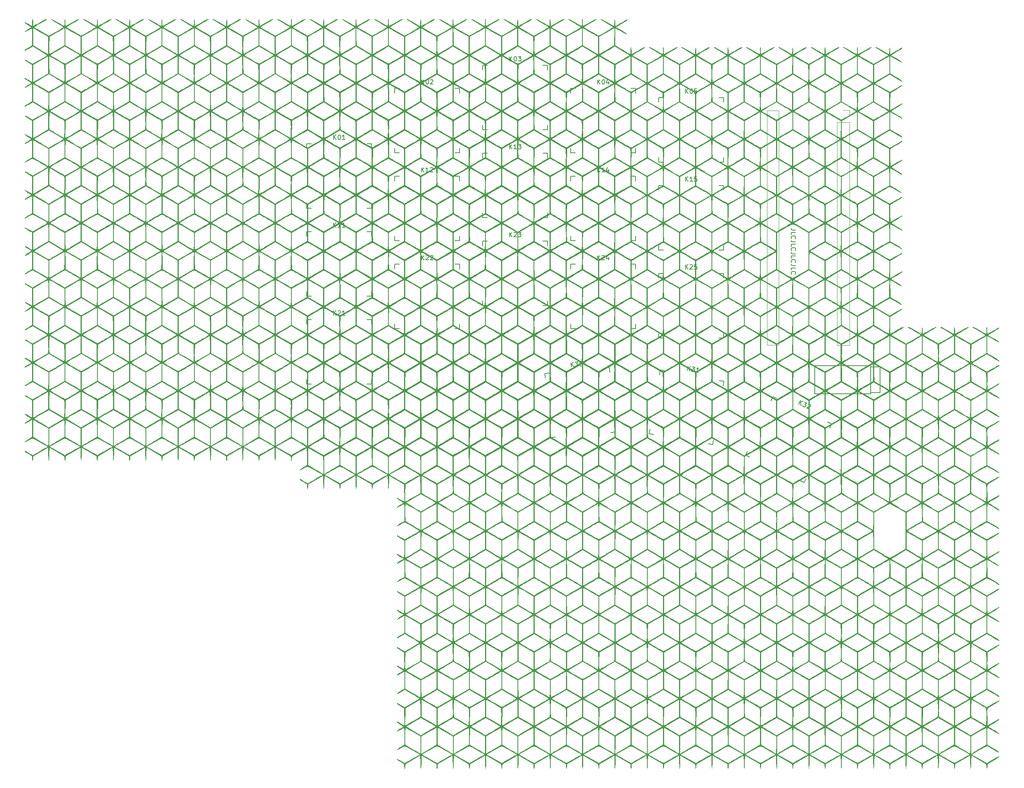
<source format=gto>
%TF.GenerationSoftware,KiCad,Pcbnew,(7.0.0)*%
%TF.CreationDate,2023-03-01T21:35:24+09:00*%
%TF.ProjectId,keyboard_pcb,6b657962-6f61-4726-945f-7063622e6b69,rev1.0*%
%TF.SameCoordinates,Original*%
%TF.FileFunction,Legend,Top*%
%TF.FilePolarity,Positive*%
%FSLAX46Y46*%
G04 Gerber Fmt 4.6, Leading zero omitted, Abs format (unit mm)*
G04 Created by KiCad (PCBNEW (7.0.0)) date 2023-03-01 21:35:24*
%MOMM*%
%LPD*%
G01*
G04 APERTURE LIST*
%ADD10C,0.150000*%
%ADD11C,0.120000*%
G04 APERTURE END LIST*
D10*
X186632619Y-77630951D02*
X185918333Y-77630951D01*
X185918333Y-77630951D02*
X185775476Y-77583332D01*
X185775476Y-77583332D02*
X185680238Y-77488094D01*
X185680238Y-77488094D02*
X185632619Y-77345237D01*
X185632619Y-77345237D02*
X185632619Y-77249999D01*
X185632619Y-78583332D02*
X185632619Y-78107142D01*
X185632619Y-78107142D02*
X186632619Y-78107142D01*
X185727857Y-79488094D02*
X185680238Y-79440475D01*
X185680238Y-79440475D02*
X185632619Y-79297618D01*
X185632619Y-79297618D02*
X185632619Y-79202380D01*
X185632619Y-79202380D02*
X185680238Y-79059523D01*
X185680238Y-79059523D02*
X185775476Y-78964285D01*
X185775476Y-78964285D02*
X185870714Y-78916666D01*
X185870714Y-78916666D02*
X186061190Y-78869047D01*
X186061190Y-78869047D02*
X186204047Y-78869047D01*
X186204047Y-78869047D02*
X186394523Y-78916666D01*
X186394523Y-78916666D02*
X186489761Y-78964285D01*
X186489761Y-78964285D02*
X186585000Y-79059523D01*
X186585000Y-79059523D02*
X186632619Y-79202380D01*
X186632619Y-79202380D02*
X186632619Y-79297618D01*
X186632619Y-79297618D02*
X186585000Y-79440475D01*
X186585000Y-79440475D02*
X186537380Y-79488094D01*
X186632619Y-80202380D02*
X185918333Y-80202380D01*
X185918333Y-80202380D02*
X185775476Y-80154761D01*
X185775476Y-80154761D02*
X185680238Y-80059523D01*
X185680238Y-80059523D02*
X185632619Y-79916666D01*
X185632619Y-79916666D02*
X185632619Y-79821428D01*
X185632619Y-81154761D02*
X185632619Y-80678571D01*
X185632619Y-80678571D02*
X186632619Y-80678571D01*
X185727857Y-82059523D02*
X185680238Y-82011904D01*
X185680238Y-82011904D02*
X185632619Y-81869047D01*
X185632619Y-81869047D02*
X185632619Y-81773809D01*
X185632619Y-81773809D02*
X185680238Y-81630952D01*
X185680238Y-81630952D02*
X185775476Y-81535714D01*
X185775476Y-81535714D02*
X185870714Y-81488095D01*
X185870714Y-81488095D02*
X186061190Y-81440476D01*
X186061190Y-81440476D02*
X186204047Y-81440476D01*
X186204047Y-81440476D02*
X186394523Y-81488095D01*
X186394523Y-81488095D02*
X186489761Y-81535714D01*
X186489761Y-81535714D02*
X186585000Y-81630952D01*
X186585000Y-81630952D02*
X186632619Y-81773809D01*
X186632619Y-81773809D02*
X186632619Y-81869047D01*
X186632619Y-81869047D02*
X186585000Y-82011904D01*
X186585000Y-82011904D02*
X186537380Y-82059523D01*
X186632619Y-82773809D02*
X185918333Y-82773809D01*
X185918333Y-82773809D02*
X185775476Y-82726190D01*
X185775476Y-82726190D02*
X185680238Y-82630952D01*
X185680238Y-82630952D02*
X185632619Y-82488095D01*
X185632619Y-82488095D02*
X185632619Y-82392857D01*
X185632619Y-83726190D02*
X185632619Y-83250000D01*
X185632619Y-83250000D02*
X186632619Y-83250000D01*
X185727857Y-84630952D02*
X185680238Y-84583333D01*
X185680238Y-84583333D02*
X185632619Y-84440476D01*
X185632619Y-84440476D02*
X185632619Y-84345238D01*
X185632619Y-84345238D02*
X185680238Y-84202381D01*
X185680238Y-84202381D02*
X185775476Y-84107143D01*
X185775476Y-84107143D02*
X185870714Y-84059524D01*
X185870714Y-84059524D02*
X186061190Y-84011905D01*
X186061190Y-84011905D02*
X186204047Y-84011905D01*
X186204047Y-84011905D02*
X186394523Y-84059524D01*
X186394523Y-84059524D02*
X186489761Y-84107143D01*
X186489761Y-84107143D02*
X186585000Y-84202381D01*
X186585000Y-84202381D02*
X186632619Y-84345238D01*
X186632619Y-84345238D02*
X186632619Y-84440476D01*
X186632619Y-84440476D02*
X186585000Y-84583333D01*
X186585000Y-84583333D02*
X186537380Y-84630952D01*
X186632619Y-85345238D02*
X185918333Y-85345238D01*
X185918333Y-85345238D02*
X185775476Y-85297619D01*
X185775476Y-85297619D02*
X185680238Y-85202381D01*
X185680238Y-85202381D02*
X185632619Y-85059524D01*
X185632619Y-85059524D02*
X185632619Y-84964286D01*
X185632619Y-86297619D02*
X185632619Y-85821429D01*
X185632619Y-85821429D02*
X186632619Y-85821429D01*
X185727857Y-87202381D02*
X185680238Y-87154762D01*
X185680238Y-87154762D02*
X185632619Y-87011905D01*
X185632619Y-87011905D02*
X185632619Y-86916667D01*
X185632619Y-86916667D02*
X185680238Y-86773810D01*
X185680238Y-86773810D02*
X185775476Y-86678572D01*
X185775476Y-86678572D02*
X185870714Y-86630953D01*
X185870714Y-86630953D02*
X186061190Y-86583334D01*
X186061190Y-86583334D02*
X186204047Y-86583334D01*
X186204047Y-86583334D02*
X186394523Y-86630953D01*
X186394523Y-86630953D02*
X186489761Y-86678572D01*
X186489761Y-86678572D02*
X186585000Y-86773810D01*
X186585000Y-86773810D02*
X186632619Y-86916667D01*
X186632619Y-86916667D02*
X186632619Y-87011905D01*
X186632619Y-87011905D02*
X186585000Y-87154762D01*
X186585000Y-87154762D02*
X186537380Y-87202381D01*
%TO.C,K04*%
X143735714Y-46012380D02*
X143735714Y-45012380D01*
X144307142Y-46012380D02*
X143878571Y-45440952D01*
X144307142Y-45012380D02*
X143735714Y-45583809D01*
X144926190Y-45012380D02*
X145021428Y-45012380D01*
X145021428Y-45012380D02*
X145116666Y-45060000D01*
X145116666Y-45060000D02*
X145164285Y-45107619D01*
X145164285Y-45107619D02*
X145211904Y-45202857D01*
X145211904Y-45202857D02*
X145259523Y-45393333D01*
X145259523Y-45393333D02*
X145259523Y-45631428D01*
X145259523Y-45631428D02*
X145211904Y-45821904D01*
X145211904Y-45821904D02*
X145164285Y-45917142D01*
X145164285Y-45917142D02*
X145116666Y-45964761D01*
X145116666Y-45964761D02*
X145021428Y-46012380D01*
X145021428Y-46012380D02*
X144926190Y-46012380D01*
X144926190Y-46012380D02*
X144830952Y-45964761D01*
X144830952Y-45964761D02*
X144783333Y-45917142D01*
X144783333Y-45917142D02*
X144735714Y-45821904D01*
X144735714Y-45821904D02*
X144688095Y-45631428D01*
X144688095Y-45631428D02*
X144688095Y-45393333D01*
X144688095Y-45393333D02*
X144735714Y-45202857D01*
X144735714Y-45202857D02*
X144783333Y-45107619D01*
X144783333Y-45107619D02*
X144830952Y-45060000D01*
X144830952Y-45060000D02*
X144926190Y-45012380D01*
X146116666Y-45345714D02*
X146116666Y-46012380D01*
X145878571Y-44964761D02*
X145640476Y-45679047D01*
X145640476Y-45679047D02*
X146259523Y-45679047D01*
%TO.C,K05*%
X162785714Y-48012380D02*
X162785714Y-47012380D01*
X163357142Y-48012380D02*
X162928571Y-47440952D01*
X163357142Y-47012380D02*
X162785714Y-47583809D01*
X163976190Y-47012380D02*
X164071428Y-47012380D01*
X164071428Y-47012380D02*
X164166666Y-47060000D01*
X164166666Y-47060000D02*
X164214285Y-47107619D01*
X164214285Y-47107619D02*
X164261904Y-47202857D01*
X164261904Y-47202857D02*
X164309523Y-47393333D01*
X164309523Y-47393333D02*
X164309523Y-47631428D01*
X164309523Y-47631428D02*
X164261904Y-47821904D01*
X164261904Y-47821904D02*
X164214285Y-47917142D01*
X164214285Y-47917142D02*
X164166666Y-47964761D01*
X164166666Y-47964761D02*
X164071428Y-48012380D01*
X164071428Y-48012380D02*
X163976190Y-48012380D01*
X163976190Y-48012380D02*
X163880952Y-47964761D01*
X163880952Y-47964761D02*
X163833333Y-47917142D01*
X163833333Y-47917142D02*
X163785714Y-47821904D01*
X163785714Y-47821904D02*
X163738095Y-47631428D01*
X163738095Y-47631428D02*
X163738095Y-47393333D01*
X163738095Y-47393333D02*
X163785714Y-47202857D01*
X163785714Y-47202857D02*
X163833333Y-47107619D01*
X163833333Y-47107619D02*
X163880952Y-47060000D01*
X163880952Y-47060000D02*
X163976190Y-47012380D01*
X165214285Y-47012380D02*
X164738095Y-47012380D01*
X164738095Y-47012380D02*
X164690476Y-47488571D01*
X164690476Y-47488571D02*
X164738095Y-47440952D01*
X164738095Y-47440952D02*
X164833333Y-47393333D01*
X164833333Y-47393333D02*
X165071428Y-47393333D01*
X165071428Y-47393333D02*
X165166666Y-47440952D01*
X165166666Y-47440952D02*
X165214285Y-47488571D01*
X165214285Y-47488571D02*
X165261904Y-47583809D01*
X165261904Y-47583809D02*
X165261904Y-47821904D01*
X165261904Y-47821904D02*
X165214285Y-47917142D01*
X165214285Y-47917142D02*
X165166666Y-47964761D01*
X165166666Y-47964761D02*
X165071428Y-48012380D01*
X165071428Y-48012380D02*
X164833333Y-48012380D01*
X164833333Y-48012380D02*
X164738095Y-47964761D01*
X164738095Y-47964761D02*
X164690476Y-47917142D01*
%TO.C,K15*%
X162785714Y-67062380D02*
X162785714Y-66062380D01*
X163357142Y-67062380D02*
X162928571Y-66490952D01*
X163357142Y-66062380D02*
X162785714Y-66633809D01*
X164309523Y-67062380D02*
X163738095Y-67062380D01*
X164023809Y-67062380D02*
X164023809Y-66062380D01*
X164023809Y-66062380D02*
X163928571Y-66205238D01*
X163928571Y-66205238D02*
X163833333Y-66300476D01*
X163833333Y-66300476D02*
X163738095Y-66348095D01*
X165214285Y-66062380D02*
X164738095Y-66062380D01*
X164738095Y-66062380D02*
X164690476Y-66538571D01*
X164690476Y-66538571D02*
X164738095Y-66490952D01*
X164738095Y-66490952D02*
X164833333Y-66443333D01*
X164833333Y-66443333D02*
X165071428Y-66443333D01*
X165071428Y-66443333D02*
X165166666Y-66490952D01*
X165166666Y-66490952D02*
X165214285Y-66538571D01*
X165214285Y-66538571D02*
X165261904Y-66633809D01*
X165261904Y-66633809D02*
X165261904Y-66871904D01*
X165261904Y-66871904D02*
X165214285Y-66967142D01*
X165214285Y-66967142D02*
X165166666Y-67014761D01*
X165166666Y-67014761D02*
X165071428Y-67062380D01*
X165071428Y-67062380D02*
X164833333Y-67062380D01*
X164833333Y-67062380D02*
X164738095Y-67014761D01*
X164738095Y-67014761D02*
X164690476Y-66967142D01*
%TO.C,K03*%
X124685714Y-41012380D02*
X124685714Y-40012380D01*
X125257142Y-41012380D02*
X124828571Y-40440952D01*
X125257142Y-40012380D02*
X124685714Y-40583809D01*
X125876190Y-40012380D02*
X125971428Y-40012380D01*
X125971428Y-40012380D02*
X126066666Y-40060000D01*
X126066666Y-40060000D02*
X126114285Y-40107619D01*
X126114285Y-40107619D02*
X126161904Y-40202857D01*
X126161904Y-40202857D02*
X126209523Y-40393333D01*
X126209523Y-40393333D02*
X126209523Y-40631428D01*
X126209523Y-40631428D02*
X126161904Y-40821904D01*
X126161904Y-40821904D02*
X126114285Y-40917142D01*
X126114285Y-40917142D02*
X126066666Y-40964761D01*
X126066666Y-40964761D02*
X125971428Y-41012380D01*
X125971428Y-41012380D02*
X125876190Y-41012380D01*
X125876190Y-41012380D02*
X125780952Y-40964761D01*
X125780952Y-40964761D02*
X125733333Y-40917142D01*
X125733333Y-40917142D02*
X125685714Y-40821904D01*
X125685714Y-40821904D02*
X125638095Y-40631428D01*
X125638095Y-40631428D02*
X125638095Y-40393333D01*
X125638095Y-40393333D02*
X125685714Y-40202857D01*
X125685714Y-40202857D02*
X125733333Y-40107619D01*
X125733333Y-40107619D02*
X125780952Y-40060000D01*
X125780952Y-40060000D02*
X125876190Y-40012380D01*
X126542857Y-40012380D02*
X127161904Y-40012380D01*
X127161904Y-40012380D02*
X126828571Y-40393333D01*
X126828571Y-40393333D02*
X126971428Y-40393333D01*
X126971428Y-40393333D02*
X127066666Y-40440952D01*
X127066666Y-40440952D02*
X127114285Y-40488571D01*
X127114285Y-40488571D02*
X127161904Y-40583809D01*
X127161904Y-40583809D02*
X127161904Y-40821904D01*
X127161904Y-40821904D02*
X127114285Y-40917142D01*
X127114285Y-40917142D02*
X127066666Y-40964761D01*
X127066666Y-40964761D02*
X126971428Y-41012380D01*
X126971428Y-41012380D02*
X126685714Y-41012380D01*
X126685714Y-41012380D02*
X126590476Y-40964761D01*
X126590476Y-40964761D02*
X126542857Y-40917142D01*
%TO.C,K13*%
X124685714Y-60062380D02*
X124685714Y-59062380D01*
X125257142Y-60062380D02*
X124828571Y-59490952D01*
X125257142Y-59062380D02*
X124685714Y-59633809D01*
X126209523Y-60062380D02*
X125638095Y-60062380D01*
X125923809Y-60062380D02*
X125923809Y-59062380D01*
X125923809Y-59062380D02*
X125828571Y-59205238D01*
X125828571Y-59205238D02*
X125733333Y-59300476D01*
X125733333Y-59300476D02*
X125638095Y-59348095D01*
X126542857Y-59062380D02*
X127161904Y-59062380D01*
X127161904Y-59062380D02*
X126828571Y-59443333D01*
X126828571Y-59443333D02*
X126971428Y-59443333D01*
X126971428Y-59443333D02*
X127066666Y-59490952D01*
X127066666Y-59490952D02*
X127114285Y-59538571D01*
X127114285Y-59538571D02*
X127161904Y-59633809D01*
X127161904Y-59633809D02*
X127161904Y-59871904D01*
X127161904Y-59871904D02*
X127114285Y-59967142D01*
X127114285Y-59967142D02*
X127066666Y-60014761D01*
X127066666Y-60014761D02*
X126971428Y-60062380D01*
X126971428Y-60062380D02*
X126685714Y-60062380D01*
X126685714Y-60062380D02*
X126590476Y-60014761D01*
X126590476Y-60014761D02*
X126542857Y-59967142D01*
%TO.C,K25*%
X162785714Y-86112380D02*
X162785714Y-85112380D01*
X163357142Y-86112380D02*
X162928571Y-85540952D01*
X163357142Y-85112380D02*
X162785714Y-85683809D01*
X163738095Y-85207619D02*
X163785714Y-85160000D01*
X163785714Y-85160000D02*
X163880952Y-85112380D01*
X163880952Y-85112380D02*
X164119047Y-85112380D01*
X164119047Y-85112380D02*
X164214285Y-85160000D01*
X164214285Y-85160000D02*
X164261904Y-85207619D01*
X164261904Y-85207619D02*
X164309523Y-85302857D01*
X164309523Y-85302857D02*
X164309523Y-85398095D01*
X164309523Y-85398095D02*
X164261904Y-85540952D01*
X164261904Y-85540952D02*
X163690476Y-86112380D01*
X163690476Y-86112380D02*
X164309523Y-86112380D01*
X165214285Y-85112380D02*
X164738095Y-85112380D01*
X164738095Y-85112380D02*
X164690476Y-85588571D01*
X164690476Y-85588571D02*
X164738095Y-85540952D01*
X164738095Y-85540952D02*
X164833333Y-85493333D01*
X164833333Y-85493333D02*
X165071428Y-85493333D01*
X165071428Y-85493333D02*
X165166666Y-85540952D01*
X165166666Y-85540952D02*
X165214285Y-85588571D01*
X165214285Y-85588571D02*
X165261904Y-85683809D01*
X165261904Y-85683809D02*
X165261904Y-85921904D01*
X165261904Y-85921904D02*
X165214285Y-86017142D01*
X165214285Y-86017142D02*
X165166666Y-86064761D01*
X165166666Y-86064761D02*
X165071428Y-86112380D01*
X165071428Y-86112380D02*
X164833333Y-86112380D01*
X164833333Y-86112380D02*
X164738095Y-86064761D01*
X164738095Y-86064761D02*
X164690476Y-86017142D01*
%TO.C,K24*%
X143735714Y-84112380D02*
X143735714Y-83112380D01*
X144307142Y-84112380D02*
X143878571Y-83540952D01*
X144307142Y-83112380D02*
X143735714Y-83683809D01*
X144688095Y-83207619D02*
X144735714Y-83160000D01*
X144735714Y-83160000D02*
X144830952Y-83112380D01*
X144830952Y-83112380D02*
X145069047Y-83112380D01*
X145069047Y-83112380D02*
X145164285Y-83160000D01*
X145164285Y-83160000D02*
X145211904Y-83207619D01*
X145211904Y-83207619D02*
X145259523Y-83302857D01*
X145259523Y-83302857D02*
X145259523Y-83398095D01*
X145259523Y-83398095D02*
X145211904Y-83540952D01*
X145211904Y-83540952D02*
X144640476Y-84112380D01*
X144640476Y-84112380D02*
X145259523Y-84112380D01*
X146116666Y-83445714D02*
X146116666Y-84112380D01*
X145878571Y-83064761D02*
X145640476Y-83779047D01*
X145640476Y-83779047D02*
X146259523Y-83779047D01*
%TO.C,K21*%
X86585714Y-96112380D02*
X86585714Y-95112380D01*
X87157142Y-96112380D02*
X86728571Y-95540952D01*
X87157142Y-95112380D02*
X86585714Y-95683809D01*
X87538095Y-95207619D02*
X87585714Y-95160000D01*
X87585714Y-95160000D02*
X87680952Y-95112380D01*
X87680952Y-95112380D02*
X87919047Y-95112380D01*
X87919047Y-95112380D02*
X88014285Y-95160000D01*
X88014285Y-95160000D02*
X88061904Y-95207619D01*
X88061904Y-95207619D02*
X88109523Y-95302857D01*
X88109523Y-95302857D02*
X88109523Y-95398095D01*
X88109523Y-95398095D02*
X88061904Y-95540952D01*
X88061904Y-95540952D02*
X87490476Y-96112380D01*
X87490476Y-96112380D02*
X88109523Y-96112380D01*
X89061904Y-96112380D02*
X88490476Y-96112380D01*
X88776190Y-96112380D02*
X88776190Y-95112380D01*
X88776190Y-95112380D02*
X88680952Y-95255238D01*
X88680952Y-95255238D02*
X88585714Y-95350476D01*
X88585714Y-95350476D02*
X88490476Y-95398095D01*
%TO.C,K02*%
X105635714Y-46012380D02*
X105635714Y-45012380D01*
X106207142Y-46012380D02*
X105778571Y-45440952D01*
X106207142Y-45012380D02*
X105635714Y-45583809D01*
X106826190Y-45012380D02*
X106921428Y-45012380D01*
X106921428Y-45012380D02*
X107016666Y-45060000D01*
X107016666Y-45060000D02*
X107064285Y-45107619D01*
X107064285Y-45107619D02*
X107111904Y-45202857D01*
X107111904Y-45202857D02*
X107159523Y-45393333D01*
X107159523Y-45393333D02*
X107159523Y-45631428D01*
X107159523Y-45631428D02*
X107111904Y-45821904D01*
X107111904Y-45821904D02*
X107064285Y-45917142D01*
X107064285Y-45917142D02*
X107016666Y-45964761D01*
X107016666Y-45964761D02*
X106921428Y-46012380D01*
X106921428Y-46012380D02*
X106826190Y-46012380D01*
X106826190Y-46012380D02*
X106730952Y-45964761D01*
X106730952Y-45964761D02*
X106683333Y-45917142D01*
X106683333Y-45917142D02*
X106635714Y-45821904D01*
X106635714Y-45821904D02*
X106588095Y-45631428D01*
X106588095Y-45631428D02*
X106588095Y-45393333D01*
X106588095Y-45393333D02*
X106635714Y-45202857D01*
X106635714Y-45202857D02*
X106683333Y-45107619D01*
X106683333Y-45107619D02*
X106730952Y-45060000D01*
X106730952Y-45060000D02*
X106826190Y-45012380D01*
X107540476Y-45107619D02*
X107588095Y-45060000D01*
X107588095Y-45060000D02*
X107683333Y-45012380D01*
X107683333Y-45012380D02*
X107921428Y-45012380D01*
X107921428Y-45012380D02*
X108016666Y-45060000D01*
X108016666Y-45060000D02*
X108064285Y-45107619D01*
X108064285Y-45107619D02*
X108111904Y-45202857D01*
X108111904Y-45202857D02*
X108111904Y-45298095D01*
X108111904Y-45298095D02*
X108064285Y-45440952D01*
X108064285Y-45440952D02*
X107492857Y-46012380D01*
X107492857Y-46012380D02*
X108111904Y-46012380D01*
%TO.C,K12*%
X105635714Y-65062380D02*
X105635714Y-64062380D01*
X106207142Y-65062380D02*
X105778571Y-64490952D01*
X106207142Y-64062380D02*
X105635714Y-64633809D01*
X107159523Y-65062380D02*
X106588095Y-65062380D01*
X106873809Y-65062380D02*
X106873809Y-64062380D01*
X106873809Y-64062380D02*
X106778571Y-64205238D01*
X106778571Y-64205238D02*
X106683333Y-64300476D01*
X106683333Y-64300476D02*
X106588095Y-64348095D01*
X107540476Y-64157619D02*
X107588095Y-64110000D01*
X107588095Y-64110000D02*
X107683333Y-64062380D01*
X107683333Y-64062380D02*
X107921428Y-64062380D01*
X107921428Y-64062380D02*
X108016666Y-64110000D01*
X108016666Y-64110000D02*
X108064285Y-64157619D01*
X108064285Y-64157619D02*
X108111904Y-64252857D01*
X108111904Y-64252857D02*
X108111904Y-64348095D01*
X108111904Y-64348095D02*
X108064285Y-64490952D01*
X108064285Y-64490952D02*
X107492857Y-65062380D01*
X107492857Y-65062380D02*
X108111904Y-65062380D01*
%TO.C,K30*%
X138052883Y-107298227D02*
X137965727Y-106302033D01*
X138622137Y-107248424D02*
X138145393Y-106716523D01*
X138534981Y-106252229D02*
X138015530Y-106871287D01*
X138867046Y-106223178D02*
X139483738Y-106169224D01*
X139483738Y-106169224D02*
X139184875Y-106577779D01*
X139184875Y-106577779D02*
X139327189Y-106565328D01*
X139327189Y-106565328D02*
X139426215Y-106604465D01*
X139426215Y-106604465D02*
X139477803Y-106647753D01*
X139477803Y-106647753D02*
X139533541Y-106738478D01*
X139533541Y-106738478D02*
X139554293Y-106975667D01*
X139554293Y-106975667D02*
X139515155Y-107074693D01*
X139515155Y-107074693D02*
X139471868Y-107126281D01*
X139471868Y-107126281D02*
X139381142Y-107182020D01*
X139381142Y-107182020D02*
X139096515Y-107206921D01*
X139096515Y-107206921D02*
X138997489Y-107167784D01*
X138997489Y-107167784D02*
X138945901Y-107124497D01*
X140100430Y-106115270D02*
X140195306Y-106106970D01*
X140195306Y-106106970D02*
X140294332Y-106146107D01*
X140294332Y-106146107D02*
X140345920Y-106189395D01*
X140345920Y-106189395D02*
X140401658Y-106280120D01*
X140401658Y-106280120D02*
X140465697Y-106465721D01*
X140465697Y-106465721D02*
X140486449Y-106702910D01*
X140486449Y-106702910D02*
X140455612Y-106896812D01*
X140455612Y-106896812D02*
X140416474Y-106995838D01*
X140416474Y-106995838D02*
X140373187Y-107047426D01*
X140373187Y-107047426D02*
X140282461Y-107103165D01*
X140282461Y-107103165D02*
X140187586Y-107111465D01*
X140187586Y-107111465D02*
X140088560Y-107072328D01*
X140088560Y-107072328D02*
X140036972Y-107029040D01*
X140036972Y-107029040D02*
X139981233Y-106938315D01*
X139981233Y-106938315D02*
X139917194Y-106752714D01*
X139917194Y-106752714D02*
X139896443Y-106515525D01*
X139896443Y-106515525D02*
X139927280Y-106321623D01*
X139927280Y-106321623D02*
X139966417Y-106222597D01*
X139966417Y-106222597D02*
X140009705Y-106171009D01*
X140009705Y-106171009D02*
X140100430Y-106115270D01*
%TO.C,K01*%
X86585714Y-58012380D02*
X86585714Y-57012380D01*
X87157142Y-58012380D02*
X86728571Y-57440952D01*
X87157142Y-57012380D02*
X86585714Y-57583809D01*
X87776190Y-57012380D02*
X87871428Y-57012380D01*
X87871428Y-57012380D02*
X87966666Y-57060000D01*
X87966666Y-57060000D02*
X88014285Y-57107619D01*
X88014285Y-57107619D02*
X88061904Y-57202857D01*
X88061904Y-57202857D02*
X88109523Y-57393333D01*
X88109523Y-57393333D02*
X88109523Y-57631428D01*
X88109523Y-57631428D02*
X88061904Y-57821904D01*
X88061904Y-57821904D02*
X88014285Y-57917142D01*
X88014285Y-57917142D02*
X87966666Y-57964761D01*
X87966666Y-57964761D02*
X87871428Y-58012380D01*
X87871428Y-58012380D02*
X87776190Y-58012380D01*
X87776190Y-58012380D02*
X87680952Y-57964761D01*
X87680952Y-57964761D02*
X87633333Y-57917142D01*
X87633333Y-57917142D02*
X87585714Y-57821904D01*
X87585714Y-57821904D02*
X87538095Y-57631428D01*
X87538095Y-57631428D02*
X87538095Y-57393333D01*
X87538095Y-57393333D02*
X87585714Y-57202857D01*
X87585714Y-57202857D02*
X87633333Y-57107619D01*
X87633333Y-57107619D02*
X87680952Y-57060000D01*
X87680952Y-57060000D02*
X87776190Y-57012380D01*
X89061904Y-58012380D02*
X88490476Y-58012380D01*
X88776190Y-58012380D02*
X88776190Y-57012380D01*
X88776190Y-57012380D02*
X88680952Y-57155238D01*
X88680952Y-57155238D02*
X88585714Y-57250476D01*
X88585714Y-57250476D02*
X88490476Y-57298095D01*
%TO.C,K14*%
X143735714Y-65062380D02*
X143735714Y-64062380D01*
X144307142Y-65062380D02*
X143878571Y-64490952D01*
X144307142Y-64062380D02*
X143735714Y-64633809D01*
X145259523Y-65062380D02*
X144688095Y-65062380D01*
X144973809Y-65062380D02*
X144973809Y-64062380D01*
X144973809Y-64062380D02*
X144878571Y-64205238D01*
X144878571Y-64205238D02*
X144783333Y-64300476D01*
X144783333Y-64300476D02*
X144688095Y-64348095D01*
X146116666Y-64395714D02*
X146116666Y-65062380D01*
X145878571Y-64014761D02*
X145640476Y-64729047D01*
X145640476Y-64729047D02*
X146259523Y-64729047D01*
%TO.C,K23*%
X124685714Y-79112380D02*
X124685714Y-78112380D01*
X125257142Y-79112380D02*
X124828571Y-78540952D01*
X125257142Y-78112380D02*
X124685714Y-78683809D01*
X125638095Y-78207619D02*
X125685714Y-78160000D01*
X125685714Y-78160000D02*
X125780952Y-78112380D01*
X125780952Y-78112380D02*
X126019047Y-78112380D01*
X126019047Y-78112380D02*
X126114285Y-78160000D01*
X126114285Y-78160000D02*
X126161904Y-78207619D01*
X126161904Y-78207619D02*
X126209523Y-78302857D01*
X126209523Y-78302857D02*
X126209523Y-78398095D01*
X126209523Y-78398095D02*
X126161904Y-78540952D01*
X126161904Y-78540952D02*
X125590476Y-79112380D01*
X125590476Y-79112380D02*
X126209523Y-79112380D01*
X126542857Y-78112380D02*
X127161904Y-78112380D01*
X127161904Y-78112380D02*
X126828571Y-78493333D01*
X126828571Y-78493333D02*
X126971428Y-78493333D01*
X126971428Y-78493333D02*
X127066666Y-78540952D01*
X127066666Y-78540952D02*
X127114285Y-78588571D01*
X127114285Y-78588571D02*
X127161904Y-78683809D01*
X127161904Y-78683809D02*
X127161904Y-78921904D01*
X127161904Y-78921904D02*
X127114285Y-79017142D01*
X127114285Y-79017142D02*
X127066666Y-79064761D01*
X127066666Y-79064761D02*
X126971428Y-79112380D01*
X126971428Y-79112380D02*
X126685714Y-79112380D01*
X126685714Y-79112380D02*
X126590476Y-79064761D01*
X126590476Y-79064761D02*
X126542857Y-79017142D01*
%TO.C,K22*%
X105635714Y-84112380D02*
X105635714Y-83112380D01*
X106207142Y-84112380D02*
X105778571Y-83540952D01*
X106207142Y-83112380D02*
X105635714Y-83683809D01*
X106588095Y-83207619D02*
X106635714Y-83160000D01*
X106635714Y-83160000D02*
X106730952Y-83112380D01*
X106730952Y-83112380D02*
X106969047Y-83112380D01*
X106969047Y-83112380D02*
X107064285Y-83160000D01*
X107064285Y-83160000D02*
X107111904Y-83207619D01*
X107111904Y-83207619D02*
X107159523Y-83302857D01*
X107159523Y-83302857D02*
X107159523Y-83398095D01*
X107159523Y-83398095D02*
X107111904Y-83540952D01*
X107111904Y-83540952D02*
X106540476Y-84112380D01*
X106540476Y-84112380D02*
X107159523Y-84112380D01*
X107540476Y-83207619D02*
X107588095Y-83160000D01*
X107588095Y-83160000D02*
X107683333Y-83112380D01*
X107683333Y-83112380D02*
X107921428Y-83112380D01*
X107921428Y-83112380D02*
X108016666Y-83160000D01*
X108016666Y-83160000D02*
X108064285Y-83207619D01*
X108064285Y-83207619D02*
X108111904Y-83302857D01*
X108111904Y-83302857D02*
X108111904Y-83398095D01*
X108111904Y-83398095D02*
X108064285Y-83540952D01*
X108064285Y-83540952D02*
X107492857Y-84112380D01*
X107492857Y-84112380D02*
X108111904Y-84112380D01*
%TO.C,K32*%
X187282935Y-115388209D02*
X187705553Y-114481902D01*
X187800825Y-115629706D02*
X187653904Y-114930693D01*
X188223443Y-114723398D02*
X187464057Y-114999792D01*
X188525546Y-114864270D02*
X189086594Y-115125891D01*
X189086594Y-115125891D02*
X188623494Y-115330279D01*
X188623494Y-115330279D02*
X188752966Y-115390653D01*
X188752966Y-115390653D02*
X188819157Y-115474060D01*
X188819157Y-115474060D02*
X188842189Y-115537342D01*
X188842189Y-115537342D02*
X188845098Y-115643781D01*
X188845098Y-115643781D02*
X188744474Y-115859569D01*
X188744474Y-115859569D02*
X188661067Y-115925759D01*
X188661067Y-115925759D02*
X188597785Y-115948792D01*
X188597785Y-115948792D02*
X188491345Y-115951700D01*
X188491345Y-115951700D02*
X188232400Y-115830952D01*
X188232400Y-115830952D02*
X188166210Y-115747545D01*
X188166210Y-115747545D02*
X188143177Y-115684263D01*
X189391604Y-115373204D02*
X189454887Y-115350171D01*
X189454887Y-115350171D02*
X189561326Y-115347263D01*
X189561326Y-115347263D02*
X189777114Y-115447886D01*
X189777114Y-115447886D02*
X189843304Y-115531293D01*
X189843304Y-115531293D02*
X189866337Y-115594575D01*
X189866337Y-115594575D02*
X189869245Y-115701015D01*
X189869245Y-115701015D02*
X189828996Y-115787330D01*
X189828996Y-115787330D02*
X189725464Y-115896678D01*
X189725464Y-115896678D02*
X188966078Y-116173072D01*
X188966078Y-116173072D02*
X189527126Y-116434693D01*
%TO.C,K11*%
X86585714Y-77062380D02*
X86585714Y-76062380D01*
X87157142Y-77062380D02*
X86728571Y-76490952D01*
X87157142Y-76062380D02*
X86585714Y-76633809D01*
X88109523Y-77062380D02*
X87538095Y-77062380D01*
X87823809Y-77062380D02*
X87823809Y-76062380D01*
X87823809Y-76062380D02*
X87728571Y-76205238D01*
X87728571Y-76205238D02*
X87633333Y-76300476D01*
X87633333Y-76300476D02*
X87538095Y-76348095D01*
X89061904Y-77062380D02*
X88490476Y-77062380D01*
X88776190Y-77062380D02*
X88776190Y-76062380D01*
X88776190Y-76062380D02*
X88680952Y-76205238D01*
X88680952Y-76205238D02*
X88585714Y-76300476D01*
X88585714Y-76300476D02*
X88490476Y-76348095D01*
%TO.C,K31*%
X163173832Y-108071353D02*
X163347481Y-107086545D01*
X163736580Y-108170580D02*
X163413747Y-107533412D01*
X163910228Y-107185772D02*
X163248253Y-107649292D01*
X164238497Y-107243655D02*
X164848140Y-107351152D01*
X164848140Y-107351152D02*
X164453719Y-107668434D01*
X164453719Y-107668434D02*
X164594406Y-107693241D01*
X164594406Y-107693241D02*
X164679928Y-107756674D01*
X164679928Y-107756674D02*
X164718555Y-107811839D01*
X164718555Y-107811839D02*
X164748913Y-107913899D01*
X164748913Y-107913899D02*
X164707568Y-108148377D01*
X164707568Y-108148377D02*
X164644134Y-108233899D01*
X164644134Y-108233899D02*
X164588970Y-108272526D01*
X164588970Y-108272526D02*
X164486909Y-108302884D01*
X164486909Y-108302884D02*
X164205536Y-108253270D01*
X164205536Y-108253270D02*
X164120014Y-108189836D01*
X164120014Y-108189836D02*
X164081387Y-108134672D01*
X165612404Y-108501339D02*
X165049657Y-108402111D01*
X165331030Y-108451725D02*
X165504679Y-107466917D01*
X165504679Y-107466917D02*
X165386080Y-107591066D01*
X165386080Y-107591066D02*
X165275751Y-107668319D01*
X165275751Y-107668319D02*
X165173691Y-107698677D01*
%TO.C,K04*%
X137950000Y-46900000D02*
X138950000Y-46900000D01*
X137950000Y-47900000D02*
X137950000Y-46900000D01*
X137950000Y-60900000D02*
X137950000Y-59900000D01*
X138950000Y-60900000D02*
X137950000Y-60900000D01*
X150950000Y-46900000D02*
X151950000Y-46900000D01*
X151950000Y-46900000D02*
X151950000Y-47900000D01*
X151950000Y-59900000D02*
X151950000Y-60900000D01*
X151950000Y-60900000D02*
X150950000Y-60900000D01*
%TO.C,K05*%
X157000000Y-48900000D02*
X158000000Y-48900000D01*
X157000000Y-49900000D02*
X157000000Y-48900000D01*
X157000000Y-62900000D02*
X157000000Y-61900000D01*
X158000000Y-62900000D02*
X157000000Y-62900000D01*
X170000000Y-48900000D02*
X171000000Y-48900000D01*
X171000000Y-48900000D02*
X171000000Y-49900000D01*
X171000000Y-61900000D02*
X171000000Y-62900000D01*
X171000000Y-62900000D02*
X170000000Y-62900000D01*
%TO.C,K15*%
X157000000Y-67950000D02*
X158000000Y-67950000D01*
X157000000Y-68950000D02*
X157000000Y-67950000D01*
X157000000Y-81950000D02*
X157000000Y-80950000D01*
X158000000Y-81950000D02*
X157000000Y-81950000D01*
X170000000Y-67950000D02*
X171000000Y-67950000D01*
X171000000Y-67950000D02*
X171000000Y-68950000D01*
X171000000Y-80950000D02*
X171000000Y-81950000D01*
X171000000Y-81950000D02*
X170000000Y-81950000D01*
%TO.C,K03*%
X118900000Y-41900000D02*
X119900000Y-41900000D01*
X118900000Y-42900000D02*
X118900000Y-41900000D01*
X118900000Y-55900000D02*
X118900000Y-54900000D01*
X119900000Y-55900000D02*
X118900000Y-55900000D01*
X131900000Y-41900000D02*
X132900000Y-41900000D01*
X132900000Y-41900000D02*
X132900000Y-42900000D01*
X132900000Y-54900000D02*
X132900000Y-55900000D01*
X132900000Y-55900000D02*
X131900000Y-55900000D01*
%TO.C,K13*%
X118900000Y-60950000D02*
X119900000Y-60950000D01*
X118900000Y-61950000D02*
X118900000Y-60950000D01*
X118900000Y-74950000D02*
X118900000Y-73950000D01*
X119900000Y-74950000D02*
X118900000Y-74950000D01*
X131900000Y-60950000D02*
X132900000Y-60950000D01*
X132900000Y-60950000D02*
X132900000Y-61950000D01*
X132900000Y-73950000D02*
X132900000Y-74950000D01*
X132900000Y-74950000D02*
X131900000Y-74950000D01*
%TO.C,K25*%
X157000000Y-87000000D02*
X158000000Y-87000000D01*
X157000000Y-88000000D02*
X157000000Y-87000000D01*
X157000000Y-101000000D02*
X157000000Y-100000000D01*
X158000000Y-101000000D02*
X157000000Y-101000000D01*
X170000000Y-87000000D02*
X171000000Y-87000000D01*
X171000000Y-87000000D02*
X171000000Y-88000000D01*
X171000000Y-100000000D02*
X171000000Y-101000000D01*
X171000000Y-101000000D02*
X170000000Y-101000000D01*
%TO.C,K24*%
X137950000Y-85000000D02*
X138950000Y-85000000D01*
X137950000Y-86000000D02*
X137950000Y-85000000D01*
X137950000Y-99000000D02*
X137950000Y-98000000D01*
X138950000Y-99000000D02*
X137950000Y-99000000D01*
X150950000Y-85000000D02*
X151950000Y-85000000D01*
X151950000Y-85000000D02*
X151950000Y-86000000D01*
X151950000Y-98000000D02*
X151950000Y-99000000D01*
X151950000Y-99000000D02*
X150950000Y-99000000D01*
%TO.C,K21*%
X80800000Y-97000000D02*
X81800000Y-97000000D01*
X80800000Y-98000000D02*
X80800000Y-97000000D01*
X80800000Y-111000000D02*
X80800000Y-110000000D01*
X81800000Y-111000000D02*
X80800000Y-111000000D01*
X93800000Y-97000000D02*
X94800000Y-97000000D01*
X94800000Y-97000000D02*
X94800000Y-98000000D01*
X94800000Y-110000000D02*
X94800000Y-111000000D01*
X94800000Y-111000000D02*
X93800000Y-111000000D01*
%TO.C,K02*%
X99850000Y-46900000D02*
X100850000Y-46900000D01*
X99850000Y-47900000D02*
X99850000Y-46900000D01*
X99850000Y-60900000D02*
X99850000Y-59900000D01*
X100850000Y-60900000D02*
X99850000Y-60900000D01*
X112850000Y-46900000D02*
X113850000Y-46900000D01*
X113850000Y-46900000D02*
X113850000Y-47900000D01*
X113850000Y-59900000D02*
X113850000Y-60900000D01*
X113850000Y-60900000D02*
X112850000Y-60900000D01*
%TO.C,G\u002A\u002A\u002A*%
G36*
X84010104Y-45780849D02*
G01*
X84905987Y-45780849D01*
X84927126Y-45851750D01*
X85035437Y-45954866D01*
X85250649Y-46104748D01*
X85592492Y-46315948D01*
X86080694Y-46603018D01*
X86352290Y-46760194D01*
X86864145Y-47048439D01*
X87322729Y-47293278D01*
X87697919Y-47479699D01*
X87959593Y-47592689D01*
X88074844Y-47618648D01*
X88205310Y-47552832D01*
X88477062Y-47404092D01*
X88858531Y-47190101D01*
X89318144Y-46928532D01*
X89704364Y-46706440D01*
X90244863Y-46391639D01*
X90630668Y-46158575D01*
X90770260Y-46066090D01*
X91577952Y-46066090D01*
X91605170Y-47930385D01*
X91632389Y-49794680D01*
X93182389Y-50680178D01*
X93685631Y-50965495D01*
X94129421Y-51212972D01*
X94484497Y-51406628D01*
X94721601Y-51530480D01*
X94809644Y-51569048D01*
X94832748Y-51475408D01*
X94850124Y-51213084D01*
X94860916Y-50813336D01*
X94864129Y-50327796D01*
X95099726Y-50327796D01*
X95101227Y-50830925D01*
X95109032Y-51226942D01*
X95122535Y-51484505D01*
X95140343Y-51572419D01*
X95243595Y-51525448D01*
X95491098Y-51395190D01*
X95853477Y-51197627D01*
X96301360Y-50948739D01*
X96717599Y-50714291D01*
X97216520Y-50429979D01*
X97655316Y-50176760D01*
X98004053Y-49972164D01*
X98232795Y-49833722D01*
X98309713Y-49781967D01*
X98332967Y-49662693D01*
X98350404Y-49376601D01*
X98361151Y-48956809D01*
X98364330Y-48436436D01*
X98359713Y-47890189D01*
X98332389Y-46072608D01*
X95132389Y-47925370D01*
X95105133Y-49748894D01*
X95099726Y-50327796D01*
X94864129Y-50327796D01*
X94864264Y-50307420D01*
X94859644Y-49748556D01*
X94832389Y-47924694D01*
X93582389Y-47195004D01*
X93099682Y-46914653D01*
X92646064Y-46653773D01*
X92265325Y-46437372D01*
X92001258Y-46290461D01*
X91955170Y-46265702D01*
X91577952Y-46066090D01*
X90770260Y-46066090D01*
X90882022Y-45992043D01*
X91019166Y-45876841D01*
X91062343Y-45797765D01*
X91053457Y-45780849D01*
X91905987Y-45780849D01*
X91927126Y-45851750D01*
X92035437Y-45954866D01*
X92250649Y-46104748D01*
X92592492Y-46315948D01*
X93080694Y-46603018D01*
X93352290Y-46760194D01*
X93864145Y-47048439D01*
X94322729Y-47293278D01*
X94697919Y-47479699D01*
X94959593Y-47592689D01*
X95074844Y-47618648D01*
X95205310Y-47552832D01*
X95477062Y-47404092D01*
X95858531Y-47190101D01*
X96318144Y-46928532D01*
X96704364Y-46706440D01*
X97244863Y-46391639D01*
X97630668Y-46158575D01*
X97770260Y-46066090D01*
X98577952Y-46066090D01*
X98605170Y-47930385D01*
X98632389Y-49794680D01*
X100182389Y-50680178D01*
X100685631Y-50965495D01*
X101129421Y-51212972D01*
X101484497Y-51406628D01*
X101721601Y-51530480D01*
X101809644Y-51569048D01*
X101832748Y-51475408D01*
X101850124Y-51213084D01*
X101860916Y-50813336D01*
X101864129Y-50327796D01*
X102099726Y-50327796D01*
X102101227Y-50830925D01*
X102109032Y-51226942D01*
X102122535Y-51484505D01*
X102140343Y-51572419D01*
X102243595Y-51525448D01*
X102491098Y-51395190D01*
X102853477Y-51197627D01*
X103301360Y-50948739D01*
X103717599Y-50714291D01*
X104216520Y-50429979D01*
X104655316Y-50176760D01*
X105004053Y-49972164D01*
X105232795Y-49833722D01*
X105309713Y-49781967D01*
X105332967Y-49662693D01*
X105350404Y-49376601D01*
X105361151Y-48956809D01*
X105364330Y-48436436D01*
X105359713Y-47890189D01*
X105332389Y-46072608D01*
X102132389Y-47925370D01*
X102105133Y-49748894D01*
X102099726Y-50327796D01*
X101864129Y-50327796D01*
X101864264Y-50307420D01*
X101859644Y-49748556D01*
X101832389Y-47924694D01*
X100582389Y-47195004D01*
X100099682Y-46914653D01*
X99646064Y-46653773D01*
X99265325Y-46437372D01*
X99001258Y-46290461D01*
X98955170Y-46265702D01*
X98577952Y-46066090D01*
X97770260Y-46066090D01*
X97882022Y-45992043D01*
X98019166Y-45876841D01*
X98062343Y-45797765D01*
X98053457Y-45780849D01*
X98905987Y-45780849D01*
X98927126Y-45851750D01*
X99035437Y-45954866D01*
X99250649Y-46104748D01*
X99592492Y-46315948D01*
X100080694Y-46603018D01*
X100352290Y-46760194D01*
X100864145Y-47048439D01*
X101322729Y-47293278D01*
X101697919Y-47479699D01*
X101959593Y-47592689D01*
X102074844Y-47618648D01*
X102205310Y-47552832D01*
X102477062Y-47404092D01*
X102858531Y-47190101D01*
X103318144Y-46928532D01*
X103704364Y-46706440D01*
X104244863Y-46391639D01*
X104630668Y-46158575D01*
X104770260Y-46066090D01*
X105577952Y-46066090D01*
X105605170Y-47930385D01*
X105632389Y-49794680D01*
X107182389Y-50680178D01*
X107685631Y-50965495D01*
X108129421Y-51212972D01*
X108484497Y-51406628D01*
X108721601Y-51530480D01*
X108809644Y-51569048D01*
X108832748Y-51475408D01*
X108850124Y-51213084D01*
X108860916Y-50813336D01*
X108864129Y-50327796D01*
X109099726Y-50327796D01*
X109101227Y-50830925D01*
X109109032Y-51226942D01*
X109122535Y-51484505D01*
X109140343Y-51572419D01*
X109243595Y-51525448D01*
X109491098Y-51395190D01*
X109853477Y-51197627D01*
X110301360Y-50948739D01*
X110717599Y-50714291D01*
X111216520Y-50429979D01*
X111655316Y-50176760D01*
X112004053Y-49972164D01*
X112232795Y-49833722D01*
X112309713Y-49781967D01*
X112332967Y-49662693D01*
X112350404Y-49376601D01*
X112361151Y-48956809D01*
X112364330Y-48436436D01*
X112359713Y-47890189D01*
X112332389Y-46072608D01*
X109132389Y-47925370D01*
X109105133Y-49748894D01*
X109099726Y-50327796D01*
X108864129Y-50327796D01*
X108864264Y-50307420D01*
X108859644Y-49748556D01*
X108832389Y-47924694D01*
X107582389Y-47195004D01*
X107099682Y-46914653D01*
X106646064Y-46653773D01*
X106265325Y-46437372D01*
X106001258Y-46290461D01*
X105955170Y-46265702D01*
X105577952Y-46066090D01*
X104770260Y-46066090D01*
X104882022Y-45992043D01*
X105019166Y-45876841D01*
X105062343Y-45797765D01*
X105053457Y-45780849D01*
X105905987Y-45780849D01*
X105927126Y-45851750D01*
X106035437Y-45954866D01*
X106250649Y-46104748D01*
X106592492Y-46315948D01*
X107080694Y-46603018D01*
X107352290Y-46760194D01*
X107864145Y-47048439D01*
X108322729Y-47293278D01*
X108697919Y-47479699D01*
X108959593Y-47592689D01*
X109074844Y-47618648D01*
X109205310Y-47552832D01*
X109477062Y-47404092D01*
X109858531Y-47190101D01*
X110318144Y-46928532D01*
X110704364Y-46706440D01*
X111244863Y-46391639D01*
X111630668Y-46158575D01*
X111770260Y-46066090D01*
X112577952Y-46066090D01*
X112605170Y-47930385D01*
X112632389Y-49794680D01*
X114182389Y-50680178D01*
X114685631Y-50965495D01*
X115129421Y-51212972D01*
X115484497Y-51406628D01*
X115721601Y-51530480D01*
X115809644Y-51569048D01*
X115832748Y-51475408D01*
X115850124Y-51213084D01*
X115860916Y-50813336D01*
X115864129Y-50327796D01*
X116099726Y-50327796D01*
X116101227Y-50830925D01*
X116109032Y-51226942D01*
X116122535Y-51484505D01*
X116140343Y-51572419D01*
X116243595Y-51525448D01*
X116491098Y-51395190D01*
X116853477Y-51197627D01*
X117301360Y-50948739D01*
X117717599Y-50714291D01*
X118216520Y-50429979D01*
X118655316Y-50176760D01*
X119004053Y-49972164D01*
X119232795Y-49833722D01*
X119309713Y-49781967D01*
X119332967Y-49662693D01*
X119350404Y-49376601D01*
X119361151Y-48956809D01*
X119364330Y-48436436D01*
X119359713Y-47890189D01*
X119332389Y-46072608D01*
X116132389Y-47925370D01*
X116105133Y-49748894D01*
X116099726Y-50327796D01*
X115864129Y-50327796D01*
X115864264Y-50307420D01*
X115859644Y-49748556D01*
X115832389Y-47924694D01*
X114582389Y-47195004D01*
X114099682Y-46914653D01*
X113646064Y-46653773D01*
X113265325Y-46437372D01*
X113001258Y-46290461D01*
X112955170Y-46265702D01*
X112577952Y-46066090D01*
X111770260Y-46066090D01*
X111882022Y-45992043D01*
X112019166Y-45876841D01*
X112062343Y-45797765D01*
X112053457Y-45780849D01*
X112905987Y-45780849D01*
X112927126Y-45851750D01*
X113035437Y-45954866D01*
X113250649Y-46104748D01*
X113592492Y-46315948D01*
X114080694Y-46603018D01*
X114352290Y-46760194D01*
X114864145Y-47048439D01*
X115322729Y-47293278D01*
X115697919Y-47479699D01*
X115959593Y-47592689D01*
X116074844Y-47618648D01*
X116205310Y-47552832D01*
X116477062Y-47404092D01*
X116858531Y-47190101D01*
X117318144Y-46928532D01*
X117704364Y-46706440D01*
X118244863Y-46391639D01*
X118630668Y-46158575D01*
X118770260Y-46066090D01*
X119577952Y-46066090D01*
X119605170Y-47930385D01*
X119632389Y-49794680D01*
X121182389Y-50680178D01*
X121685631Y-50965495D01*
X122129421Y-51212972D01*
X122484497Y-51406628D01*
X122721601Y-51530480D01*
X122809644Y-51569048D01*
X122832748Y-51475408D01*
X122850124Y-51213084D01*
X122860916Y-50813336D01*
X122864129Y-50327796D01*
X123099726Y-50327796D01*
X123101227Y-50830925D01*
X123109032Y-51226942D01*
X123122535Y-51484505D01*
X123140343Y-51572419D01*
X123243595Y-51525448D01*
X123491098Y-51395190D01*
X123853477Y-51197627D01*
X124301360Y-50948739D01*
X124717599Y-50714291D01*
X125216520Y-50429979D01*
X125655316Y-50176760D01*
X126004053Y-49972164D01*
X126232795Y-49833722D01*
X126309713Y-49781967D01*
X126332967Y-49662693D01*
X126350404Y-49376601D01*
X126361151Y-48956809D01*
X126364330Y-48436436D01*
X126359713Y-47890189D01*
X126332389Y-46072608D01*
X123132389Y-47925370D01*
X123105133Y-49748894D01*
X123099726Y-50327796D01*
X122864129Y-50327796D01*
X122864264Y-50307420D01*
X122859644Y-49748556D01*
X122832389Y-47924694D01*
X121582389Y-47195004D01*
X121099682Y-46914653D01*
X120646064Y-46653773D01*
X120265325Y-46437372D01*
X120001258Y-46290461D01*
X119955170Y-46265702D01*
X119577952Y-46066090D01*
X118770260Y-46066090D01*
X118882022Y-45992043D01*
X119019166Y-45876841D01*
X119062343Y-45797765D01*
X119053457Y-45780849D01*
X119905987Y-45780849D01*
X119927126Y-45851750D01*
X120035437Y-45954866D01*
X120250649Y-46104748D01*
X120592492Y-46315948D01*
X121080694Y-46603018D01*
X121352290Y-46760194D01*
X121864145Y-47048439D01*
X122322729Y-47293278D01*
X122697919Y-47479699D01*
X122959593Y-47592689D01*
X123074844Y-47618648D01*
X123205310Y-47552832D01*
X123477062Y-47404092D01*
X123858531Y-47190101D01*
X124318144Y-46928532D01*
X124704364Y-46706440D01*
X125244863Y-46391639D01*
X125630668Y-46158575D01*
X125770260Y-46066090D01*
X126577952Y-46066090D01*
X126605170Y-47930385D01*
X126632389Y-49794680D01*
X128182389Y-50680178D01*
X128685631Y-50965495D01*
X129129421Y-51212972D01*
X129484497Y-51406628D01*
X129721601Y-51530480D01*
X129809644Y-51569048D01*
X129832748Y-51475408D01*
X129850124Y-51213084D01*
X129860916Y-50813336D01*
X129864129Y-50327796D01*
X130099726Y-50327796D01*
X130101227Y-50830925D01*
X130109032Y-51226942D01*
X130122535Y-51484505D01*
X130140343Y-51572419D01*
X130243595Y-51525448D01*
X130491098Y-51395190D01*
X130853477Y-51197627D01*
X131301360Y-50948739D01*
X131717599Y-50714291D01*
X132216520Y-50429979D01*
X132655316Y-50176760D01*
X133004053Y-49972164D01*
X133232795Y-49833722D01*
X133309713Y-49781967D01*
X133332967Y-49662693D01*
X133350404Y-49376601D01*
X133361151Y-48956809D01*
X133364330Y-48436436D01*
X133359713Y-47890189D01*
X133332389Y-46072608D01*
X130132389Y-47925370D01*
X130105133Y-49748894D01*
X130099726Y-50327796D01*
X129864129Y-50327796D01*
X129864264Y-50307420D01*
X129859644Y-49748556D01*
X129832389Y-47924694D01*
X128582389Y-47195004D01*
X128099682Y-46914653D01*
X127646064Y-46653773D01*
X127265325Y-46437372D01*
X127001258Y-46290461D01*
X126955170Y-46265702D01*
X126577952Y-46066090D01*
X125770260Y-46066090D01*
X125882022Y-45992043D01*
X126019166Y-45876841D01*
X126062343Y-45797765D01*
X126053457Y-45780849D01*
X126905987Y-45780849D01*
X126927126Y-45851750D01*
X127035437Y-45954866D01*
X127250649Y-46104748D01*
X127592492Y-46315948D01*
X128080694Y-46603018D01*
X128352290Y-46760194D01*
X128864145Y-47048439D01*
X129322729Y-47293278D01*
X129697919Y-47479699D01*
X129959593Y-47592689D01*
X130074844Y-47618648D01*
X130205310Y-47552832D01*
X130477062Y-47404092D01*
X130858531Y-47190101D01*
X131318144Y-46928532D01*
X131704364Y-46706440D01*
X132244863Y-46391639D01*
X132630668Y-46158575D01*
X132770260Y-46066090D01*
X133577952Y-46066090D01*
X133605170Y-47930385D01*
X133632389Y-49794680D01*
X135182389Y-50680178D01*
X135685631Y-50965495D01*
X136129421Y-51212972D01*
X136484497Y-51406628D01*
X136721601Y-51530480D01*
X136809644Y-51569048D01*
X136832748Y-51475408D01*
X136850124Y-51213084D01*
X136860916Y-50813336D01*
X136864129Y-50327796D01*
X137099726Y-50327796D01*
X137101227Y-50830925D01*
X137109032Y-51226942D01*
X137122535Y-51484505D01*
X137140343Y-51572419D01*
X137243595Y-51525448D01*
X137491098Y-51395190D01*
X137853477Y-51197627D01*
X138301360Y-50948739D01*
X138717599Y-50714291D01*
X139216520Y-50429979D01*
X139655316Y-50176760D01*
X140004053Y-49972164D01*
X140232795Y-49833722D01*
X140309713Y-49781967D01*
X140332967Y-49662693D01*
X140350404Y-49376601D01*
X140361151Y-48956809D01*
X140364330Y-48436436D01*
X140359713Y-47890189D01*
X140332389Y-46072608D01*
X137132389Y-47925370D01*
X137105133Y-49748894D01*
X137099726Y-50327796D01*
X136864129Y-50327796D01*
X136864264Y-50307420D01*
X136859644Y-49748556D01*
X136832389Y-47924694D01*
X135582389Y-47195004D01*
X135099682Y-46914653D01*
X134646064Y-46653773D01*
X134265325Y-46437372D01*
X134001258Y-46290461D01*
X133955170Y-46265702D01*
X133577952Y-46066090D01*
X132770260Y-46066090D01*
X132882022Y-45992043D01*
X133019166Y-45876841D01*
X133062343Y-45797765D01*
X133053457Y-45780849D01*
X133905987Y-45780849D01*
X133927126Y-45851750D01*
X134035437Y-45954866D01*
X134250649Y-46104748D01*
X134592492Y-46315948D01*
X135080694Y-46603018D01*
X135352290Y-46760194D01*
X135864145Y-47048439D01*
X136322729Y-47293278D01*
X136697919Y-47479699D01*
X136959593Y-47592689D01*
X137074844Y-47618648D01*
X137205310Y-47552832D01*
X137477062Y-47404092D01*
X137858531Y-47190101D01*
X138318144Y-46928532D01*
X138704364Y-46706440D01*
X139244863Y-46391639D01*
X139630668Y-46158575D01*
X139770260Y-46066090D01*
X140577952Y-46066090D01*
X140605170Y-47930385D01*
X140632389Y-49794680D01*
X142182389Y-50680178D01*
X142685631Y-50965495D01*
X143129421Y-51212972D01*
X143484497Y-51406628D01*
X143721601Y-51530480D01*
X143809644Y-51569048D01*
X143832748Y-51475408D01*
X143850124Y-51213084D01*
X143860916Y-50813336D01*
X143864129Y-50327796D01*
X144099726Y-50327796D01*
X144101227Y-50830925D01*
X144109032Y-51226942D01*
X144122535Y-51484505D01*
X144140343Y-51572419D01*
X144243595Y-51525448D01*
X144491098Y-51395190D01*
X144853477Y-51197627D01*
X145301360Y-50948739D01*
X145717599Y-50714291D01*
X146216520Y-50429979D01*
X146655316Y-50176760D01*
X147004053Y-49972164D01*
X147232795Y-49833722D01*
X147309713Y-49781967D01*
X147332967Y-49662693D01*
X147350404Y-49376601D01*
X147361151Y-48956809D01*
X147364330Y-48436436D01*
X147359713Y-47890189D01*
X147332389Y-46072608D01*
X144132389Y-47925370D01*
X144105133Y-49748894D01*
X144099726Y-50327796D01*
X143864129Y-50327796D01*
X143864264Y-50307420D01*
X143859644Y-49748556D01*
X143832389Y-47924694D01*
X142582389Y-47195004D01*
X142099682Y-46914653D01*
X141646064Y-46653773D01*
X141265325Y-46437372D01*
X141001258Y-46290461D01*
X140955170Y-46265702D01*
X140577952Y-46066090D01*
X139770260Y-46066090D01*
X139882022Y-45992043D01*
X140019166Y-45876841D01*
X140062343Y-45797765D01*
X140053457Y-45780849D01*
X140905987Y-45780849D01*
X140927126Y-45851750D01*
X141035437Y-45954866D01*
X141250649Y-46104748D01*
X141592492Y-46315948D01*
X142080694Y-46603018D01*
X142352290Y-46760194D01*
X142864145Y-47048439D01*
X143322729Y-47293278D01*
X143697919Y-47479699D01*
X143959593Y-47592689D01*
X144074844Y-47618648D01*
X144205310Y-47552832D01*
X144477062Y-47404092D01*
X144858531Y-47190101D01*
X145318144Y-46928532D01*
X145704364Y-46706440D01*
X146244863Y-46391639D01*
X146630668Y-46158575D01*
X146770260Y-46066090D01*
X147577952Y-46066090D01*
X147605170Y-47930385D01*
X147632389Y-49794680D01*
X149182389Y-50680178D01*
X149685631Y-50965495D01*
X150129421Y-51212972D01*
X150484497Y-51406628D01*
X150721601Y-51530480D01*
X150809644Y-51569048D01*
X150832748Y-51475408D01*
X150850124Y-51213084D01*
X150860916Y-50813336D01*
X150864129Y-50327796D01*
X151099726Y-50327796D01*
X151101227Y-50830925D01*
X151109032Y-51226942D01*
X151122535Y-51484505D01*
X151140343Y-51572419D01*
X151243595Y-51525448D01*
X151491098Y-51395190D01*
X151853477Y-51197627D01*
X152301360Y-50948739D01*
X152717599Y-50714291D01*
X153216520Y-50429979D01*
X153655316Y-50176760D01*
X154004053Y-49972164D01*
X154232795Y-49833722D01*
X154309713Y-49781967D01*
X154332967Y-49662693D01*
X154350404Y-49376601D01*
X154361151Y-48956809D01*
X154364330Y-48436436D01*
X154359713Y-47890189D01*
X154332389Y-46072608D01*
X151132389Y-47925370D01*
X151105133Y-49748894D01*
X151099726Y-50327796D01*
X150864129Y-50327796D01*
X150864264Y-50307420D01*
X150859644Y-49748556D01*
X150832389Y-47924694D01*
X149582389Y-47195004D01*
X149099682Y-46914653D01*
X148646064Y-46653773D01*
X148265325Y-46437372D01*
X148001258Y-46290461D01*
X147955170Y-46265702D01*
X147577952Y-46066090D01*
X146770260Y-46066090D01*
X146882022Y-45992043D01*
X147019166Y-45876841D01*
X147062343Y-45797765D01*
X147053457Y-45780849D01*
X147905987Y-45780849D01*
X147927126Y-45851750D01*
X148035437Y-45954866D01*
X148250649Y-46104748D01*
X148592492Y-46315948D01*
X149080694Y-46603018D01*
X149352290Y-46760194D01*
X149864145Y-47048439D01*
X150322729Y-47293278D01*
X150697919Y-47479699D01*
X150959593Y-47592689D01*
X151074844Y-47618648D01*
X151205310Y-47552832D01*
X151477062Y-47404092D01*
X151858531Y-47190101D01*
X152318144Y-46928532D01*
X152704364Y-46706440D01*
X153244863Y-46391639D01*
X153630668Y-46158575D01*
X153770260Y-46066090D01*
X154577952Y-46066090D01*
X154605170Y-47930385D01*
X154632389Y-49794680D01*
X156182389Y-50680178D01*
X156685631Y-50965495D01*
X157129421Y-51212972D01*
X157484497Y-51406628D01*
X157721601Y-51530480D01*
X157809644Y-51569048D01*
X157832748Y-51475408D01*
X157850124Y-51213084D01*
X157860916Y-50813336D01*
X157864129Y-50327796D01*
X158099726Y-50327796D01*
X158101227Y-50830925D01*
X158109032Y-51226942D01*
X158122535Y-51484505D01*
X158140343Y-51572419D01*
X158243595Y-51525448D01*
X158491098Y-51395190D01*
X158853477Y-51197627D01*
X159301360Y-50948739D01*
X159717599Y-50714291D01*
X160216520Y-50429979D01*
X160655316Y-50176760D01*
X161004053Y-49972164D01*
X161232795Y-49833722D01*
X161309713Y-49781967D01*
X161332967Y-49662693D01*
X161350404Y-49376601D01*
X161361151Y-48956809D01*
X161364330Y-48436436D01*
X161359713Y-47890189D01*
X161332389Y-46072608D01*
X158132389Y-47925370D01*
X158105133Y-49748894D01*
X158099726Y-50327796D01*
X157864129Y-50327796D01*
X157864264Y-50307420D01*
X157859644Y-49748556D01*
X157832389Y-47924694D01*
X156582389Y-47195004D01*
X156099682Y-46914653D01*
X155646064Y-46653773D01*
X155265325Y-46437372D01*
X155001258Y-46290461D01*
X154955170Y-46265702D01*
X154577952Y-46066090D01*
X153770260Y-46066090D01*
X153882022Y-45992043D01*
X154019166Y-45876841D01*
X154062343Y-45797765D01*
X154053457Y-45780849D01*
X154905987Y-45780849D01*
X154927126Y-45851750D01*
X155035437Y-45954866D01*
X155250649Y-46104748D01*
X155592492Y-46315948D01*
X156080694Y-46603018D01*
X156352290Y-46760194D01*
X156864145Y-47048439D01*
X157322729Y-47293278D01*
X157697919Y-47479699D01*
X157959593Y-47592689D01*
X158074844Y-47618648D01*
X158205310Y-47552832D01*
X158477062Y-47404092D01*
X158858531Y-47190101D01*
X159318144Y-46928532D01*
X159704364Y-46706440D01*
X160244863Y-46391639D01*
X160630668Y-46158575D01*
X160770260Y-46066090D01*
X161577952Y-46066090D01*
X161605170Y-47930385D01*
X161632389Y-49794680D01*
X163182389Y-50680178D01*
X163685631Y-50965495D01*
X164129421Y-51212972D01*
X164484497Y-51406628D01*
X164721601Y-51530480D01*
X164809644Y-51569048D01*
X164832748Y-51475408D01*
X164850124Y-51213084D01*
X164860916Y-50813336D01*
X164864129Y-50327796D01*
X165099726Y-50327796D01*
X165101227Y-50830925D01*
X165109032Y-51226942D01*
X165122535Y-51484505D01*
X165140343Y-51572419D01*
X165243595Y-51525448D01*
X165491098Y-51395190D01*
X165853477Y-51197627D01*
X166301360Y-50948739D01*
X166717599Y-50714291D01*
X167216520Y-50429979D01*
X167655316Y-50176760D01*
X168004053Y-49972164D01*
X168232795Y-49833722D01*
X168309713Y-49781967D01*
X168332967Y-49662693D01*
X168350404Y-49376601D01*
X168361151Y-48956809D01*
X168364330Y-48436436D01*
X168359713Y-47890189D01*
X168332389Y-46072608D01*
X165132389Y-47925370D01*
X165105133Y-49748894D01*
X165099726Y-50327796D01*
X164864129Y-50327796D01*
X164864264Y-50307420D01*
X164859644Y-49748556D01*
X164832389Y-47924694D01*
X163582389Y-47195004D01*
X163099682Y-46914653D01*
X162646064Y-46653773D01*
X162265325Y-46437372D01*
X162001258Y-46290461D01*
X161955170Y-46265702D01*
X161577952Y-46066090D01*
X160770260Y-46066090D01*
X160882022Y-45992043D01*
X161019166Y-45876841D01*
X161062343Y-45797765D01*
X161053457Y-45780849D01*
X161905987Y-45780849D01*
X161927126Y-45851750D01*
X162035437Y-45954866D01*
X162250649Y-46104748D01*
X162592492Y-46315948D01*
X163080694Y-46603018D01*
X163352290Y-46760194D01*
X163864145Y-47048439D01*
X164322729Y-47293278D01*
X164697919Y-47479699D01*
X164959593Y-47592689D01*
X165074844Y-47618648D01*
X165205310Y-47552832D01*
X165477062Y-47404092D01*
X165858531Y-47190101D01*
X166318144Y-46928532D01*
X166704364Y-46706440D01*
X167244863Y-46391639D01*
X167630668Y-46158575D01*
X167770260Y-46066090D01*
X168577952Y-46066090D01*
X168605170Y-47930385D01*
X168632389Y-49794680D01*
X170182389Y-50680178D01*
X170685631Y-50965495D01*
X171129421Y-51212972D01*
X171484497Y-51406628D01*
X171721601Y-51530480D01*
X171809644Y-51569048D01*
X171832748Y-51475408D01*
X171850124Y-51213084D01*
X171860916Y-50813336D01*
X171864129Y-50327796D01*
X172099726Y-50327796D01*
X172101227Y-50830925D01*
X172109032Y-51226942D01*
X172122535Y-51484505D01*
X172140343Y-51572419D01*
X172243595Y-51525448D01*
X172491098Y-51395190D01*
X172853477Y-51197627D01*
X173301360Y-50948739D01*
X173717599Y-50714291D01*
X174216520Y-50429979D01*
X174655316Y-50176760D01*
X175004053Y-49972164D01*
X175232795Y-49833722D01*
X175309713Y-49781967D01*
X175332967Y-49662693D01*
X175350404Y-49376601D01*
X175361151Y-48956809D01*
X175364330Y-48436436D01*
X175359713Y-47890189D01*
X175332389Y-46072608D01*
X172132389Y-47925370D01*
X172105133Y-49748894D01*
X172099726Y-50327796D01*
X171864129Y-50327796D01*
X171864264Y-50307420D01*
X171859644Y-49748556D01*
X171832389Y-47924694D01*
X170582389Y-47195004D01*
X170099682Y-46914653D01*
X169646064Y-46653773D01*
X169265325Y-46437372D01*
X169001258Y-46290461D01*
X168955170Y-46265702D01*
X168577952Y-46066090D01*
X167770260Y-46066090D01*
X167882022Y-45992043D01*
X168019166Y-45876841D01*
X168062343Y-45797765D01*
X168053457Y-45780849D01*
X168905987Y-45780849D01*
X168927126Y-45851750D01*
X169035437Y-45954866D01*
X169250649Y-46104748D01*
X169592492Y-46315948D01*
X170080694Y-46603018D01*
X170352290Y-46760194D01*
X170864145Y-47048439D01*
X171322729Y-47293278D01*
X171697919Y-47479699D01*
X171959593Y-47592689D01*
X172074844Y-47618648D01*
X172205310Y-47552832D01*
X172477062Y-47404092D01*
X172858531Y-47190101D01*
X173318144Y-46928532D01*
X173704364Y-46706440D01*
X174244863Y-46391639D01*
X174630668Y-46158575D01*
X174770260Y-46066090D01*
X175577952Y-46066090D01*
X175605170Y-47930385D01*
X175632389Y-49794680D01*
X177182389Y-50680178D01*
X177685631Y-50965495D01*
X178129421Y-51212972D01*
X178484497Y-51406628D01*
X178721601Y-51530480D01*
X178809644Y-51569048D01*
X178832748Y-51475408D01*
X178850124Y-51213084D01*
X178860916Y-50813336D01*
X178864129Y-50327796D01*
X179099726Y-50327796D01*
X179101227Y-50830925D01*
X179109032Y-51226942D01*
X179122535Y-51484505D01*
X179140343Y-51572419D01*
X179243595Y-51525448D01*
X179491098Y-51395190D01*
X179853477Y-51197627D01*
X180301360Y-50948739D01*
X180717599Y-50714291D01*
X181216520Y-50429979D01*
X181655316Y-50176760D01*
X182004053Y-49972164D01*
X182232795Y-49833722D01*
X182309713Y-49781967D01*
X182332967Y-49662693D01*
X182350404Y-49376601D01*
X182361151Y-48956809D01*
X182364330Y-48436436D01*
X182359713Y-47890189D01*
X182332389Y-46072608D01*
X179132389Y-47925370D01*
X179105133Y-49748894D01*
X179099726Y-50327796D01*
X178864129Y-50327796D01*
X178864264Y-50307420D01*
X178859644Y-49748556D01*
X178832389Y-47924694D01*
X177582389Y-47195004D01*
X177099682Y-46914653D01*
X176646064Y-46653773D01*
X176265325Y-46437372D01*
X176001258Y-46290461D01*
X175955170Y-46265702D01*
X175577952Y-46066090D01*
X174770260Y-46066090D01*
X174882022Y-45992043D01*
X175019166Y-45876841D01*
X175062343Y-45797765D01*
X175053457Y-45780849D01*
X175905987Y-45780849D01*
X175927126Y-45851750D01*
X176035437Y-45954866D01*
X176250649Y-46104748D01*
X176592492Y-46315948D01*
X177080694Y-46603018D01*
X177352290Y-46760194D01*
X177864145Y-47048439D01*
X178322729Y-47293278D01*
X178697919Y-47479699D01*
X178959593Y-47592689D01*
X179074844Y-47618648D01*
X179205310Y-47552832D01*
X179477062Y-47404092D01*
X179858531Y-47190101D01*
X180318144Y-46928532D01*
X180704364Y-46706440D01*
X181244863Y-46391639D01*
X181630668Y-46158575D01*
X181770260Y-46066090D01*
X182577952Y-46066090D01*
X182605170Y-47930385D01*
X182632389Y-49794680D01*
X184182389Y-50680178D01*
X184685631Y-50965495D01*
X185129421Y-51212972D01*
X185484497Y-51406628D01*
X185721601Y-51530480D01*
X185809644Y-51569048D01*
X185832748Y-51475408D01*
X185850124Y-51213084D01*
X185860916Y-50813336D01*
X185864129Y-50327796D01*
X186099726Y-50327796D01*
X186101227Y-50830925D01*
X186109032Y-51226942D01*
X186122535Y-51484505D01*
X186140343Y-51572419D01*
X186243595Y-51525448D01*
X186491098Y-51395190D01*
X186853477Y-51197627D01*
X187301360Y-50948739D01*
X187717599Y-50714291D01*
X188216520Y-50429979D01*
X188655316Y-50176760D01*
X189004053Y-49972164D01*
X189232795Y-49833722D01*
X189309713Y-49781967D01*
X189332967Y-49662693D01*
X189350404Y-49376601D01*
X189361151Y-48956809D01*
X189364330Y-48436436D01*
X189359713Y-47890189D01*
X189332389Y-46072608D01*
X186132389Y-47925370D01*
X186105133Y-49748894D01*
X186099726Y-50327796D01*
X185864129Y-50327796D01*
X185864264Y-50307420D01*
X185859644Y-49748556D01*
X185832389Y-47924694D01*
X184582389Y-47195004D01*
X184099682Y-46914653D01*
X183646064Y-46653773D01*
X183265325Y-46437372D01*
X183001258Y-46290461D01*
X182955170Y-46265702D01*
X182577952Y-46066090D01*
X181770260Y-46066090D01*
X181882022Y-45992043D01*
X182019166Y-45876841D01*
X182062343Y-45797765D01*
X182053457Y-45780849D01*
X182905987Y-45780849D01*
X182927126Y-45851750D01*
X183035437Y-45954866D01*
X183250649Y-46104748D01*
X183592492Y-46315948D01*
X184080694Y-46603018D01*
X184352290Y-46760194D01*
X184864145Y-47048439D01*
X185322729Y-47293278D01*
X185697919Y-47479699D01*
X185959593Y-47592689D01*
X186074844Y-47618648D01*
X186205310Y-47552832D01*
X186477062Y-47404092D01*
X186858531Y-47190101D01*
X187318144Y-46928532D01*
X187704364Y-46706440D01*
X188244863Y-46391639D01*
X188630668Y-46158575D01*
X188770260Y-46066090D01*
X189577952Y-46066090D01*
X189605170Y-47930385D01*
X189632389Y-49794680D01*
X191182389Y-50680178D01*
X191685631Y-50965495D01*
X192129421Y-51212972D01*
X192484497Y-51406628D01*
X192721601Y-51530480D01*
X192809644Y-51569048D01*
X192832748Y-51475408D01*
X192850124Y-51213084D01*
X192860916Y-50813336D01*
X192864129Y-50327796D01*
X193099726Y-50327796D01*
X193101227Y-50830925D01*
X193109032Y-51226942D01*
X193122535Y-51484505D01*
X193140343Y-51572419D01*
X193243595Y-51525448D01*
X193491098Y-51395190D01*
X193853477Y-51197627D01*
X194301360Y-50948739D01*
X194717599Y-50714291D01*
X195216520Y-50429979D01*
X195655316Y-50176760D01*
X196004053Y-49972164D01*
X196232795Y-49833722D01*
X196309713Y-49781967D01*
X196332967Y-49662693D01*
X196350404Y-49376601D01*
X196361151Y-48956809D01*
X196364330Y-48436436D01*
X196359713Y-47890189D01*
X196332389Y-46072608D01*
X193132389Y-47925370D01*
X193105133Y-49748894D01*
X193099726Y-50327796D01*
X192864129Y-50327796D01*
X192864264Y-50307420D01*
X192859644Y-49748556D01*
X192832389Y-47924694D01*
X191582389Y-47195004D01*
X191099682Y-46914653D01*
X190646064Y-46653773D01*
X190265325Y-46437372D01*
X190001258Y-46290461D01*
X189955170Y-46265702D01*
X189577952Y-46066090D01*
X188770260Y-46066090D01*
X188882022Y-45992043D01*
X189019166Y-45876841D01*
X189062343Y-45797765D01*
X189053457Y-45780849D01*
X189905987Y-45780849D01*
X189927126Y-45851750D01*
X190035437Y-45954866D01*
X190250649Y-46104748D01*
X190592492Y-46315948D01*
X191080694Y-46603018D01*
X191352290Y-46760194D01*
X191864145Y-47048439D01*
X192322729Y-47293278D01*
X192697919Y-47479699D01*
X192959593Y-47592689D01*
X193074844Y-47618648D01*
X193205310Y-47552832D01*
X193477062Y-47404092D01*
X193858531Y-47190101D01*
X194318144Y-46928532D01*
X194704364Y-46706440D01*
X195244863Y-46391639D01*
X195630668Y-46158575D01*
X195770260Y-46066090D01*
X196577952Y-46066090D01*
X196605170Y-47930385D01*
X196632389Y-49794680D01*
X198182389Y-50680178D01*
X198685631Y-50965495D01*
X199129421Y-51212972D01*
X199484497Y-51406628D01*
X199721601Y-51530480D01*
X199809644Y-51569048D01*
X199832748Y-51475408D01*
X199850124Y-51213084D01*
X199860916Y-50813336D01*
X199864129Y-50327796D01*
X200099726Y-50327796D01*
X200101227Y-50830925D01*
X200109032Y-51226942D01*
X200122535Y-51484505D01*
X200140343Y-51572419D01*
X200243595Y-51525448D01*
X200491098Y-51395190D01*
X200853477Y-51197627D01*
X201301360Y-50948739D01*
X201717599Y-50714291D01*
X202216520Y-50429979D01*
X202655316Y-50176760D01*
X203004053Y-49972164D01*
X203232795Y-49833722D01*
X203309713Y-49781967D01*
X203332967Y-49662693D01*
X203350404Y-49376601D01*
X203361151Y-48956809D01*
X203364330Y-48436436D01*
X203359713Y-47890189D01*
X203332389Y-46072608D01*
X200132389Y-47925370D01*
X200105133Y-49748894D01*
X200099726Y-50327796D01*
X199864129Y-50327796D01*
X199864264Y-50307420D01*
X199859644Y-49748556D01*
X199832389Y-47924694D01*
X198582389Y-47195004D01*
X198099682Y-46914653D01*
X197646064Y-46653773D01*
X197265325Y-46437372D01*
X197001258Y-46290461D01*
X196955170Y-46265702D01*
X196577952Y-46066090D01*
X195770260Y-46066090D01*
X195882022Y-45992043D01*
X196019166Y-45876841D01*
X196062343Y-45797765D01*
X196053457Y-45780849D01*
X196905987Y-45780849D01*
X196927126Y-45851750D01*
X197035437Y-45954866D01*
X197250649Y-46104748D01*
X197592492Y-46315948D01*
X198080694Y-46603018D01*
X198352290Y-46760194D01*
X198864145Y-47048439D01*
X199322729Y-47293278D01*
X199697919Y-47479699D01*
X199959593Y-47592689D01*
X200074844Y-47618648D01*
X200205310Y-47552832D01*
X200477062Y-47404092D01*
X200858531Y-47190101D01*
X201318144Y-46928532D01*
X201704364Y-46706440D01*
X202244863Y-46391639D01*
X202630668Y-46158575D01*
X202770260Y-46066090D01*
X203577952Y-46066090D01*
X203605170Y-47930385D01*
X203632389Y-49794680D01*
X205182389Y-50680178D01*
X205685631Y-50965495D01*
X206129421Y-51212972D01*
X206484497Y-51406628D01*
X206721601Y-51530480D01*
X206809644Y-51569048D01*
X206832748Y-51475408D01*
X206850124Y-51213084D01*
X206860916Y-50813336D01*
X206864264Y-50307420D01*
X206859644Y-49748556D01*
X206832389Y-47924694D01*
X205582389Y-47195004D01*
X205099682Y-46914653D01*
X204646064Y-46653773D01*
X204265325Y-46437372D01*
X204001258Y-46290461D01*
X203955170Y-46265702D01*
X203577952Y-46066090D01*
X202770260Y-46066090D01*
X202882022Y-45992043D01*
X203019166Y-45876841D01*
X203062343Y-45797765D01*
X203031796Y-45739613D01*
X203011909Y-45724403D01*
X202866833Y-45634396D01*
X202581717Y-45465117D01*
X202190286Y-45236321D01*
X201726263Y-44967762D01*
X201405922Y-44783657D01*
X199979456Y-43966087D01*
X198555922Y-44786460D01*
X198063892Y-45071020D01*
X197622652Y-45328082D01*
X197265909Y-45537866D01*
X197027370Y-45680589D01*
X196952290Y-45727612D01*
X196905987Y-45780849D01*
X196053457Y-45780849D01*
X196031796Y-45739613D01*
X196011909Y-45724403D01*
X195866833Y-45634396D01*
X195581717Y-45465117D01*
X195190286Y-45236321D01*
X194726263Y-44967762D01*
X194405922Y-44783657D01*
X192979456Y-43966087D01*
X191555922Y-44786460D01*
X191063892Y-45071020D01*
X190622652Y-45328082D01*
X190265909Y-45537866D01*
X190027370Y-45680589D01*
X189952290Y-45727612D01*
X189905987Y-45780849D01*
X189053457Y-45780849D01*
X189031796Y-45739613D01*
X189011909Y-45724403D01*
X188866833Y-45634396D01*
X188581717Y-45465117D01*
X188190286Y-45236321D01*
X187726263Y-44967762D01*
X187405922Y-44783657D01*
X185979456Y-43966087D01*
X184555922Y-44786460D01*
X184063892Y-45071020D01*
X183622652Y-45328082D01*
X183265909Y-45537866D01*
X183027370Y-45680589D01*
X182952290Y-45727612D01*
X182905987Y-45780849D01*
X182053457Y-45780849D01*
X182031796Y-45739613D01*
X182011909Y-45724403D01*
X181866833Y-45634396D01*
X181581717Y-45465117D01*
X181190286Y-45236321D01*
X180726263Y-44967762D01*
X180405922Y-44783657D01*
X178979456Y-43966087D01*
X177555922Y-44786460D01*
X177063892Y-45071020D01*
X176622652Y-45328082D01*
X176265909Y-45537866D01*
X176027370Y-45680589D01*
X175952290Y-45727612D01*
X175905987Y-45780849D01*
X175053457Y-45780849D01*
X175031796Y-45739613D01*
X175011909Y-45724403D01*
X174866833Y-45634396D01*
X174581717Y-45465117D01*
X174190286Y-45236321D01*
X173726263Y-44967762D01*
X173405922Y-44783657D01*
X171979456Y-43966087D01*
X170555922Y-44786460D01*
X170063892Y-45071020D01*
X169622652Y-45328082D01*
X169265909Y-45537866D01*
X169027370Y-45680589D01*
X168952290Y-45727612D01*
X168905987Y-45780849D01*
X168053457Y-45780849D01*
X168031796Y-45739613D01*
X168011909Y-45724403D01*
X167866833Y-45634396D01*
X167581717Y-45465117D01*
X167190286Y-45236321D01*
X166726263Y-44967762D01*
X166405922Y-44783657D01*
X164979456Y-43966087D01*
X163555922Y-44786460D01*
X163063892Y-45071020D01*
X162622652Y-45328082D01*
X162265909Y-45537866D01*
X162027370Y-45680589D01*
X161952290Y-45727612D01*
X161905987Y-45780849D01*
X161053457Y-45780849D01*
X161031796Y-45739613D01*
X161011909Y-45724403D01*
X160866833Y-45634396D01*
X160581717Y-45465117D01*
X160190286Y-45236321D01*
X159726263Y-44967762D01*
X159405922Y-44783657D01*
X157979456Y-43966087D01*
X156555922Y-44786460D01*
X156063892Y-45071020D01*
X155622652Y-45328082D01*
X155265909Y-45537866D01*
X155027370Y-45680589D01*
X154952290Y-45727612D01*
X154905987Y-45780849D01*
X154053457Y-45780849D01*
X154031796Y-45739613D01*
X154011909Y-45724403D01*
X153866833Y-45634396D01*
X153581717Y-45465117D01*
X153190286Y-45236321D01*
X152726263Y-44967762D01*
X152405922Y-44783657D01*
X150979456Y-43966087D01*
X149555922Y-44786460D01*
X149063892Y-45071020D01*
X148622652Y-45328082D01*
X148265909Y-45537866D01*
X148027370Y-45680589D01*
X147952290Y-45727612D01*
X147905987Y-45780849D01*
X147053457Y-45780849D01*
X147031796Y-45739613D01*
X147011909Y-45724403D01*
X146866833Y-45634396D01*
X146581717Y-45465117D01*
X146190286Y-45236321D01*
X145726263Y-44967762D01*
X145405922Y-44783657D01*
X143979456Y-43966087D01*
X142555922Y-44786460D01*
X142063892Y-45071020D01*
X141622652Y-45328082D01*
X141265909Y-45537866D01*
X141027370Y-45680589D01*
X140952290Y-45727612D01*
X140905987Y-45780849D01*
X140053457Y-45780849D01*
X140031796Y-45739613D01*
X140011909Y-45724403D01*
X139866833Y-45634396D01*
X139581717Y-45465117D01*
X139190286Y-45236321D01*
X138726263Y-44967762D01*
X138405922Y-44783657D01*
X136979456Y-43966087D01*
X135555922Y-44786460D01*
X135063892Y-45071020D01*
X134622652Y-45328082D01*
X134265909Y-45537866D01*
X134027370Y-45680589D01*
X133952290Y-45727612D01*
X133905987Y-45780849D01*
X133053457Y-45780849D01*
X133031796Y-45739613D01*
X133011909Y-45724403D01*
X132866833Y-45634396D01*
X132581717Y-45465117D01*
X132190286Y-45236321D01*
X131726263Y-44967762D01*
X131405922Y-44783657D01*
X129979456Y-43966087D01*
X128555922Y-44786460D01*
X128063892Y-45071020D01*
X127622652Y-45328082D01*
X127265909Y-45537866D01*
X127027370Y-45680589D01*
X126952290Y-45727612D01*
X126905987Y-45780849D01*
X126053457Y-45780849D01*
X126031796Y-45739613D01*
X126011909Y-45724403D01*
X125866833Y-45634396D01*
X125581717Y-45465117D01*
X125190286Y-45236321D01*
X124726263Y-44967762D01*
X124405922Y-44783657D01*
X122979456Y-43966087D01*
X121555922Y-44786460D01*
X121063892Y-45071020D01*
X120622652Y-45328082D01*
X120265909Y-45537866D01*
X120027370Y-45680589D01*
X119952290Y-45727612D01*
X119905987Y-45780849D01*
X119053457Y-45780849D01*
X119031796Y-45739613D01*
X119011909Y-45724403D01*
X118866833Y-45634396D01*
X118581717Y-45465117D01*
X118190286Y-45236321D01*
X117726263Y-44967762D01*
X117405922Y-44783657D01*
X115979456Y-43966087D01*
X114555922Y-44786460D01*
X114063892Y-45071020D01*
X113622652Y-45328082D01*
X113265909Y-45537866D01*
X113027370Y-45680589D01*
X112952290Y-45727612D01*
X112905987Y-45780849D01*
X112053457Y-45780849D01*
X112031796Y-45739613D01*
X112011909Y-45724403D01*
X111866833Y-45634396D01*
X111581717Y-45465117D01*
X111190286Y-45236321D01*
X110726263Y-44967762D01*
X110405922Y-44783657D01*
X108979456Y-43966087D01*
X107555922Y-44786460D01*
X107063892Y-45071020D01*
X106622652Y-45328082D01*
X106265909Y-45537866D01*
X106027370Y-45680589D01*
X105952290Y-45727612D01*
X105905987Y-45780849D01*
X105053457Y-45780849D01*
X105031796Y-45739613D01*
X105011909Y-45724403D01*
X104866833Y-45634396D01*
X104581717Y-45465117D01*
X104190286Y-45236321D01*
X103726263Y-44967762D01*
X103405922Y-44783657D01*
X101979456Y-43966087D01*
X100555922Y-44786460D01*
X100063892Y-45071020D01*
X99622652Y-45328082D01*
X99265909Y-45537866D01*
X99027370Y-45680589D01*
X98952290Y-45727612D01*
X98905987Y-45780849D01*
X98053457Y-45780849D01*
X98031796Y-45739613D01*
X98011909Y-45724403D01*
X97866833Y-45634396D01*
X97581717Y-45465117D01*
X97190286Y-45236321D01*
X96726263Y-44967762D01*
X96405922Y-44783657D01*
X94979456Y-43966087D01*
X93555922Y-44786460D01*
X93063892Y-45071020D01*
X92622652Y-45328082D01*
X92265909Y-45537866D01*
X92027370Y-45680589D01*
X91952290Y-45727612D01*
X91905987Y-45780849D01*
X91053457Y-45780849D01*
X91031796Y-45739613D01*
X91011909Y-45724403D01*
X90866833Y-45634396D01*
X90581717Y-45465117D01*
X90190286Y-45236321D01*
X89726263Y-44967762D01*
X89405922Y-44783657D01*
X87979456Y-43966087D01*
X86555922Y-44786460D01*
X86063892Y-45071020D01*
X85622652Y-45328082D01*
X85265909Y-45537866D01*
X85027370Y-45680589D01*
X84952290Y-45727612D01*
X84905987Y-45780849D01*
X84010104Y-45780849D01*
X83843829Y-45660281D01*
X83513658Y-45445794D01*
X83085689Y-45183381D01*
X82585483Y-44889647D01*
X82583593Y-44888559D01*
X80982541Y-43966956D01*
X80197638Y-44419687D01*
X79791394Y-44651433D01*
X79526960Y-44791839D01*
X79374195Y-44851700D01*
X79302954Y-44841813D01*
X79283096Y-44772975D01*
X79282628Y-44747419D01*
X79364603Y-44646402D01*
X79584043Y-44480302D01*
X79901561Y-44277437D01*
X80082388Y-44172419D01*
X80881909Y-43722419D01*
X80882149Y-41835918D01*
X80882386Y-39963988D01*
X81082389Y-39963988D01*
X81084261Y-41843203D01*
X81086134Y-43722419D01*
X82659261Y-44638244D01*
X83165268Y-44930947D01*
X83612261Y-45185954D01*
X83971413Y-45387107D01*
X84213901Y-45518252D01*
X84309595Y-45563244D01*
X84332480Y-45471429D01*
X84349769Y-45210499D01*
X84360627Y-44811282D01*
X84364222Y-44304605D01*
X84364213Y-44303480D01*
X84600920Y-44303480D01*
X84605448Y-44809382D01*
X84617780Y-45207025D01*
X84636965Y-45466219D01*
X84662049Y-45556774D01*
X84663072Y-45556498D01*
X84773428Y-45497834D01*
X85027730Y-45355792D01*
X85396690Y-45146946D01*
X85851021Y-44887866D01*
X86313959Y-44622419D01*
X87879683Y-43722419D01*
X87882383Y-39963988D01*
X88082389Y-39963988D01*
X88084261Y-41843203D01*
X88086134Y-43722419D01*
X89659261Y-44638244D01*
X90165268Y-44930947D01*
X90612261Y-45185954D01*
X90971413Y-45387107D01*
X91213901Y-45518252D01*
X91309595Y-45563244D01*
X91332480Y-45471429D01*
X91349769Y-45210499D01*
X91360627Y-44811282D01*
X91364222Y-44304605D01*
X91364213Y-44303480D01*
X91600920Y-44303480D01*
X91605448Y-44809382D01*
X91617780Y-45207025D01*
X91636965Y-45466219D01*
X91662049Y-45556774D01*
X91663072Y-45556498D01*
X91773428Y-45497834D01*
X92027730Y-45355792D01*
X92396690Y-45146946D01*
X92851021Y-44887866D01*
X93313959Y-44622419D01*
X94879683Y-43722419D01*
X94882383Y-39963988D01*
X95082389Y-39963988D01*
X95084261Y-41843203D01*
X95086134Y-43722419D01*
X96659261Y-44638244D01*
X97165268Y-44930947D01*
X97612261Y-45185954D01*
X97971413Y-45387107D01*
X98213901Y-45518252D01*
X98309595Y-45563244D01*
X98332480Y-45471429D01*
X98349769Y-45210499D01*
X98360627Y-44811282D01*
X98364222Y-44304605D01*
X98364213Y-44303480D01*
X98600920Y-44303480D01*
X98605448Y-44809382D01*
X98617780Y-45207025D01*
X98636965Y-45466219D01*
X98662049Y-45556774D01*
X98663072Y-45556498D01*
X98773428Y-45497834D01*
X99027730Y-45355792D01*
X99396690Y-45146946D01*
X99851021Y-44887866D01*
X100313959Y-44622419D01*
X101879683Y-43722419D01*
X101882383Y-39963988D01*
X102082389Y-39963988D01*
X102084261Y-41843203D01*
X102086134Y-43722419D01*
X103659261Y-44638244D01*
X104165268Y-44930947D01*
X104612261Y-45185954D01*
X104971413Y-45387107D01*
X105213901Y-45518252D01*
X105309595Y-45563244D01*
X105332480Y-45471429D01*
X105349769Y-45210499D01*
X105360627Y-44811282D01*
X105364222Y-44304605D01*
X105364213Y-44303480D01*
X105600920Y-44303480D01*
X105605448Y-44809382D01*
X105617780Y-45207025D01*
X105636965Y-45466219D01*
X105662049Y-45556774D01*
X105663072Y-45556498D01*
X105773428Y-45497834D01*
X106027730Y-45355792D01*
X106396690Y-45146946D01*
X106851021Y-44887866D01*
X107313959Y-44622419D01*
X108879683Y-43722419D01*
X108882383Y-39963988D01*
X109082389Y-39963988D01*
X109084261Y-41843203D01*
X109086134Y-43722419D01*
X110659261Y-44638244D01*
X111165268Y-44930947D01*
X111612261Y-45185954D01*
X111971413Y-45387107D01*
X112213901Y-45518252D01*
X112309595Y-45563244D01*
X112332480Y-45471429D01*
X112349769Y-45210499D01*
X112360627Y-44811282D01*
X112364222Y-44304605D01*
X112364213Y-44303480D01*
X112600920Y-44303480D01*
X112605448Y-44809382D01*
X112617780Y-45207025D01*
X112636965Y-45466219D01*
X112662049Y-45556774D01*
X112663072Y-45556498D01*
X112773428Y-45497834D01*
X113027730Y-45355792D01*
X113396690Y-45146946D01*
X113851021Y-44887866D01*
X114313959Y-44622419D01*
X115879683Y-43722419D01*
X115882383Y-39963988D01*
X116082389Y-39963988D01*
X116084261Y-41843203D01*
X116086134Y-43722419D01*
X117659261Y-44638244D01*
X118165268Y-44930947D01*
X118612261Y-45185954D01*
X118971413Y-45387107D01*
X119213901Y-45518252D01*
X119309595Y-45563244D01*
X119332480Y-45471429D01*
X119349769Y-45210499D01*
X119360627Y-44811282D01*
X119364222Y-44304605D01*
X119364213Y-44303480D01*
X119600920Y-44303480D01*
X119605448Y-44809382D01*
X119617780Y-45207025D01*
X119636965Y-45466219D01*
X119662049Y-45556774D01*
X119663072Y-45556498D01*
X119773428Y-45497834D01*
X120027730Y-45355792D01*
X120396690Y-45146946D01*
X120851021Y-44887866D01*
X121313959Y-44622419D01*
X122879683Y-43722419D01*
X122882383Y-39963988D01*
X123082389Y-39963988D01*
X123084261Y-41843203D01*
X123086134Y-43722419D01*
X124659261Y-44638244D01*
X125165268Y-44930947D01*
X125612261Y-45185954D01*
X125971413Y-45387107D01*
X126213901Y-45518252D01*
X126309595Y-45563244D01*
X126332480Y-45471429D01*
X126349769Y-45210499D01*
X126360627Y-44811282D01*
X126364222Y-44304605D01*
X126364213Y-44303480D01*
X126600920Y-44303480D01*
X126605448Y-44809382D01*
X126617780Y-45207025D01*
X126636965Y-45466219D01*
X126662049Y-45556774D01*
X126663072Y-45556498D01*
X126773428Y-45497834D01*
X127027730Y-45355792D01*
X127396690Y-45146946D01*
X127851021Y-44887866D01*
X128313959Y-44622419D01*
X129879683Y-43722419D01*
X129882383Y-39963988D01*
X130082389Y-39963988D01*
X130084261Y-41843203D01*
X130086134Y-43722419D01*
X131659261Y-44638244D01*
X132165268Y-44930947D01*
X132612261Y-45185954D01*
X132971413Y-45387107D01*
X133213901Y-45518252D01*
X133309595Y-45563244D01*
X133332480Y-45471429D01*
X133349769Y-45210499D01*
X133360627Y-44811282D01*
X133364222Y-44304605D01*
X133364213Y-44303480D01*
X133600920Y-44303480D01*
X133605448Y-44809382D01*
X133617780Y-45207025D01*
X133636965Y-45466219D01*
X133662049Y-45556774D01*
X133663072Y-45556498D01*
X133773428Y-45497834D01*
X134027730Y-45355792D01*
X134396690Y-45146946D01*
X134851021Y-44887866D01*
X135313959Y-44622419D01*
X136879683Y-43722419D01*
X136882383Y-39963988D01*
X137082389Y-39963988D01*
X137084261Y-41843203D01*
X137086134Y-43722419D01*
X138659261Y-44638244D01*
X139165268Y-44930947D01*
X139612261Y-45185954D01*
X139971413Y-45387107D01*
X140213901Y-45518252D01*
X140309595Y-45563244D01*
X140332480Y-45471429D01*
X140349769Y-45210499D01*
X140360627Y-44811282D01*
X140364222Y-44304605D01*
X140364213Y-44303480D01*
X140600920Y-44303480D01*
X140605448Y-44809382D01*
X140617780Y-45207025D01*
X140636965Y-45466219D01*
X140662049Y-45556774D01*
X140663072Y-45556498D01*
X140773428Y-45497834D01*
X141027730Y-45355792D01*
X141396690Y-45146946D01*
X141851021Y-44887866D01*
X142313959Y-44622419D01*
X143879683Y-43722419D01*
X143882383Y-39963988D01*
X144082389Y-39963988D01*
X144084261Y-41843203D01*
X144086134Y-43722419D01*
X145659261Y-44638244D01*
X146165268Y-44930947D01*
X146612261Y-45185954D01*
X146971413Y-45387107D01*
X147213901Y-45518252D01*
X147309595Y-45563244D01*
X147332480Y-45471429D01*
X147349769Y-45210499D01*
X147360627Y-44811282D01*
X147364222Y-44304605D01*
X147364213Y-44303480D01*
X147600920Y-44303480D01*
X147605448Y-44809382D01*
X147617780Y-45207025D01*
X147636965Y-45466219D01*
X147662049Y-45556774D01*
X147663072Y-45556498D01*
X147773428Y-45497834D01*
X148027730Y-45355792D01*
X148396690Y-45146946D01*
X148851021Y-44887866D01*
X149313959Y-44622419D01*
X150879683Y-43722419D01*
X150882383Y-39963988D01*
X151082389Y-39963988D01*
X151084261Y-41843203D01*
X151086134Y-43722419D01*
X152659261Y-44638244D01*
X153165268Y-44930947D01*
X153612261Y-45185954D01*
X153971413Y-45387107D01*
X154213901Y-45518252D01*
X154309595Y-45563244D01*
X154332480Y-45471429D01*
X154349769Y-45210499D01*
X154360627Y-44811282D01*
X154364222Y-44304605D01*
X154364213Y-44303480D01*
X154600920Y-44303480D01*
X154605448Y-44809382D01*
X154617780Y-45207025D01*
X154636965Y-45466219D01*
X154662049Y-45556774D01*
X154663072Y-45556498D01*
X154773428Y-45497834D01*
X155027730Y-45355792D01*
X155396690Y-45146946D01*
X155851021Y-44887866D01*
X156313959Y-44622419D01*
X157879683Y-43722419D01*
X157882383Y-39963988D01*
X158082389Y-39963988D01*
X158084261Y-41843203D01*
X158086134Y-43722419D01*
X159659261Y-44638244D01*
X160165268Y-44930947D01*
X160612261Y-45185954D01*
X160971413Y-45387107D01*
X161213901Y-45518252D01*
X161309595Y-45563244D01*
X161332480Y-45471429D01*
X161349769Y-45210499D01*
X161360627Y-44811282D01*
X161364222Y-44304605D01*
X161364213Y-44303480D01*
X161600920Y-44303480D01*
X161605448Y-44809382D01*
X161617780Y-45207025D01*
X161636965Y-45466219D01*
X161662049Y-45556774D01*
X161663072Y-45556498D01*
X161773428Y-45497834D01*
X162027730Y-45355792D01*
X162396690Y-45146946D01*
X162851021Y-44887866D01*
X163313959Y-44622419D01*
X164879683Y-43722419D01*
X164882383Y-39963988D01*
X165082389Y-39963988D01*
X165084261Y-41843203D01*
X165086134Y-43722419D01*
X166659261Y-44638244D01*
X167165268Y-44930947D01*
X167612261Y-45185954D01*
X167971413Y-45387107D01*
X168213901Y-45518252D01*
X168309595Y-45563244D01*
X168332480Y-45471429D01*
X168349769Y-45210499D01*
X168360627Y-44811282D01*
X168364222Y-44304605D01*
X168364213Y-44303480D01*
X168600920Y-44303480D01*
X168605448Y-44809382D01*
X168617780Y-45207025D01*
X168636965Y-45466219D01*
X168662049Y-45556774D01*
X168663072Y-45556498D01*
X168773428Y-45497834D01*
X169027730Y-45355792D01*
X169396690Y-45146946D01*
X169851021Y-44887866D01*
X170313959Y-44622419D01*
X171879683Y-43722419D01*
X171882383Y-39963988D01*
X172082389Y-39963988D01*
X172084261Y-41843203D01*
X172086134Y-43722419D01*
X173659261Y-44638244D01*
X174165268Y-44930947D01*
X174612261Y-45185954D01*
X174971413Y-45387107D01*
X175213901Y-45518252D01*
X175309595Y-45563244D01*
X175332480Y-45471429D01*
X175349769Y-45210499D01*
X175360627Y-44811282D01*
X175364222Y-44304605D01*
X175364213Y-44303480D01*
X175600920Y-44303480D01*
X175605448Y-44809382D01*
X175617780Y-45207025D01*
X175636965Y-45466219D01*
X175662049Y-45556774D01*
X175663072Y-45556498D01*
X175773428Y-45497834D01*
X176027730Y-45355792D01*
X176396690Y-45146946D01*
X176851021Y-44887866D01*
X177313959Y-44622419D01*
X178879683Y-43722419D01*
X178882383Y-39963988D01*
X179082389Y-39963988D01*
X179084261Y-41843203D01*
X179086134Y-43722419D01*
X180659261Y-44638244D01*
X181165268Y-44930947D01*
X181612261Y-45185954D01*
X181971413Y-45387107D01*
X182213901Y-45518252D01*
X182309595Y-45563244D01*
X182332480Y-45471429D01*
X182349769Y-45210499D01*
X182360627Y-44811282D01*
X182364222Y-44304605D01*
X182364213Y-44303480D01*
X182600920Y-44303480D01*
X182605448Y-44809382D01*
X182617780Y-45207025D01*
X182636965Y-45466219D01*
X182662049Y-45556774D01*
X182663072Y-45556498D01*
X182773428Y-45497834D01*
X183027730Y-45355792D01*
X183396690Y-45146946D01*
X183851021Y-44887866D01*
X184313959Y-44622419D01*
X185879683Y-43722419D01*
X185882383Y-39963988D01*
X186082389Y-39963988D01*
X186084261Y-41843203D01*
X186086134Y-43722419D01*
X187659261Y-44638244D01*
X188165268Y-44930947D01*
X188612261Y-45185954D01*
X188971413Y-45387107D01*
X189213901Y-45518252D01*
X189309595Y-45563244D01*
X189332480Y-45471429D01*
X189349769Y-45210499D01*
X189360627Y-44811282D01*
X189364222Y-44304605D01*
X189364213Y-44303480D01*
X189600920Y-44303480D01*
X189605448Y-44809382D01*
X189617780Y-45207025D01*
X189636965Y-45466219D01*
X189662049Y-45556774D01*
X189663072Y-45556498D01*
X189773428Y-45497834D01*
X190027730Y-45355792D01*
X190396690Y-45146946D01*
X190851021Y-44887866D01*
X191313959Y-44622419D01*
X192879683Y-43722419D01*
X192882383Y-39963988D01*
X193082389Y-39963988D01*
X193084261Y-41843203D01*
X193086134Y-43722419D01*
X194659261Y-44638244D01*
X195165268Y-44930947D01*
X195612261Y-45185954D01*
X195971413Y-45387107D01*
X196213901Y-45518252D01*
X196309595Y-45563244D01*
X196332480Y-45471429D01*
X196349769Y-45210499D01*
X196360627Y-44811282D01*
X196364222Y-44304605D01*
X196364213Y-44303480D01*
X196600920Y-44303480D01*
X196605448Y-44809382D01*
X196617780Y-45207025D01*
X196636965Y-45466219D01*
X196662049Y-45556774D01*
X196663072Y-45556498D01*
X196773428Y-45497834D01*
X197027730Y-45355792D01*
X197396690Y-45146946D01*
X197851021Y-44887866D01*
X198313959Y-44622419D01*
X199879683Y-43722419D01*
X199882383Y-39963988D01*
X200082389Y-39963988D01*
X200084261Y-41843203D01*
X200086134Y-43722419D01*
X201659261Y-44638244D01*
X202165268Y-44930947D01*
X202612261Y-45185954D01*
X202971413Y-45387107D01*
X203213901Y-45518252D01*
X203309595Y-45563244D01*
X203332480Y-45471429D01*
X203349769Y-45210499D01*
X203360627Y-44811282D01*
X203364222Y-44304605D01*
X203364213Y-44303480D01*
X203600920Y-44303480D01*
X203605448Y-44809382D01*
X203617780Y-45207025D01*
X203636965Y-45466219D01*
X203662049Y-45556774D01*
X203663072Y-45556498D01*
X203773428Y-45497834D01*
X204027730Y-45355792D01*
X204396690Y-45146946D01*
X204851021Y-44887866D01*
X205313959Y-44622419D01*
X206879683Y-43722419D01*
X206882389Y-39956107D01*
X206557389Y-40155978D01*
X206354664Y-40277114D01*
X206019215Y-40473690D01*
X205591947Y-40721890D01*
X205113766Y-40997895D01*
X204932389Y-41102145D01*
X203632389Y-41848439D01*
X203605149Y-43719509D01*
X203600920Y-44303480D01*
X203364213Y-44303480D01*
X203359721Y-43721296D01*
X203359595Y-43712657D01*
X203332389Y-41852895D01*
X202132389Y-41156590D01*
X201651253Y-40877296D01*
X201192958Y-40611059D01*
X200805119Y-40385554D01*
X200535353Y-40228456D01*
X200507389Y-40212136D01*
X200082389Y-39963988D01*
X199882383Y-39963988D01*
X199882389Y-39956107D01*
X199557389Y-40155978D01*
X199354664Y-40277114D01*
X199019215Y-40473690D01*
X198591947Y-40721890D01*
X198113766Y-40997895D01*
X197932389Y-41102145D01*
X196632389Y-41848439D01*
X196605149Y-43719509D01*
X196600920Y-44303480D01*
X196364213Y-44303480D01*
X196359721Y-43721296D01*
X196359595Y-43712657D01*
X196332389Y-41852895D01*
X195132389Y-41156590D01*
X194651253Y-40877296D01*
X194192958Y-40611059D01*
X193805119Y-40385554D01*
X193535353Y-40228456D01*
X193507389Y-40212136D01*
X193082389Y-39963988D01*
X192882383Y-39963988D01*
X192882389Y-39956107D01*
X192557389Y-40155978D01*
X192354664Y-40277114D01*
X192019215Y-40473690D01*
X191591947Y-40721890D01*
X191113766Y-40997895D01*
X190932389Y-41102145D01*
X189632389Y-41848439D01*
X189605149Y-43719509D01*
X189600920Y-44303480D01*
X189364213Y-44303480D01*
X189359721Y-43721296D01*
X189359595Y-43712657D01*
X189332389Y-41852895D01*
X188132389Y-41156590D01*
X187651253Y-40877296D01*
X187192958Y-40611059D01*
X186805119Y-40385554D01*
X186535353Y-40228456D01*
X186507389Y-40212136D01*
X186082389Y-39963988D01*
X185882383Y-39963988D01*
X185882389Y-39956107D01*
X185557389Y-40155978D01*
X185354664Y-40277114D01*
X185019215Y-40473690D01*
X184591947Y-40721890D01*
X184113766Y-40997895D01*
X183932389Y-41102145D01*
X182632389Y-41848439D01*
X182605149Y-43719509D01*
X182600920Y-44303480D01*
X182364213Y-44303480D01*
X182359721Y-43721296D01*
X182359595Y-43712657D01*
X182332389Y-41852895D01*
X181132389Y-41156590D01*
X180651253Y-40877296D01*
X180192958Y-40611059D01*
X179805119Y-40385554D01*
X179535353Y-40228456D01*
X179507389Y-40212136D01*
X179082389Y-39963988D01*
X178882383Y-39963988D01*
X178882389Y-39956107D01*
X178557389Y-40155978D01*
X178354664Y-40277114D01*
X178019215Y-40473690D01*
X177591947Y-40721890D01*
X177113766Y-40997895D01*
X176932389Y-41102145D01*
X175632389Y-41848439D01*
X175605149Y-43719509D01*
X175600920Y-44303480D01*
X175364213Y-44303480D01*
X175359721Y-43721296D01*
X175359595Y-43712657D01*
X175332389Y-41852895D01*
X174132389Y-41156590D01*
X173651253Y-40877296D01*
X173192958Y-40611059D01*
X172805119Y-40385554D01*
X172535353Y-40228456D01*
X172507389Y-40212136D01*
X172082389Y-39963988D01*
X171882383Y-39963988D01*
X171882389Y-39956107D01*
X171557389Y-40155978D01*
X171354664Y-40277114D01*
X171019215Y-40473690D01*
X170591947Y-40721890D01*
X170113766Y-40997895D01*
X169932389Y-41102145D01*
X168632389Y-41848439D01*
X168605149Y-43719509D01*
X168600920Y-44303480D01*
X168364213Y-44303480D01*
X168359721Y-43721296D01*
X168359595Y-43712657D01*
X168332389Y-41852895D01*
X167132389Y-41156590D01*
X166651253Y-40877296D01*
X166192958Y-40611059D01*
X165805119Y-40385554D01*
X165535353Y-40228456D01*
X165507389Y-40212136D01*
X165082389Y-39963988D01*
X164882383Y-39963988D01*
X164882389Y-39956107D01*
X164557389Y-40155978D01*
X164354664Y-40277114D01*
X164019215Y-40473690D01*
X163591947Y-40721890D01*
X163113766Y-40997895D01*
X162932389Y-41102145D01*
X161632389Y-41848439D01*
X161605149Y-43719509D01*
X161600920Y-44303480D01*
X161364213Y-44303480D01*
X161359721Y-43721296D01*
X161359595Y-43712657D01*
X161332389Y-41852895D01*
X160132389Y-41156590D01*
X159651253Y-40877296D01*
X159192958Y-40611059D01*
X158805119Y-40385554D01*
X158535353Y-40228456D01*
X158507389Y-40212136D01*
X158082389Y-39963988D01*
X157882383Y-39963988D01*
X157882389Y-39956107D01*
X157557389Y-40155978D01*
X157354664Y-40277114D01*
X157019215Y-40473690D01*
X156591947Y-40721890D01*
X156113766Y-40997895D01*
X155932389Y-41102145D01*
X154632389Y-41848439D01*
X154605149Y-43719509D01*
X154600920Y-44303480D01*
X154364213Y-44303480D01*
X154359721Y-43721296D01*
X154359595Y-43712657D01*
X154332389Y-41852895D01*
X153132389Y-41156590D01*
X152651253Y-40877296D01*
X152192958Y-40611059D01*
X151805119Y-40385554D01*
X151535353Y-40228456D01*
X151507389Y-40212136D01*
X151082389Y-39963988D01*
X150882383Y-39963988D01*
X150882389Y-39956107D01*
X150557389Y-40155978D01*
X150354664Y-40277114D01*
X150019215Y-40473690D01*
X149591947Y-40721890D01*
X149113766Y-40997895D01*
X148932389Y-41102145D01*
X147632389Y-41848439D01*
X147605149Y-43719509D01*
X147600920Y-44303480D01*
X147364213Y-44303480D01*
X147359721Y-43721296D01*
X147359595Y-43712657D01*
X147332389Y-41852895D01*
X146132389Y-41156590D01*
X145651253Y-40877296D01*
X145192958Y-40611059D01*
X144805119Y-40385554D01*
X144535353Y-40228456D01*
X144507389Y-40212136D01*
X144082389Y-39963988D01*
X143882383Y-39963988D01*
X143882389Y-39956107D01*
X143557389Y-40155978D01*
X143354664Y-40277114D01*
X143019215Y-40473690D01*
X142591947Y-40721890D01*
X142113766Y-40997895D01*
X141932389Y-41102145D01*
X140632389Y-41848439D01*
X140605149Y-43719509D01*
X140600920Y-44303480D01*
X140364213Y-44303480D01*
X140359721Y-43721296D01*
X140359595Y-43712657D01*
X140332389Y-41852895D01*
X139132389Y-41156590D01*
X138651253Y-40877296D01*
X138192958Y-40611059D01*
X137805119Y-40385554D01*
X137535353Y-40228456D01*
X137507389Y-40212136D01*
X137082389Y-39963988D01*
X136882383Y-39963988D01*
X136882389Y-39956107D01*
X136557389Y-40155978D01*
X136354664Y-40277114D01*
X136019215Y-40473690D01*
X135591947Y-40721890D01*
X135113766Y-40997895D01*
X134932389Y-41102145D01*
X133632389Y-41848439D01*
X133605149Y-43719509D01*
X133600920Y-44303480D01*
X133364213Y-44303480D01*
X133359721Y-43721296D01*
X133359595Y-43712657D01*
X133332389Y-41852895D01*
X132132389Y-41156590D01*
X131651253Y-40877296D01*
X131192958Y-40611059D01*
X130805119Y-40385554D01*
X130535353Y-40228456D01*
X130507389Y-40212136D01*
X130082389Y-39963988D01*
X129882383Y-39963988D01*
X129882389Y-39956107D01*
X129557389Y-40155978D01*
X129354664Y-40277114D01*
X129019215Y-40473690D01*
X128591947Y-40721890D01*
X128113766Y-40997895D01*
X127932389Y-41102145D01*
X126632389Y-41848439D01*
X126605149Y-43719509D01*
X126600920Y-44303480D01*
X126364213Y-44303480D01*
X126359721Y-43721296D01*
X126359595Y-43712657D01*
X126332389Y-41852895D01*
X125132389Y-41156590D01*
X124651253Y-40877296D01*
X124192958Y-40611059D01*
X123805119Y-40385554D01*
X123535353Y-40228456D01*
X123507389Y-40212136D01*
X123082389Y-39963988D01*
X122882383Y-39963988D01*
X122882389Y-39956107D01*
X122557389Y-40155978D01*
X122354664Y-40277114D01*
X122019215Y-40473690D01*
X121591947Y-40721890D01*
X121113766Y-40997895D01*
X120932389Y-41102145D01*
X119632389Y-41848439D01*
X119605149Y-43719509D01*
X119600920Y-44303480D01*
X119364213Y-44303480D01*
X119359721Y-43721296D01*
X119359595Y-43712657D01*
X119332389Y-41852895D01*
X118132389Y-41156590D01*
X117651253Y-40877296D01*
X117192958Y-40611059D01*
X116805119Y-40385554D01*
X116535353Y-40228456D01*
X116507389Y-40212136D01*
X116082389Y-39963988D01*
X115882383Y-39963988D01*
X115882389Y-39956107D01*
X115557389Y-40155978D01*
X115354664Y-40277114D01*
X115019215Y-40473690D01*
X114591947Y-40721890D01*
X114113766Y-40997895D01*
X113932389Y-41102145D01*
X112632389Y-41848439D01*
X112605149Y-43719509D01*
X112600920Y-44303480D01*
X112364213Y-44303480D01*
X112359721Y-43721296D01*
X112359595Y-43712657D01*
X112332389Y-41852895D01*
X111132389Y-41156590D01*
X110651253Y-40877296D01*
X110192958Y-40611059D01*
X109805119Y-40385554D01*
X109535353Y-40228456D01*
X109507389Y-40212136D01*
X109082389Y-39963988D01*
X108882383Y-39963988D01*
X108882389Y-39956107D01*
X108557389Y-40155978D01*
X108354664Y-40277114D01*
X108019215Y-40473690D01*
X107591947Y-40721890D01*
X107113766Y-40997895D01*
X106932389Y-41102145D01*
X105632389Y-41848439D01*
X105605149Y-43719509D01*
X105600920Y-44303480D01*
X105364213Y-44303480D01*
X105359721Y-43721296D01*
X105359595Y-43712657D01*
X105332389Y-41852895D01*
X104132389Y-41156590D01*
X103651253Y-40877296D01*
X103192958Y-40611059D01*
X102805119Y-40385554D01*
X102535353Y-40228456D01*
X102507389Y-40212136D01*
X102082389Y-39963988D01*
X101882383Y-39963988D01*
X101882389Y-39956107D01*
X101557389Y-40155978D01*
X101354664Y-40277114D01*
X101019215Y-40473690D01*
X100591947Y-40721890D01*
X100113766Y-40997895D01*
X99932389Y-41102145D01*
X98632389Y-41848439D01*
X98605149Y-43719509D01*
X98600920Y-44303480D01*
X98364213Y-44303480D01*
X98359721Y-43721296D01*
X98359595Y-43712657D01*
X98332389Y-41852895D01*
X97132389Y-41156590D01*
X96651253Y-40877296D01*
X96192958Y-40611059D01*
X95805119Y-40385554D01*
X95535353Y-40228456D01*
X95507389Y-40212136D01*
X95082389Y-39963988D01*
X94882383Y-39963988D01*
X94882389Y-39956107D01*
X94557389Y-40155978D01*
X94354664Y-40277114D01*
X94019215Y-40473690D01*
X93591947Y-40721890D01*
X93113766Y-40997895D01*
X92932389Y-41102145D01*
X91632389Y-41848439D01*
X91605149Y-43719509D01*
X91600920Y-44303480D01*
X91364213Y-44303480D01*
X91359721Y-43721296D01*
X91359595Y-43712657D01*
X91332389Y-41852895D01*
X90132389Y-41156590D01*
X89651253Y-40877296D01*
X89192958Y-40611059D01*
X88805119Y-40385554D01*
X88535353Y-40228456D01*
X88507389Y-40212136D01*
X88082389Y-39963988D01*
X87882383Y-39963988D01*
X87882389Y-39956107D01*
X87557389Y-40155978D01*
X87354664Y-40277114D01*
X87019215Y-40473690D01*
X86591947Y-40721890D01*
X86113766Y-40997895D01*
X85932389Y-41102145D01*
X84632389Y-41848439D01*
X84605149Y-43719509D01*
X84600920Y-44303480D01*
X84364213Y-44303480D01*
X84359721Y-43721296D01*
X84359595Y-43712657D01*
X84332389Y-41852895D01*
X83132389Y-41156590D01*
X82651253Y-40877296D01*
X82192958Y-40611059D01*
X81805119Y-40385554D01*
X81535353Y-40228456D01*
X81507389Y-40212136D01*
X81082389Y-39963988D01*
X80882386Y-39963988D01*
X80882388Y-39949417D01*
X80657388Y-40096380D01*
X80451694Y-40222939D01*
X80143925Y-40403706D01*
X79857389Y-40567427D01*
X79515937Y-40739860D01*
X79320605Y-40798957D01*
X79265657Y-40761528D01*
X79345353Y-40644389D01*
X79553956Y-40464351D01*
X79885730Y-40238227D01*
X79991715Y-40173808D01*
X80701042Y-39752405D01*
X79991715Y-39343524D01*
X79663119Y-39139096D01*
X79415317Y-38956340D01*
X79289919Y-38826934D01*
X79282389Y-38803531D01*
X79293006Y-38716196D01*
X79346372Y-38689300D01*
X79474760Y-38733848D01*
X79710440Y-38860849D01*
X80070722Y-39072418D01*
X80397098Y-39261406D01*
X80656055Y-39402241D01*
X80801068Y-39469857D01*
X80813205Y-39472418D01*
X80846275Y-39380585D01*
X80870738Y-39137664D01*
X80882087Y-38792527D01*
X80882389Y-38722419D01*
X80894797Y-38344513D01*
X80928385Y-38081110D01*
X80977699Y-37973120D01*
X80982389Y-37972419D01*
X81032587Y-38065593D01*
X81067638Y-38318297D01*
X81082254Y-38690307D01*
X81082388Y-38733117D01*
X81089248Y-39125263D01*
X81114151Y-39350398D01*
X81163588Y-39441177D01*
X81222841Y-39439919D01*
X81356794Y-39372023D01*
X81627692Y-39222800D01*
X82000017Y-39012199D01*
X82438250Y-38760165D01*
X82586774Y-38673923D01*
X83147091Y-38360332D01*
X83591898Y-38137694D01*
X83903596Y-38014251D01*
X84042949Y-37992121D01*
X84086440Y-38029121D01*
X84006944Y-38120008D01*
X83791416Y-38273922D01*
X83426810Y-38500003D01*
X82900079Y-38807390D01*
X82786413Y-38872419D01*
X82304160Y-39153496D01*
X81894906Y-39403231D01*
X81585322Y-39604415D01*
X81402077Y-39739839D01*
X81364785Y-39789732D01*
X81483397Y-39872383D01*
X81737599Y-40028970D01*
X82092730Y-40239728D01*
X82514132Y-40484894D01*
X82967145Y-40744705D01*
X83417112Y-40999397D01*
X83829372Y-41229207D01*
X84169267Y-41414372D01*
X84402137Y-41535127D01*
X84491078Y-41572419D01*
X84600889Y-41524721D01*
X84848015Y-41394890D01*
X85197751Y-41202814D01*
X85615392Y-40968382D01*
X86066233Y-40711485D01*
X86515568Y-40452011D01*
X86928693Y-40209850D01*
X87270901Y-40004891D01*
X87507487Y-39857025D01*
X87599992Y-39790710D01*
X87540146Y-39721674D01*
X87332098Y-39572817D01*
X87002521Y-39361367D01*
X86578088Y-39104553D01*
X86178364Y-38872419D01*
X85620897Y-38549340D01*
X85227917Y-38309222D01*
X84986376Y-38142925D01*
X84883229Y-38041309D01*
X84905429Y-37995234D01*
X84921828Y-37992121D01*
X85117546Y-38032516D01*
X85460092Y-38178529D01*
X85931868Y-38421919D01*
X86378003Y-38673923D01*
X86829840Y-38935011D01*
X87227146Y-39161058D01*
X87534404Y-39332115D01*
X87716095Y-39428237D01*
X87741936Y-39439919D01*
X87814826Y-39430741D01*
X87858159Y-39312491D01*
X87878423Y-39052516D01*
X87882389Y-38733117D01*
X87894637Y-38351257D01*
X87927857Y-38084622D01*
X87976761Y-37973438D01*
X87982389Y-37972419D01*
X88032587Y-38065593D01*
X88067638Y-38318297D01*
X88082254Y-38690307D01*
X88082388Y-38733117D01*
X88089248Y-39125263D01*
X88114151Y-39350398D01*
X88163588Y-39441177D01*
X88222841Y-39439919D01*
X88356794Y-39372023D01*
X88627692Y-39222800D01*
X89000017Y-39012199D01*
X89438250Y-38760165D01*
X89586774Y-38673923D01*
X90147091Y-38360332D01*
X90591898Y-38137694D01*
X90903596Y-38014251D01*
X91042949Y-37992121D01*
X91086440Y-38029121D01*
X91006944Y-38120008D01*
X90791416Y-38273922D01*
X90426810Y-38500003D01*
X89900079Y-38807390D01*
X89786413Y-38872419D01*
X89304160Y-39153496D01*
X88894906Y-39403231D01*
X88585322Y-39604415D01*
X88402077Y-39739839D01*
X88364785Y-39789732D01*
X88483397Y-39872383D01*
X88737599Y-40028970D01*
X89092730Y-40239728D01*
X89514132Y-40484894D01*
X89967145Y-40744705D01*
X90417112Y-40999397D01*
X90829372Y-41229207D01*
X91169267Y-41414372D01*
X91402137Y-41535127D01*
X91491078Y-41572419D01*
X91600889Y-41524721D01*
X91848015Y-41394890D01*
X92197751Y-41202814D01*
X92615392Y-40968382D01*
X93066233Y-40711485D01*
X93515568Y-40452011D01*
X93928693Y-40209850D01*
X94270901Y-40004891D01*
X94507487Y-39857025D01*
X94599992Y-39790710D01*
X94540146Y-39721674D01*
X94332098Y-39572817D01*
X94002521Y-39361367D01*
X93578088Y-39104553D01*
X93178364Y-38872419D01*
X92620897Y-38549340D01*
X92227917Y-38309222D01*
X91986376Y-38142925D01*
X91883229Y-38041309D01*
X91905429Y-37995234D01*
X91921828Y-37992121D01*
X92117546Y-38032516D01*
X92460092Y-38178529D01*
X92931868Y-38421919D01*
X93378003Y-38673923D01*
X93829840Y-38935011D01*
X94227146Y-39161058D01*
X94534404Y-39332115D01*
X94716095Y-39428237D01*
X94741936Y-39439919D01*
X94814826Y-39430741D01*
X94858159Y-39312491D01*
X94878423Y-39052516D01*
X94882388Y-38733117D01*
X94894637Y-38351257D01*
X94927857Y-38084622D01*
X94976761Y-37973438D01*
X94982389Y-37972419D01*
X95032587Y-38065593D01*
X95067638Y-38318297D01*
X95082254Y-38690307D01*
X95082389Y-38733117D01*
X95089248Y-39125263D01*
X95114151Y-39350398D01*
X95163588Y-39441177D01*
X95222841Y-39439919D01*
X95356794Y-39372023D01*
X95627692Y-39222800D01*
X96000017Y-39012199D01*
X96438250Y-38760165D01*
X96586774Y-38673923D01*
X97147091Y-38360332D01*
X97591898Y-38137694D01*
X97903596Y-38014251D01*
X98042949Y-37992121D01*
X98086440Y-38029121D01*
X98006944Y-38120008D01*
X97791416Y-38273922D01*
X97426810Y-38500003D01*
X96900079Y-38807390D01*
X96786413Y-38872419D01*
X96304160Y-39153496D01*
X95894906Y-39403231D01*
X95585322Y-39604415D01*
X95402077Y-39739839D01*
X95364785Y-39789732D01*
X95483397Y-39872383D01*
X95737599Y-40028970D01*
X96092730Y-40239728D01*
X96514132Y-40484894D01*
X96967145Y-40744705D01*
X97417112Y-40999397D01*
X97829372Y-41229207D01*
X98169267Y-41414372D01*
X98402137Y-41535127D01*
X98491078Y-41572419D01*
X98600889Y-41524721D01*
X98848015Y-41394890D01*
X99197751Y-41202814D01*
X99615392Y-40968382D01*
X100066233Y-40711485D01*
X100515568Y-40452011D01*
X100928693Y-40209850D01*
X101270901Y-40004891D01*
X101507487Y-39857025D01*
X101599992Y-39790710D01*
X101540146Y-39721674D01*
X101332098Y-39572817D01*
X101002521Y-39361367D01*
X100578088Y-39104553D01*
X100178364Y-38872419D01*
X99620897Y-38549340D01*
X99227917Y-38309222D01*
X98986376Y-38142925D01*
X98883229Y-38041309D01*
X98905429Y-37995234D01*
X98921828Y-37992121D01*
X99117546Y-38032516D01*
X99460092Y-38178529D01*
X99931868Y-38421919D01*
X100378003Y-38673923D01*
X100829840Y-38935011D01*
X101227146Y-39161058D01*
X101534404Y-39332115D01*
X101716095Y-39428237D01*
X101741936Y-39439919D01*
X101814826Y-39430741D01*
X101858159Y-39312491D01*
X101878423Y-39052516D01*
X101882389Y-38733117D01*
X101894637Y-38351257D01*
X101927857Y-38084622D01*
X101976761Y-37973438D01*
X101982389Y-37972419D01*
X102032587Y-38065593D01*
X102067638Y-38318297D01*
X102082254Y-38690307D01*
X102082389Y-38733117D01*
X102089248Y-39125263D01*
X102114151Y-39350398D01*
X102163588Y-39441177D01*
X102222841Y-39439919D01*
X102356794Y-39372023D01*
X102627692Y-39222800D01*
X103000017Y-39012199D01*
X103438250Y-38760165D01*
X103586774Y-38673923D01*
X104147091Y-38360332D01*
X104591898Y-38137694D01*
X104903596Y-38014251D01*
X105042949Y-37992121D01*
X105086440Y-38029121D01*
X105006944Y-38120008D01*
X104791416Y-38273922D01*
X104426810Y-38500003D01*
X103900079Y-38807390D01*
X103786413Y-38872419D01*
X103304160Y-39153496D01*
X102894906Y-39403231D01*
X102585322Y-39604415D01*
X102402077Y-39739839D01*
X102364785Y-39789732D01*
X102483397Y-39872383D01*
X102737599Y-40028970D01*
X103092730Y-40239728D01*
X103514132Y-40484894D01*
X103967145Y-40744705D01*
X104417112Y-40999397D01*
X104829372Y-41229207D01*
X105169267Y-41414372D01*
X105402137Y-41535127D01*
X105491078Y-41572419D01*
X105600889Y-41524721D01*
X105848015Y-41394890D01*
X106197751Y-41202814D01*
X106615392Y-40968382D01*
X107066233Y-40711485D01*
X107515568Y-40452011D01*
X107928693Y-40209850D01*
X108270901Y-40004891D01*
X108507487Y-39857025D01*
X108599992Y-39790710D01*
X108540146Y-39721674D01*
X108332098Y-39572817D01*
X108002521Y-39361367D01*
X107578088Y-39104553D01*
X107178364Y-38872419D01*
X106620897Y-38549340D01*
X106227917Y-38309222D01*
X105986376Y-38142925D01*
X105883229Y-38041309D01*
X105905429Y-37995234D01*
X105921828Y-37992121D01*
X106117546Y-38032516D01*
X106460092Y-38178529D01*
X106931868Y-38421919D01*
X107378003Y-38673923D01*
X107829840Y-38935011D01*
X108227146Y-39161058D01*
X108534404Y-39332115D01*
X108716095Y-39428237D01*
X108741936Y-39439919D01*
X108814826Y-39430741D01*
X108858159Y-39312491D01*
X108878423Y-39052516D01*
X108882389Y-38733117D01*
X108894637Y-38351257D01*
X108927857Y-38084622D01*
X108976761Y-37973438D01*
X108982389Y-37972419D01*
X109032587Y-38065593D01*
X109067638Y-38318297D01*
X109082254Y-38690307D01*
X109082389Y-38733117D01*
X109089248Y-39125263D01*
X109114151Y-39350398D01*
X109163588Y-39441177D01*
X109222841Y-39439919D01*
X109356794Y-39372023D01*
X109627692Y-39222800D01*
X110000017Y-39012199D01*
X110438250Y-38760165D01*
X110586774Y-38673923D01*
X111147091Y-38360332D01*
X111591898Y-38137694D01*
X111903596Y-38014251D01*
X112042949Y-37992121D01*
X112086440Y-38029121D01*
X112006944Y-38120008D01*
X111791416Y-38273922D01*
X111426810Y-38500003D01*
X110900079Y-38807390D01*
X110786413Y-38872419D01*
X110304160Y-39153496D01*
X109894906Y-39403231D01*
X109585322Y-39604415D01*
X109402077Y-39739839D01*
X109364785Y-39789732D01*
X109483397Y-39872383D01*
X109737599Y-40028970D01*
X110092730Y-40239728D01*
X110514132Y-40484894D01*
X110967145Y-40744705D01*
X111417112Y-40999397D01*
X111829372Y-41229207D01*
X112169267Y-41414372D01*
X112402137Y-41535127D01*
X112491078Y-41572418D01*
X112600889Y-41524721D01*
X112848015Y-41394890D01*
X113197751Y-41202814D01*
X113615392Y-40968382D01*
X114066233Y-40711485D01*
X114515568Y-40452011D01*
X114928693Y-40209850D01*
X115270901Y-40004891D01*
X115507487Y-39857025D01*
X115599992Y-39790710D01*
X115540146Y-39721674D01*
X115332098Y-39572817D01*
X115002521Y-39361367D01*
X114578088Y-39104553D01*
X114178364Y-38872419D01*
X113620897Y-38549340D01*
X113227917Y-38309222D01*
X112986376Y-38142925D01*
X112883229Y-38041309D01*
X112905429Y-37995234D01*
X112921828Y-37992121D01*
X113117546Y-38032516D01*
X113460092Y-38178529D01*
X113931868Y-38421919D01*
X114378003Y-38673923D01*
X114829840Y-38935011D01*
X115227146Y-39161058D01*
X115534404Y-39332115D01*
X115716095Y-39428237D01*
X115741936Y-39439919D01*
X115814826Y-39430741D01*
X115858159Y-39312491D01*
X115878423Y-39052516D01*
X115882388Y-38733117D01*
X115894637Y-38351257D01*
X115927857Y-38084622D01*
X115976761Y-37973438D01*
X115982389Y-37972419D01*
X116032587Y-38065593D01*
X116067638Y-38318297D01*
X116082254Y-38690307D01*
X116082389Y-38733117D01*
X116089248Y-39125263D01*
X116114151Y-39350398D01*
X116163588Y-39441177D01*
X116222841Y-39439919D01*
X116356794Y-39372023D01*
X116627692Y-39222800D01*
X117000017Y-39012199D01*
X117438250Y-38760165D01*
X117586774Y-38673923D01*
X118147091Y-38360332D01*
X118591898Y-38137694D01*
X118903596Y-38014251D01*
X119042949Y-37992121D01*
X119086440Y-38029121D01*
X119006944Y-38120008D01*
X118791416Y-38273922D01*
X118426810Y-38500003D01*
X117900079Y-38807390D01*
X117786413Y-38872419D01*
X117304160Y-39153496D01*
X116894906Y-39403231D01*
X116585322Y-39604415D01*
X116402077Y-39739839D01*
X116364785Y-39789732D01*
X116483397Y-39872383D01*
X116737599Y-40028970D01*
X117092730Y-40239728D01*
X117514132Y-40484894D01*
X117967145Y-40744705D01*
X118417112Y-40999397D01*
X118829372Y-41229207D01*
X119169267Y-41414372D01*
X119402137Y-41535127D01*
X119491078Y-41572418D01*
X119600889Y-41524721D01*
X119848015Y-41394890D01*
X120197751Y-41202814D01*
X120615392Y-40968382D01*
X121066233Y-40711485D01*
X121515568Y-40452011D01*
X121928693Y-40209850D01*
X122270901Y-40004891D01*
X122507487Y-39857025D01*
X122599992Y-39790710D01*
X122540146Y-39721674D01*
X122332098Y-39572817D01*
X122002521Y-39361367D01*
X121578088Y-39104553D01*
X121178364Y-38872419D01*
X120620897Y-38549340D01*
X120227917Y-38309222D01*
X119986376Y-38142925D01*
X119883229Y-38041309D01*
X119905429Y-37995234D01*
X119921828Y-37992121D01*
X120117546Y-38032516D01*
X120460092Y-38178529D01*
X120931868Y-38421919D01*
X121378003Y-38673923D01*
X121829840Y-38935011D01*
X122227146Y-39161058D01*
X122534404Y-39332115D01*
X122716095Y-39428237D01*
X122741936Y-39439919D01*
X122814826Y-39430741D01*
X122858159Y-39312491D01*
X122878423Y-39052516D01*
X122882389Y-38733117D01*
X122894637Y-38351257D01*
X122927857Y-38084622D01*
X122976761Y-37973438D01*
X122982389Y-37972419D01*
X123032587Y-38065593D01*
X123067638Y-38318297D01*
X123082254Y-38690307D01*
X123082389Y-38733117D01*
X123089248Y-39125263D01*
X123114151Y-39350398D01*
X123163588Y-39441177D01*
X123222841Y-39439919D01*
X123356794Y-39372023D01*
X123627692Y-39222800D01*
X124000017Y-39012199D01*
X124438250Y-38760165D01*
X124586774Y-38673923D01*
X125147091Y-38360332D01*
X125591898Y-38137694D01*
X125903596Y-38014251D01*
X126042949Y-37992121D01*
X126086440Y-38029121D01*
X126006944Y-38120008D01*
X125791416Y-38273922D01*
X125426810Y-38500003D01*
X124900079Y-38807390D01*
X124786413Y-38872419D01*
X124304160Y-39153496D01*
X123894906Y-39403231D01*
X123585322Y-39604415D01*
X123402077Y-39739839D01*
X123364785Y-39789732D01*
X123483397Y-39872383D01*
X123737599Y-40028970D01*
X124092730Y-40239728D01*
X124514132Y-40484894D01*
X124967145Y-40744705D01*
X125417112Y-40999397D01*
X125829372Y-41229207D01*
X126169267Y-41414372D01*
X126402137Y-41535127D01*
X126491078Y-41572419D01*
X126600889Y-41524721D01*
X126848015Y-41394890D01*
X127197751Y-41202814D01*
X127615392Y-40968382D01*
X128066233Y-40711485D01*
X128515568Y-40452011D01*
X128928693Y-40209850D01*
X129270901Y-40004891D01*
X129507487Y-39857025D01*
X129599992Y-39790710D01*
X129540146Y-39721674D01*
X129332098Y-39572817D01*
X129002521Y-39361367D01*
X128578088Y-39104553D01*
X128178364Y-38872419D01*
X127620897Y-38549340D01*
X127227917Y-38309222D01*
X126986376Y-38142925D01*
X126883229Y-38041309D01*
X126905429Y-37995234D01*
X126921828Y-37992121D01*
X127117546Y-38032516D01*
X127460092Y-38178529D01*
X127931868Y-38421919D01*
X128378003Y-38673923D01*
X128829840Y-38935011D01*
X129227146Y-39161058D01*
X129534404Y-39332115D01*
X129716095Y-39428237D01*
X129741936Y-39439919D01*
X129814826Y-39430741D01*
X129858159Y-39312491D01*
X129878423Y-39052516D01*
X129882389Y-38733117D01*
X129894637Y-38351257D01*
X129927857Y-38084622D01*
X129976761Y-37973438D01*
X129982389Y-37972419D01*
X130032587Y-38065593D01*
X130067638Y-38318297D01*
X130082254Y-38690307D01*
X130082389Y-38733117D01*
X130089248Y-39125263D01*
X130114151Y-39350398D01*
X130163588Y-39441177D01*
X130222841Y-39439919D01*
X130356794Y-39372023D01*
X130627692Y-39222800D01*
X131000017Y-39012199D01*
X131438250Y-38760165D01*
X131586774Y-38673923D01*
X132147091Y-38360332D01*
X132591898Y-38137694D01*
X132903596Y-38014251D01*
X133042949Y-37992121D01*
X133086440Y-38029121D01*
X133006944Y-38120008D01*
X132791416Y-38273922D01*
X132426810Y-38500003D01*
X131900079Y-38807390D01*
X131786413Y-38872419D01*
X131304160Y-39153496D01*
X130894906Y-39403231D01*
X130585322Y-39604415D01*
X130402077Y-39739839D01*
X130364785Y-39789732D01*
X130483397Y-39872383D01*
X130737599Y-40028970D01*
X131092730Y-40239728D01*
X131514132Y-40484894D01*
X131967145Y-40744705D01*
X132417112Y-40999397D01*
X132829372Y-41229207D01*
X133169267Y-41414372D01*
X133402137Y-41535127D01*
X133491078Y-41572419D01*
X133600889Y-41524721D01*
X133848015Y-41394890D01*
X134197751Y-41202814D01*
X134615392Y-40968382D01*
X135066233Y-40711485D01*
X135515568Y-40452011D01*
X135928693Y-40209850D01*
X136270901Y-40004891D01*
X136507487Y-39857025D01*
X136599992Y-39790710D01*
X136540146Y-39721674D01*
X136332098Y-39572817D01*
X136002521Y-39361367D01*
X135578088Y-39104553D01*
X135178364Y-38872419D01*
X134620897Y-38549340D01*
X134227917Y-38309222D01*
X133986376Y-38142925D01*
X133883229Y-38041309D01*
X133905429Y-37995234D01*
X133921828Y-37992121D01*
X134117546Y-38032516D01*
X134460092Y-38178529D01*
X134931868Y-38421919D01*
X135378003Y-38673923D01*
X135829840Y-38935011D01*
X136227146Y-39161058D01*
X136534404Y-39332115D01*
X136716095Y-39428237D01*
X136741936Y-39439919D01*
X136814826Y-39430741D01*
X136858159Y-39312491D01*
X136878423Y-39052516D01*
X136882389Y-38733117D01*
X136894637Y-38351257D01*
X136927857Y-38084622D01*
X136976761Y-37973438D01*
X136982389Y-37972419D01*
X137032587Y-38065593D01*
X137067638Y-38318297D01*
X137082254Y-38690307D01*
X137082389Y-38733117D01*
X137089248Y-39125263D01*
X137114151Y-39350398D01*
X137163588Y-39441177D01*
X137222841Y-39439919D01*
X137356794Y-39372023D01*
X137627692Y-39222800D01*
X138000017Y-39012199D01*
X138438250Y-38760165D01*
X138586774Y-38673923D01*
X139147091Y-38360332D01*
X139591898Y-38137694D01*
X139903596Y-38014251D01*
X140042949Y-37992121D01*
X140086440Y-38029121D01*
X140006944Y-38120008D01*
X139791416Y-38273922D01*
X139426810Y-38500003D01*
X138900079Y-38807390D01*
X138786413Y-38872419D01*
X138304160Y-39153496D01*
X137894906Y-39403231D01*
X137585322Y-39604415D01*
X137402077Y-39739839D01*
X137364785Y-39789732D01*
X137483397Y-39872383D01*
X137737599Y-40028970D01*
X138092730Y-40239728D01*
X138514132Y-40484894D01*
X138967145Y-40744705D01*
X139417112Y-40999397D01*
X139829372Y-41229207D01*
X140169267Y-41414372D01*
X140402137Y-41535127D01*
X140491078Y-41572418D01*
X140600889Y-41524721D01*
X140848015Y-41394890D01*
X141197751Y-41202814D01*
X141615392Y-40968382D01*
X142066233Y-40711485D01*
X142515568Y-40452011D01*
X142928693Y-40209850D01*
X143270901Y-40004891D01*
X143507487Y-39857025D01*
X143599992Y-39790710D01*
X143540146Y-39721674D01*
X143332098Y-39572817D01*
X143002521Y-39361367D01*
X142578088Y-39104553D01*
X142178364Y-38872419D01*
X141620897Y-38549340D01*
X141227917Y-38309222D01*
X140986376Y-38142925D01*
X140883229Y-38041309D01*
X140905429Y-37995234D01*
X140921828Y-37992121D01*
X141117546Y-38032516D01*
X141460092Y-38178529D01*
X141931868Y-38421919D01*
X142378003Y-38673923D01*
X142829840Y-38935011D01*
X143227146Y-39161058D01*
X143534404Y-39332115D01*
X143716095Y-39428237D01*
X143741936Y-39439919D01*
X143814826Y-39430741D01*
X143858159Y-39312491D01*
X143878423Y-39052516D01*
X143882389Y-38733117D01*
X143894637Y-38351257D01*
X143927857Y-38084622D01*
X143976761Y-37973438D01*
X143982389Y-37972419D01*
X144032587Y-38065593D01*
X144067638Y-38318297D01*
X144082254Y-38690307D01*
X144082389Y-38733117D01*
X144089248Y-39125263D01*
X144114151Y-39350398D01*
X144163588Y-39441177D01*
X144222841Y-39439919D01*
X144356794Y-39372023D01*
X144627692Y-39222800D01*
X145000017Y-39012199D01*
X145438250Y-38760165D01*
X145586774Y-38673923D01*
X146147091Y-38360332D01*
X146591898Y-38137694D01*
X146903596Y-38014251D01*
X147042949Y-37992121D01*
X147086440Y-38029121D01*
X147006944Y-38120008D01*
X146791416Y-38273922D01*
X146426810Y-38500003D01*
X145900079Y-38807390D01*
X145786413Y-38872419D01*
X145304160Y-39153496D01*
X144894906Y-39403231D01*
X144585322Y-39604415D01*
X144402077Y-39739839D01*
X144364785Y-39789732D01*
X144483397Y-39872383D01*
X144737599Y-40028970D01*
X145092730Y-40239728D01*
X145514132Y-40484894D01*
X145967145Y-40744705D01*
X146417112Y-40999397D01*
X146829372Y-41229207D01*
X147169267Y-41414372D01*
X147402137Y-41535127D01*
X147491078Y-41572419D01*
X147600889Y-41524721D01*
X147848015Y-41394890D01*
X148197751Y-41202814D01*
X148615392Y-40968382D01*
X149066233Y-40711485D01*
X149515568Y-40452011D01*
X149928693Y-40209850D01*
X150270901Y-40004891D01*
X150507487Y-39857025D01*
X150599992Y-39790710D01*
X150540146Y-39721674D01*
X150332098Y-39572817D01*
X150002521Y-39361367D01*
X149578088Y-39104553D01*
X149178364Y-38872419D01*
X148620897Y-38549340D01*
X148227917Y-38309222D01*
X147986376Y-38142925D01*
X147883229Y-38041309D01*
X147905429Y-37995234D01*
X147921828Y-37992121D01*
X148117546Y-38032516D01*
X148460092Y-38178529D01*
X148931868Y-38421919D01*
X149378003Y-38673923D01*
X149829840Y-38935011D01*
X150227146Y-39161058D01*
X150534404Y-39332115D01*
X150716095Y-39428237D01*
X150741936Y-39439919D01*
X150814826Y-39430741D01*
X150858159Y-39312491D01*
X150878423Y-39052516D01*
X150882389Y-38733117D01*
X150894637Y-38351257D01*
X150927857Y-38084622D01*
X150976761Y-37973438D01*
X150982389Y-37972419D01*
X151032587Y-38065593D01*
X151067638Y-38318297D01*
X151082254Y-38690307D01*
X151082389Y-38733117D01*
X151089248Y-39125263D01*
X151114151Y-39350398D01*
X151163588Y-39441177D01*
X151222841Y-39439919D01*
X151356794Y-39372023D01*
X151627692Y-39222800D01*
X152000017Y-39012199D01*
X152438250Y-38760165D01*
X152586774Y-38673923D01*
X153147091Y-38360332D01*
X153591898Y-38137694D01*
X153903596Y-38014251D01*
X154042949Y-37992121D01*
X154086440Y-38029121D01*
X154006944Y-38120008D01*
X153791416Y-38273922D01*
X153426810Y-38500003D01*
X152900079Y-38807390D01*
X152786413Y-38872419D01*
X152304160Y-39153496D01*
X151894906Y-39403231D01*
X151585322Y-39604415D01*
X151402077Y-39739839D01*
X151364785Y-39789732D01*
X151483397Y-39872383D01*
X151737599Y-40028970D01*
X152092730Y-40239728D01*
X152514132Y-40484894D01*
X152967145Y-40744705D01*
X153417112Y-40999397D01*
X153829372Y-41229207D01*
X154169267Y-41414372D01*
X154402137Y-41535127D01*
X154491078Y-41572419D01*
X154600889Y-41524721D01*
X154848015Y-41394890D01*
X155197751Y-41202814D01*
X155615392Y-40968382D01*
X156066233Y-40711485D01*
X156515568Y-40452011D01*
X156928693Y-40209850D01*
X157270901Y-40004891D01*
X157507487Y-39857025D01*
X157599992Y-39790710D01*
X157540146Y-39721674D01*
X157332098Y-39572817D01*
X157002521Y-39361367D01*
X156578088Y-39104553D01*
X156178364Y-38872419D01*
X155620897Y-38549340D01*
X155227917Y-38309222D01*
X154986376Y-38142925D01*
X154883229Y-38041309D01*
X154905429Y-37995234D01*
X154921828Y-37992121D01*
X155117546Y-38032516D01*
X155460092Y-38178529D01*
X155931868Y-38421919D01*
X156378003Y-38673923D01*
X156829840Y-38935011D01*
X157227146Y-39161058D01*
X157534404Y-39332115D01*
X157716095Y-39428237D01*
X157741936Y-39439919D01*
X157814826Y-39430741D01*
X157858159Y-39312491D01*
X157878423Y-39052516D01*
X157882389Y-38733117D01*
X157894637Y-38351257D01*
X157927857Y-38084622D01*
X157976761Y-37973438D01*
X157982389Y-37972419D01*
X158032587Y-38065593D01*
X158067638Y-38318297D01*
X158082254Y-38690307D01*
X158082389Y-38733117D01*
X158089248Y-39125263D01*
X158114151Y-39350398D01*
X158163588Y-39441177D01*
X158222841Y-39439919D01*
X158356794Y-39372023D01*
X158627692Y-39222800D01*
X159000017Y-39012199D01*
X159438250Y-38760165D01*
X159586774Y-38673923D01*
X160147091Y-38360332D01*
X160591898Y-38137694D01*
X160903596Y-38014251D01*
X161042949Y-37992121D01*
X161086440Y-38029121D01*
X161006944Y-38120008D01*
X160791416Y-38273922D01*
X160426810Y-38500003D01*
X159900079Y-38807390D01*
X159786413Y-38872419D01*
X159304160Y-39153496D01*
X158894906Y-39403231D01*
X158585322Y-39604415D01*
X158402077Y-39739839D01*
X158364785Y-39789732D01*
X158483397Y-39872383D01*
X158737599Y-40028970D01*
X159092730Y-40239728D01*
X159514132Y-40484894D01*
X159967145Y-40744705D01*
X160417112Y-40999397D01*
X160829372Y-41229207D01*
X161169267Y-41414372D01*
X161402137Y-41535127D01*
X161491078Y-41572418D01*
X161600889Y-41524721D01*
X161848015Y-41394890D01*
X162197751Y-41202814D01*
X162615392Y-40968382D01*
X163066233Y-40711485D01*
X163515568Y-40452011D01*
X163928693Y-40209850D01*
X164270901Y-40004891D01*
X164507487Y-39857025D01*
X164599992Y-39790710D01*
X164540146Y-39721674D01*
X164332098Y-39572817D01*
X164002521Y-39361367D01*
X163578088Y-39104553D01*
X163178364Y-38872419D01*
X162620897Y-38549340D01*
X162227917Y-38309222D01*
X161986376Y-38142925D01*
X161883229Y-38041309D01*
X161905429Y-37995234D01*
X161921828Y-37992121D01*
X162117546Y-38032516D01*
X162460092Y-38178529D01*
X162931868Y-38421919D01*
X163378003Y-38673923D01*
X163829840Y-38935011D01*
X164227146Y-39161058D01*
X164534404Y-39332115D01*
X164716095Y-39428237D01*
X164741936Y-39439919D01*
X164814826Y-39430741D01*
X164858159Y-39312491D01*
X164878423Y-39052516D01*
X164882389Y-38733117D01*
X164894637Y-38351257D01*
X164927857Y-38084622D01*
X164976761Y-37973438D01*
X164982389Y-37972419D01*
X165032587Y-38065593D01*
X165067638Y-38318297D01*
X165082254Y-38690307D01*
X165082389Y-38733117D01*
X165089248Y-39125263D01*
X165114151Y-39350398D01*
X165163588Y-39441177D01*
X165222841Y-39439919D01*
X165356794Y-39372023D01*
X165627692Y-39222800D01*
X166000017Y-39012199D01*
X166438250Y-38760165D01*
X166586774Y-38673923D01*
X167147091Y-38360332D01*
X167591898Y-38137694D01*
X167903596Y-38014251D01*
X168042949Y-37992121D01*
X168086440Y-38029121D01*
X168006944Y-38120008D01*
X167791416Y-38273922D01*
X167426810Y-38500003D01*
X166900079Y-38807390D01*
X166786413Y-38872419D01*
X166304160Y-39153496D01*
X165894906Y-39403231D01*
X165585322Y-39604415D01*
X165402077Y-39739839D01*
X165364785Y-39789732D01*
X165483397Y-39872383D01*
X165737599Y-40028970D01*
X166092730Y-40239728D01*
X166514132Y-40484894D01*
X166967145Y-40744705D01*
X167417112Y-40999397D01*
X167829372Y-41229207D01*
X168169267Y-41414372D01*
X168402137Y-41535127D01*
X168491078Y-41572418D01*
X168600889Y-41524721D01*
X168848015Y-41394890D01*
X169197751Y-41202814D01*
X169615392Y-40968382D01*
X170066233Y-40711485D01*
X170515568Y-40452011D01*
X170928693Y-40209850D01*
X171270901Y-40004891D01*
X171507487Y-39857025D01*
X171599992Y-39790710D01*
X171540146Y-39721674D01*
X171332098Y-39572817D01*
X171002521Y-39361367D01*
X170578088Y-39104553D01*
X170178364Y-38872419D01*
X169620897Y-38549340D01*
X169227917Y-38309222D01*
X168986376Y-38142925D01*
X168883229Y-38041309D01*
X168905429Y-37995234D01*
X168921828Y-37992121D01*
X169117546Y-38032516D01*
X169460092Y-38178529D01*
X169931868Y-38421919D01*
X170378003Y-38673923D01*
X170829840Y-38935011D01*
X171227146Y-39161058D01*
X171534404Y-39332115D01*
X171716095Y-39428237D01*
X171741936Y-39439919D01*
X171814826Y-39430741D01*
X171858159Y-39312491D01*
X171878423Y-39052516D01*
X171882389Y-38733117D01*
X171894637Y-38351257D01*
X171927857Y-38084622D01*
X171976761Y-37973438D01*
X171982389Y-37972419D01*
X172032587Y-38065593D01*
X172067638Y-38318297D01*
X172082254Y-38690307D01*
X172082389Y-38733117D01*
X172089248Y-39125263D01*
X172114151Y-39350398D01*
X172163588Y-39441177D01*
X172222841Y-39439919D01*
X172356794Y-39372023D01*
X172627692Y-39222800D01*
X173000017Y-39012199D01*
X173438250Y-38760165D01*
X173586774Y-38673923D01*
X174147091Y-38360332D01*
X174591898Y-38137694D01*
X174903596Y-38014251D01*
X175042949Y-37992121D01*
X175086440Y-38029121D01*
X175006944Y-38120008D01*
X174791416Y-38273922D01*
X174426810Y-38500003D01*
X173900079Y-38807390D01*
X173786413Y-38872419D01*
X173304160Y-39153496D01*
X172894906Y-39403231D01*
X172585322Y-39604415D01*
X172402077Y-39739839D01*
X172364785Y-39789732D01*
X172483397Y-39872383D01*
X172737599Y-40028970D01*
X173092730Y-40239728D01*
X173514132Y-40484894D01*
X173967145Y-40744705D01*
X174417112Y-40999397D01*
X174829372Y-41229207D01*
X175169267Y-41414372D01*
X175402137Y-41535127D01*
X175491078Y-41572418D01*
X175600889Y-41524721D01*
X175848015Y-41394890D01*
X176197751Y-41202814D01*
X176615392Y-40968382D01*
X177066233Y-40711485D01*
X177515568Y-40452011D01*
X177928693Y-40209850D01*
X178270901Y-40004891D01*
X178507487Y-39857025D01*
X178599992Y-39790710D01*
X178540146Y-39721674D01*
X178332098Y-39572817D01*
X178002521Y-39361367D01*
X177578088Y-39104553D01*
X177178364Y-38872419D01*
X176620897Y-38549340D01*
X176227917Y-38309222D01*
X175986376Y-38142925D01*
X175883229Y-38041309D01*
X175905429Y-37995234D01*
X175921828Y-37992121D01*
X176117546Y-38032516D01*
X176460092Y-38178529D01*
X176931868Y-38421919D01*
X177378003Y-38673923D01*
X177829840Y-38935011D01*
X178227146Y-39161058D01*
X178534404Y-39332115D01*
X178716095Y-39428237D01*
X178741936Y-39439919D01*
X178814826Y-39430741D01*
X178858159Y-39312491D01*
X178878423Y-39052516D01*
X178882389Y-38733117D01*
X178894637Y-38351257D01*
X178927857Y-38084622D01*
X178976761Y-37973438D01*
X178982389Y-37972419D01*
X179032587Y-38065593D01*
X179067638Y-38318297D01*
X179082254Y-38690307D01*
X179082389Y-38733117D01*
X179089248Y-39125263D01*
X179114151Y-39350398D01*
X179163588Y-39441177D01*
X179222841Y-39439919D01*
X179356794Y-39372023D01*
X179627692Y-39222800D01*
X180000017Y-39012199D01*
X180438250Y-38760165D01*
X180586774Y-38673923D01*
X181147091Y-38360332D01*
X181591898Y-38137694D01*
X181903596Y-38014251D01*
X182042949Y-37992121D01*
X182086440Y-38029121D01*
X182006944Y-38120008D01*
X181791416Y-38273922D01*
X181426810Y-38500003D01*
X180900079Y-38807390D01*
X180786413Y-38872419D01*
X180304160Y-39153496D01*
X179894906Y-39403231D01*
X179585322Y-39604415D01*
X179402077Y-39739839D01*
X179364785Y-39789732D01*
X179483397Y-39872383D01*
X179737599Y-40028970D01*
X180092730Y-40239728D01*
X180514132Y-40484894D01*
X180967145Y-40744705D01*
X181417112Y-40999397D01*
X181829372Y-41229207D01*
X182169267Y-41414372D01*
X182402137Y-41535127D01*
X182491078Y-41572418D01*
X182600889Y-41524721D01*
X182848015Y-41394890D01*
X183197751Y-41202814D01*
X183615392Y-40968382D01*
X184066233Y-40711485D01*
X184515568Y-40452011D01*
X184928693Y-40209850D01*
X185270901Y-40004891D01*
X185507487Y-39857025D01*
X185599992Y-39790710D01*
X185540146Y-39721674D01*
X185332098Y-39572817D01*
X185002521Y-39361367D01*
X184578088Y-39104553D01*
X184178364Y-38872419D01*
X183620897Y-38549340D01*
X183227917Y-38309222D01*
X182986376Y-38142925D01*
X182883229Y-38041309D01*
X182905429Y-37995234D01*
X182921828Y-37992121D01*
X183117546Y-38032516D01*
X183460092Y-38178529D01*
X183931868Y-38421919D01*
X184378003Y-38673923D01*
X184829840Y-38935011D01*
X185227146Y-39161058D01*
X185534404Y-39332115D01*
X185716095Y-39428237D01*
X185741936Y-39439919D01*
X185814826Y-39430741D01*
X185858159Y-39312491D01*
X185878423Y-39052516D01*
X185882388Y-38733117D01*
X185894637Y-38351257D01*
X185927857Y-38084622D01*
X185976761Y-37973438D01*
X185982389Y-37972419D01*
X186032587Y-38065593D01*
X186067638Y-38318297D01*
X186082254Y-38690307D01*
X186082389Y-38733117D01*
X186089248Y-39125263D01*
X186114151Y-39350398D01*
X186163588Y-39441177D01*
X186222841Y-39439919D01*
X186356794Y-39372023D01*
X186627692Y-39222800D01*
X187000017Y-39012199D01*
X187438250Y-38760165D01*
X187586774Y-38673923D01*
X188147091Y-38360332D01*
X188591898Y-38137694D01*
X188903596Y-38014251D01*
X189042949Y-37992121D01*
X189086440Y-38029121D01*
X189006944Y-38120008D01*
X188791416Y-38273922D01*
X188426810Y-38500003D01*
X187900079Y-38807390D01*
X187786413Y-38872419D01*
X187304160Y-39153496D01*
X186894906Y-39403231D01*
X186585322Y-39604415D01*
X186402077Y-39739839D01*
X186364785Y-39789732D01*
X186483397Y-39872383D01*
X186737599Y-40028970D01*
X187092730Y-40239728D01*
X187514132Y-40484894D01*
X187967145Y-40744705D01*
X188417112Y-40999397D01*
X188829372Y-41229207D01*
X189169267Y-41414372D01*
X189402137Y-41535127D01*
X189491078Y-41572418D01*
X189600889Y-41524721D01*
X189848015Y-41394890D01*
X190197751Y-41202814D01*
X190615392Y-40968382D01*
X191066233Y-40711485D01*
X191515568Y-40452011D01*
X191928693Y-40209850D01*
X192270901Y-40004891D01*
X192507487Y-39857025D01*
X192599992Y-39790710D01*
X192540146Y-39721674D01*
X192332098Y-39572817D01*
X192002521Y-39361367D01*
X191578088Y-39104553D01*
X191178364Y-38872419D01*
X190620897Y-38549340D01*
X190227917Y-38309222D01*
X189986376Y-38142925D01*
X189883229Y-38041309D01*
X189905429Y-37995234D01*
X189921828Y-37992121D01*
X190117546Y-38032516D01*
X190460092Y-38178529D01*
X190931868Y-38421919D01*
X191378003Y-38673923D01*
X191829840Y-38935011D01*
X192227146Y-39161058D01*
X192534404Y-39332115D01*
X192716095Y-39428237D01*
X192741936Y-39439919D01*
X192814826Y-39430741D01*
X192858159Y-39312491D01*
X192878423Y-39052516D01*
X192882389Y-38733117D01*
X192894637Y-38351257D01*
X192927857Y-38084622D01*
X192976761Y-37973438D01*
X192982389Y-37972419D01*
X193032587Y-38065593D01*
X193067638Y-38318297D01*
X193082254Y-38690307D01*
X193082389Y-38733117D01*
X193089248Y-39125263D01*
X193114151Y-39350398D01*
X193163588Y-39441177D01*
X193222841Y-39439919D01*
X193356794Y-39372023D01*
X193627692Y-39222800D01*
X194000017Y-39012199D01*
X194438250Y-38760165D01*
X194586774Y-38673923D01*
X195147091Y-38360332D01*
X195591898Y-38137694D01*
X195903596Y-38014251D01*
X196042949Y-37992121D01*
X196086440Y-38029121D01*
X196006944Y-38120008D01*
X195791416Y-38273922D01*
X195426810Y-38500003D01*
X194900079Y-38807390D01*
X194786413Y-38872419D01*
X194304160Y-39153496D01*
X193894906Y-39403231D01*
X193585322Y-39604415D01*
X193402077Y-39739839D01*
X193364785Y-39789732D01*
X193483397Y-39872383D01*
X193737599Y-40028970D01*
X194092730Y-40239728D01*
X194514132Y-40484894D01*
X194967145Y-40744705D01*
X195417112Y-40999397D01*
X195829372Y-41229207D01*
X196169267Y-41414372D01*
X196402137Y-41535127D01*
X196491078Y-41572418D01*
X196600889Y-41524721D01*
X196848015Y-41394890D01*
X197197751Y-41202814D01*
X197615392Y-40968382D01*
X198066233Y-40711485D01*
X198515568Y-40452011D01*
X198928693Y-40209850D01*
X199270901Y-40004891D01*
X199507487Y-39857025D01*
X199599992Y-39790710D01*
X199540146Y-39721674D01*
X199332098Y-39572817D01*
X199002521Y-39361367D01*
X198578088Y-39104553D01*
X198178364Y-38872419D01*
X197620897Y-38549340D01*
X197227917Y-38309222D01*
X196986376Y-38142925D01*
X196883229Y-38041309D01*
X196905429Y-37995234D01*
X196921828Y-37992121D01*
X197117546Y-38032516D01*
X197460092Y-38178529D01*
X197931868Y-38421919D01*
X198378003Y-38673923D01*
X198829840Y-38935011D01*
X199227146Y-39161058D01*
X199534404Y-39332115D01*
X199716095Y-39428237D01*
X199741936Y-39439919D01*
X199814826Y-39430741D01*
X199858159Y-39312491D01*
X199878423Y-39052516D01*
X199882389Y-38733117D01*
X199894637Y-38351257D01*
X199927857Y-38084622D01*
X199976761Y-37973438D01*
X199982389Y-37972419D01*
X200032587Y-38065593D01*
X200067638Y-38318297D01*
X200082254Y-38690307D01*
X200082389Y-38733117D01*
X200089248Y-39125263D01*
X200114151Y-39350398D01*
X200163588Y-39441177D01*
X200222841Y-39439919D01*
X200356794Y-39372023D01*
X200627692Y-39222800D01*
X201000017Y-39012199D01*
X201438250Y-38760165D01*
X201586774Y-38673923D01*
X202147091Y-38360332D01*
X202591898Y-38137694D01*
X202903596Y-38014251D01*
X203042949Y-37992121D01*
X203086440Y-38029121D01*
X203006944Y-38120008D01*
X202791416Y-38273922D01*
X202426810Y-38500003D01*
X201900079Y-38807390D01*
X201786413Y-38872419D01*
X201304160Y-39153496D01*
X200894906Y-39403231D01*
X200585322Y-39604415D01*
X200402077Y-39739839D01*
X200364785Y-39789732D01*
X200483397Y-39872383D01*
X200737599Y-40028970D01*
X201092730Y-40239728D01*
X201514132Y-40484894D01*
X201967145Y-40744705D01*
X202417112Y-40999397D01*
X202829372Y-41229207D01*
X203169267Y-41414372D01*
X203402137Y-41535127D01*
X203491078Y-41572419D01*
X203600889Y-41524721D01*
X203848015Y-41394890D01*
X204197751Y-41202814D01*
X204615392Y-40968382D01*
X205066233Y-40711485D01*
X205515568Y-40452011D01*
X205928693Y-40209850D01*
X206270901Y-40004891D01*
X206507487Y-39857025D01*
X206599992Y-39790710D01*
X206540146Y-39721674D01*
X206332098Y-39572817D01*
X206002521Y-39361367D01*
X205578088Y-39104553D01*
X205178364Y-38872419D01*
X204620897Y-38549340D01*
X204227917Y-38309222D01*
X203986376Y-38142925D01*
X203883229Y-38041309D01*
X203905429Y-37995234D01*
X203921828Y-37992121D01*
X204117546Y-38032516D01*
X204460092Y-38178529D01*
X204931868Y-38421919D01*
X205378003Y-38673923D01*
X205829840Y-38935011D01*
X206227146Y-39161058D01*
X206534404Y-39332115D01*
X206716095Y-39428237D01*
X206741936Y-39439919D01*
X206814826Y-39430741D01*
X206858159Y-39312491D01*
X206878423Y-39052516D01*
X206882389Y-38733117D01*
X206894637Y-38351257D01*
X206927857Y-38084622D01*
X206976761Y-37973438D01*
X206982389Y-37972419D01*
X207032776Y-38065480D01*
X207067896Y-38317392D01*
X207082295Y-38687248D01*
X207082389Y-38722419D01*
X207090437Y-39080927D01*
X207111727Y-39346127D01*
X207141975Y-39469146D01*
X207148118Y-39472419D01*
X207255616Y-39424965D01*
X207498719Y-39295945D01*
X207840745Y-39105369D01*
X208223118Y-38885979D01*
X208755922Y-38576890D01*
X209140116Y-38357058D01*
X209399999Y-38215226D01*
X209559869Y-38140138D01*
X209644024Y-38120538D01*
X209676762Y-38145170D01*
X209682382Y-38202777D01*
X209682389Y-38209973D01*
X209600045Y-38309933D01*
X209373972Y-38484488D01*
X209035610Y-38711709D01*
X208616396Y-38969668D01*
X208472539Y-39053835D01*
X207262689Y-39753107D01*
X208282169Y-40337763D01*
X208826766Y-40653861D01*
X209216787Y-40891085D01*
X209473865Y-41065162D01*
X209619635Y-41191818D01*
X209675731Y-41286780D01*
X209671583Y-41347770D01*
X209573086Y-41351729D01*
X209338420Y-41258950D01*
X208998456Y-41082690D01*
X208832389Y-40987363D01*
X208407838Y-40737834D01*
X207984122Y-40489440D01*
X207635810Y-40285877D01*
X207557389Y-40240211D01*
X207082389Y-39963988D01*
X207083825Y-41843203D01*
X207085262Y-43722419D01*
X208383825Y-44465050D01*
X208838364Y-44733412D01*
X209223461Y-44976822D01*
X209508628Y-45174737D01*
X209663379Y-45306615D01*
X209682388Y-45340050D01*
X209657551Y-45461746D01*
X209641516Y-45472418D01*
X209545164Y-45425218D01*
X209306739Y-45295145D01*
X208957279Y-45099496D01*
X208527819Y-44855564D01*
X208290541Y-44719605D01*
X206980437Y-43966791D01*
X205382646Y-44890838D01*
X204882901Y-45185443D01*
X204455037Y-45448433D01*
X204124640Y-45663176D01*
X203917297Y-45813042D01*
X203858595Y-45881399D01*
X203858622Y-45881423D01*
X203965709Y-45950719D01*
X204216969Y-46101640D01*
X204582818Y-46316770D01*
X205033675Y-46578694D01*
X205457168Y-46822544D01*
X206981947Y-47697126D01*
X208257168Y-46968529D01*
X208713936Y-46707734D01*
X209110173Y-46481834D01*
X209412816Y-46309656D01*
X209588801Y-46210023D01*
X209617002Y-46194333D01*
X209672058Y-46231621D01*
X209667002Y-46315242D01*
X209571730Y-46422575D01*
X209333483Y-46604167D01*
X208984455Y-46837762D01*
X208556843Y-47101105D01*
X208382389Y-47203223D01*
X207132389Y-47924694D01*
X207105133Y-49748556D01*
X207099951Y-50327512D01*
X207102076Y-50830698D01*
X207110830Y-51226779D01*
X207125532Y-51484418D01*
X207144672Y-51572419D01*
X207200594Y-51552699D01*
X207331621Y-51487376D01*
X207554387Y-51367204D01*
X207885525Y-51182936D01*
X208341671Y-50925326D01*
X208939458Y-50585129D01*
X209607389Y-50203516D01*
X209673220Y-50242632D01*
X209682389Y-50307589D01*
X209599468Y-50410325D01*
X209370502Y-50587748D01*
X209025182Y-50819066D01*
X208593202Y-51083486D01*
X208480183Y-51149416D01*
X207975195Y-51448602D01*
X207634584Y-51668951D01*
X207443883Y-51821152D01*
X207388625Y-51915891D01*
X207405183Y-51943495D01*
X207539225Y-52029695D01*
X207808280Y-52189663D01*
X208172508Y-52400080D01*
X208566570Y-52623318D01*
X209099404Y-52935373D01*
X209458106Y-53177147D01*
X209652579Y-53356660D01*
X209692725Y-53481932D01*
X209669742Y-53516824D01*
X209574850Y-53482872D01*
X209342310Y-53365589D01*
X209006283Y-53184022D01*
X208600933Y-52957215D01*
X208160423Y-52704216D01*
X207718914Y-52444070D01*
X207407389Y-52255549D01*
X207082389Y-52056107D01*
X207083825Y-53939263D01*
X207085262Y-55822419D01*
X208383825Y-56565050D01*
X208838364Y-56833412D01*
X209223461Y-57076822D01*
X209508628Y-57274737D01*
X209663379Y-57406615D01*
X209682389Y-57440050D01*
X209651039Y-57561704D01*
X209630737Y-57572419D01*
X209530708Y-57524753D01*
X209289543Y-57393450D01*
X208938622Y-57196055D01*
X208509327Y-56950110D01*
X208281898Y-56818369D01*
X206984712Y-56064319D01*
X205384784Y-56989602D01*
X204884677Y-57284409D01*
X204456425Y-57547603D01*
X204125600Y-57762566D01*
X203917773Y-57912680D01*
X203858516Y-57981326D01*
X203858622Y-57981423D01*
X203965709Y-58050719D01*
X204216969Y-58201640D01*
X204582818Y-58416770D01*
X205033675Y-58678694D01*
X205457168Y-58922544D01*
X206981947Y-59797126D01*
X208257168Y-59068529D01*
X208712938Y-58808333D01*
X209107217Y-58583632D01*
X209407262Y-58413057D01*
X209580326Y-58315241D01*
X209607389Y-58300274D01*
X209673229Y-58342600D01*
X209682389Y-58408231D01*
X209599021Y-58510947D01*
X209367529Y-58689228D01*
X209015822Y-58923715D01*
X208571814Y-59195050D01*
X208422334Y-59282155D01*
X207971741Y-59547520D01*
X207586400Y-59785139D01*
X207298419Y-59974388D01*
X207139903Y-60094639D01*
X207119939Y-60118802D01*
X207107698Y-60250543D01*
X207099951Y-60547712D01*
X207096974Y-60975784D01*
X207099040Y-61500232D01*
X207104993Y-61997621D01*
X207132389Y-63766100D01*
X208407388Y-63023578D01*
X208922940Y-62728776D01*
X209289038Y-62533559D01*
X209524525Y-62429458D01*
X209648246Y-62408002D01*
X209679620Y-62451738D01*
X209587330Y-62583256D01*
X209316168Y-62792604D01*
X208870238Y-63076866D01*
X208473766Y-63308903D01*
X207996066Y-63584792D01*
X207672458Y-63782552D01*
X207481196Y-63919347D01*
X207400533Y-64012343D01*
X207408724Y-64078703D01*
X207451534Y-64115778D01*
X207607685Y-64211893D01*
X207895330Y-64382102D01*
X208272145Y-64601567D01*
X208657389Y-64823449D01*
X209058205Y-65063578D01*
X209385574Y-65279653D01*
X209605080Y-65447561D01*
X209682389Y-65541574D01*
X209657395Y-65662214D01*
X209641675Y-65672418D01*
X209545037Y-65625318D01*
X209307570Y-65495977D01*
X208961546Y-65302333D01*
X208539236Y-65062325D01*
X208382388Y-64972418D01*
X207941322Y-64720625D01*
X207565456Y-64509032D01*
X207287061Y-64355580D01*
X207138409Y-64278208D01*
X207123102Y-64272418D01*
X207110230Y-64367216D01*
X207099033Y-64630800D01*
X207090199Y-65031960D01*
X207084421Y-65539486D01*
X207082389Y-66112419D01*
X207082389Y-67952419D01*
X208356970Y-68692357D01*
X208821472Y-68971837D01*
X209211578Y-69225471D01*
X209497231Y-69432359D01*
X209648374Y-69571604D01*
X209664079Y-69601196D01*
X209616006Y-69636332D01*
X209434070Y-69576787D01*
X209108485Y-69418093D01*
X208629466Y-69155784D01*
X208393418Y-69021258D01*
X207930759Y-68759244D01*
X207525995Y-68537234D01*
X207212150Y-68372786D01*
X207022247Y-68283459D01*
X206985040Y-68272418D01*
X206868053Y-68319942D01*
X206607856Y-68451883D01*
X206234232Y-68652297D01*
X205776967Y-68905240D01*
X205320779Y-69163338D01*
X204767619Y-69480578D01*
X204368474Y-69714915D01*
X204103343Y-69882021D01*
X203952220Y-69997569D01*
X203895104Y-70077231D01*
X203911990Y-70136681D01*
X203982874Y-70191591D01*
X203997049Y-70200480D01*
X204164027Y-70299257D01*
X204468921Y-70474991D01*
X204875209Y-70706806D01*
X205346372Y-70973822D01*
X205606548Y-71120585D01*
X206980708Y-71894469D01*
X208006548Y-71314469D01*
X208447390Y-71064612D01*
X208856028Y-70831920D01*
X209182531Y-70644890D01*
X209357389Y-70543566D01*
X209570783Y-70430627D01*
X209664249Y-70426684D01*
X209682389Y-70504256D01*
X209597931Y-70611547D01*
X209360799Y-70794919D01*
X208995351Y-71037398D01*
X208525949Y-71322013D01*
X208422334Y-71382155D01*
X207971741Y-71647520D01*
X207586400Y-71885139D01*
X207298419Y-72074388D01*
X207139903Y-72194639D01*
X207119939Y-72218802D01*
X207107697Y-72350546D01*
X207099950Y-72647715D01*
X207096974Y-73075778D01*
X207099042Y-73600206D01*
X207104993Y-74097290D01*
X207132389Y-75865437D01*
X208407389Y-75127371D01*
X208926916Y-74832398D01*
X209296057Y-74637568D01*
X209532660Y-74534876D01*
X209654574Y-74516315D01*
X209681534Y-74555862D01*
X209591292Y-74682795D01*
X209326655Y-74886723D01*
X208895415Y-75162142D01*
X208474630Y-75408168D01*
X207996224Y-75683438D01*
X207671966Y-75880749D01*
X207480072Y-76017263D01*
X207398759Y-76110142D01*
X207406242Y-76176549D01*
X207450485Y-76215044D01*
X207607080Y-76311467D01*
X207895119Y-76481945D01*
X208272226Y-76701605D01*
X208657389Y-76923449D01*
X209058205Y-77163578D01*
X209385574Y-77379653D01*
X209605080Y-77547561D01*
X209682389Y-77641574D01*
X209650423Y-77762169D01*
X209630249Y-77772419D01*
X209529567Y-77724793D01*
X209289172Y-77594083D01*
X208941779Y-77398539D01*
X208520103Y-77156410D01*
X208375419Y-77072419D01*
X207937616Y-76819392D01*
X207564419Y-76607085D01*
X207288314Y-76453723D01*
X207141788Y-76377527D01*
X207127559Y-76372419D01*
X207113293Y-76467221D01*
X207100880Y-76730845D01*
X207091082Y-77132115D01*
X207084664Y-77639856D01*
X207082389Y-78216543D01*
X207082388Y-80060667D01*
X208343192Y-80786516D01*
X208913265Y-81123133D01*
X209317549Y-81383032D01*
X209570049Y-81577099D01*
X209684769Y-81716220D01*
X209675713Y-81811280D01*
X209669742Y-81817621D01*
X209575263Y-81782663D01*
X209340557Y-81661831D01*
X208996906Y-81472138D01*
X208575589Y-81230597D01*
X208382389Y-81117421D01*
X207928666Y-80854641D01*
X207530349Y-80632655D01*
X207221652Y-80469878D01*
X207036790Y-80384723D01*
X207005737Y-80376531D01*
X206886789Y-80422733D01*
X206628986Y-80551376D01*
X206266030Y-80743785D01*
X205831624Y-80981287D01*
X205359468Y-81245205D01*
X204883265Y-81516867D01*
X204436716Y-81777598D01*
X204053524Y-82008723D01*
X203998389Y-82042927D01*
X203921184Y-82098778D01*
X203895281Y-82157020D01*
X203940696Y-82233595D01*
X204077446Y-82344443D01*
X204325547Y-82505507D01*
X204705013Y-82732727D01*
X205235862Y-83042047D01*
X205298389Y-83078308D01*
X205803869Y-83366731D01*
X206256517Y-83616221D01*
X206625388Y-83810416D01*
X206879536Y-83932959D01*
X206982389Y-83968564D01*
X207118525Y-83920649D01*
X207391741Y-83788332D01*
X207767325Y-83589622D01*
X208210562Y-83342525D01*
X208407389Y-83229320D01*
X208927585Y-82933247D01*
X209297232Y-82737767D01*
X209533812Y-82635004D01*
X209654808Y-82617082D01*
X209680212Y-82655862D01*
X209589482Y-82780392D01*
X209324302Y-82983476D01*
X208891920Y-83260080D01*
X208380212Y-83559543D01*
X207082389Y-84296668D01*
X207082389Y-86134543D01*
X207085779Y-86715908D01*
X207095204Y-87221602D01*
X207109549Y-87620398D01*
X207127696Y-87881067D01*
X207148118Y-87972419D01*
X207255616Y-87924965D01*
X207498719Y-87795945D01*
X207840745Y-87605369D01*
X208223118Y-87385979D01*
X208755942Y-87076865D01*
X209140144Y-86857014D01*
X209400025Y-86715202D01*
X209559887Y-86640205D01*
X209644033Y-86620803D01*
X209676764Y-86645772D01*
X209682382Y-86703889D01*
X209682389Y-86712087D01*
X209599126Y-86814776D01*
X209369102Y-86991152D01*
X209021962Y-87220666D01*
X208587350Y-87482768D01*
X208489271Y-87539155D01*
X208060532Y-87789056D01*
X207707371Y-88005306D01*
X207459754Y-88168740D01*
X207347648Y-88260190D01*
X207345135Y-88270968D01*
X207445304Y-88338244D01*
X207684260Y-88485500D01*
X208027946Y-88692093D01*
X208442304Y-88937378D01*
X208513148Y-88978989D01*
X208935949Y-89238039D01*
X209290803Y-89476253D01*
X209543757Y-89669312D01*
X209660857Y-89792901D01*
X209664544Y-89803609D01*
X209598864Y-89832994D01*
X209370426Y-89750734D01*
X208981593Y-89558034D01*
X208434726Y-89256101D01*
X207732188Y-88846140D01*
X207405147Y-88650391D01*
X207077905Y-88453336D01*
X207132389Y-92196922D01*
X208381926Y-92914381D01*
X208916498Y-93233010D01*
X209320127Y-93498406D01*
X209576120Y-93698853D01*
X209667032Y-93816531D01*
X209677060Y-93927532D01*
X209616305Y-93937690D01*
X209441332Y-93844727D01*
X209367494Y-93800828D01*
X208718502Y-93416442D01*
X208141568Y-93082001D01*
X207657736Y-92809224D01*
X207288048Y-92609832D01*
X207053550Y-92495544D01*
X206982389Y-92472419D01*
X206844333Y-92524697D01*
X206545471Y-92678286D01*
X206094481Y-92928320D01*
X205500046Y-93269931D01*
X204770845Y-93698253D01*
X204351395Y-93947599D01*
X203770401Y-94294181D01*
X205377576Y-95225705D01*
X206984752Y-96157228D01*
X208333570Y-95371730D01*
X208870241Y-95064688D01*
X209255964Y-94857961D01*
X209507982Y-94743645D01*
X209643538Y-94713834D01*
X209680212Y-94754325D01*
X209588848Y-94880931D01*
X209320346Y-95086528D01*
X208879758Y-95367600D01*
X208380212Y-95659543D01*
X207082389Y-96396668D01*
X207082389Y-98234543D01*
X207085779Y-98815908D01*
X207095204Y-99321602D01*
X207109549Y-99720398D01*
X207127696Y-99981067D01*
X207148118Y-100072419D01*
X207255616Y-100024965D01*
X207498719Y-99895945D01*
X207840745Y-99705369D01*
X208223118Y-99485979D01*
X208755922Y-99176890D01*
X209140116Y-98957058D01*
X209399999Y-98815226D01*
X209559869Y-98740138D01*
X209644024Y-98720538D01*
X209676762Y-98745170D01*
X209682382Y-98802777D01*
X209682389Y-98809973D01*
X209600045Y-98909933D01*
X209373972Y-99084488D01*
X209035610Y-99311709D01*
X208616396Y-99569668D01*
X208472539Y-99653835D01*
X207262689Y-100353107D01*
X208282169Y-100937763D01*
X208826766Y-101253861D01*
X209216787Y-101491085D01*
X209473865Y-101665162D01*
X209619635Y-101791818D01*
X209675731Y-101886780D01*
X209671583Y-101947770D01*
X209573086Y-101951729D01*
X209338420Y-101858950D01*
X208998456Y-101682690D01*
X208832389Y-101587363D01*
X208407838Y-101337834D01*
X207984122Y-101089440D01*
X207635810Y-100885877D01*
X207557389Y-100840211D01*
X207082389Y-100563988D01*
X207083825Y-102443203D01*
X207085262Y-104322419D01*
X208383825Y-105065050D01*
X208838364Y-105333412D01*
X209223461Y-105576822D01*
X209508628Y-105774737D01*
X209663379Y-105906615D01*
X209682389Y-105940050D01*
X209657551Y-106061746D01*
X209641516Y-106072419D01*
X209545164Y-106025218D01*
X209306739Y-105895145D01*
X208957279Y-105699496D01*
X208527819Y-105455564D01*
X208290541Y-105319605D01*
X206980437Y-104566791D01*
X205382646Y-105490838D01*
X204882901Y-105785443D01*
X204455037Y-106048433D01*
X204124640Y-106263176D01*
X203917297Y-106413042D01*
X203858595Y-106481399D01*
X203858622Y-106481423D01*
X203965709Y-106550719D01*
X204216969Y-106701640D01*
X204582818Y-106916770D01*
X205033675Y-107178694D01*
X205457168Y-107422544D01*
X206981947Y-108297126D01*
X208257168Y-107568529D01*
X208713936Y-107307734D01*
X209110173Y-107081834D01*
X209412816Y-106909656D01*
X209588801Y-106810023D01*
X209617002Y-106794333D01*
X209672058Y-106831621D01*
X209667002Y-106915242D01*
X209571730Y-107022575D01*
X209333483Y-107204167D01*
X208984455Y-107437762D01*
X208556843Y-107701105D01*
X208382389Y-107803223D01*
X207132389Y-108524694D01*
X207105133Y-110348556D01*
X207099951Y-110927512D01*
X207102076Y-111430698D01*
X207110830Y-111826779D01*
X207125532Y-112084418D01*
X207144672Y-112172419D01*
X207200594Y-112152699D01*
X207331621Y-112087376D01*
X207554387Y-111967204D01*
X207885525Y-111782936D01*
X208341671Y-111525326D01*
X208939458Y-111185129D01*
X209607389Y-110803516D01*
X209673220Y-110842632D01*
X209682389Y-110907589D01*
X209599468Y-111010325D01*
X209370502Y-111187748D01*
X209025182Y-111419066D01*
X208593202Y-111683486D01*
X208480183Y-111749416D01*
X207975195Y-112048602D01*
X207634584Y-112268951D01*
X207443883Y-112421152D01*
X207388625Y-112515891D01*
X207405183Y-112543495D01*
X207539225Y-112629695D01*
X207808280Y-112789663D01*
X208172508Y-113000080D01*
X208566570Y-113223318D01*
X209099404Y-113535373D01*
X209458106Y-113777147D01*
X209652579Y-113956660D01*
X209692725Y-114081932D01*
X209669742Y-114116824D01*
X209574850Y-114082872D01*
X209342310Y-113965589D01*
X209006283Y-113784022D01*
X208600933Y-113557215D01*
X208160423Y-113304216D01*
X207718914Y-113044070D01*
X207407389Y-112855549D01*
X207082389Y-112656107D01*
X207083825Y-114539263D01*
X207085262Y-116422419D01*
X208383825Y-117165050D01*
X208838364Y-117433412D01*
X209223461Y-117676822D01*
X209508628Y-117874737D01*
X209663379Y-118006615D01*
X209682389Y-118040050D01*
X209651039Y-118161704D01*
X209630737Y-118172419D01*
X209530708Y-118124753D01*
X209289543Y-117993450D01*
X208938622Y-117796055D01*
X208509327Y-117550110D01*
X208281898Y-117418369D01*
X206984712Y-116664319D01*
X205384784Y-117589602D01*
X204884677Y-117884409D01*
X204456425Y-118147603D01*
X204125600Y-118362566D01*
X203917773Y-118512680D01*
X203858516Y-118581326D01*
X203858622Y-118581423D01*
X203965709Y-118650719D01*
X204216969Y-118801640D01*
X204582818Y-119016770D01*
X205033675Y-119278694D01*
X205457168Y-119522544D01*
X206981947Y-120397126D01*
X208257168Y-119668529D01*
X208712938Y-119408333D01*
X209107217Y-119183632D01*
X209407262Y-119013057D01*
X209580326Y-118915241D01*
X209607389Y-118900274D01*
X209673229Y-118942600D01*
X209682389Y-119008231D01*
X209599021Y-119110947D01*
X209367529Y-119289228D01*
X209015822Y-119523715D01*
X208571814Y-119795050D01*
X208422334Y-119882155D01*
X207971741Y-120147520D01*
X207586400Y-120385139D01*
X207298419Y-120574388D01*
X207139903Y-120694639D01*
X207119939Y-120718802D01*
X207107698Y-120850543D01*
X207099951Y-121147712D01*
X207096974Y-121575784D01*
X207099040Y-122100232D01*
X207104993Y-122597621D01*
X207132389Y-124366100D01*
X208407389Y-123623578D01*
X208922940Y-123328776D01*
X209289038Y-123133559D01*
X209524525Y-123029458D01*
X209648246Y-123008002D01*
X209679620Y-123051738D01*
X209587330Y-123183256D01*
X209316168Y-123392604D01*
X208870238Y-123676866D01*
X208473766Y-123908903D01*
X207996066Y-124184792D01*
X207672458Y-124382552D01*
X207481196Y-124519347D01*
X207400533Y-124612343D01*
X207408724Y-124678703D01*
X207451534Y-124715778D01*
X207607685Y-124811893D01*
X207895330Y-124982102D01*
X208272145Y-125201567D01*
X208657389Y-125423449D01*
X209058205Y-125663578D01*
X209385574Y-125879653D01*
X209605080Y-126047561D01*
X209682389Y-126141574D01*
X209657395Y-126262214D01*
X209641675Y-126272419D01*
X209545037Y-126225318D01*
X209307570Y-126095977D01*
X208961546Y-125902333D01*
X208539236Y-125662325D01*
X208382389Y-125572419D01*
X207941322Y-125320625D01*
X207565456Y-125109032D01*
X207287061Y-124955580D01*
X207138409Y-124878208D01*
X207123102Y-124872419D01*
X207110230Y-124967216D01*
X207099033Y-125230800D01*
X207090199Y-125631960D01*
X207084421Y-126139486D01*
X207082389Y-126712419D01*
X207082389Y-128552419D01*
X208356970Y-129292357D01*
X208821472Y-129571837D01*
X209211578Y-129825471D01*
X209497231Y-130032359D01*
X209648374Y-130171604D01*
X209664079Y-130201196D01*
X209616006Y-130236332D01*
X209434070Y-130176787D01*
X209108485Y-130018093D01*
X208629466Y-129755784D01*
X208393418Y-129621258D01*
X207930627Y-129359222D01*
X207525585Y-129137198D01*
X207211359Y-128972750D01*
X207021015Y-128883442D01*
X206983605Y-128872419D01*
X206874847Y-128919006D01*
X206627127Y-129045977D01*
X206274937Y-129234150D01*
X205852769Y-129464339D01*
X205395114Y-129717361D01*
X204936465Y-129974031D01*
X204511313Y-130215166D01*
X204154149Y-130421581D01*
X203899466Y-130574093D01*
X203782389Y-130652914D01*
X203804732Y-130722568D01*
X203834958Y-130736965D01*
X203951955Y-130796200D01*
X204212555Y-130937325D01*
X204586374Y-131143596D01*
X205043029Y-131398266D01*
X205461062Y-131633200D01*
X206984596Y-132492268D01*
X208008492Y-131913368D01*
X208450418Y-131662874D01*
X208861557Y-131428703D01*
X209191324Y-131239731D01*
X209367807Y-131137419D01*
X209581478Y-131020063D01*
X209668623Y-131007205D01*
X209670901Y-131095113D01*
X209667807Y-131110544D01*
X209571841Y-131220407D01*
X209331976Y-131404914D01*
X208979512Y-131642245D01*
X208545749Y-131910577D01*
X208382389Y-132006693D01*
X207132389Y-132732667D01*
X207102163Y-133252543D01*
X207061048Y-133599622D01*
X207000000Y-133750000D01*
X206934763Y-133703766D01*
X206881083Y-133461009D01*
X206862614Y-133251176D01*
X206832389Y-132729934D01*
X203632389Y-130879436D01*
X203604715Y-132325927D01*
X203588293Y-132860130D01*
X203562669Y-133298471D01*
X203530493Y-133609607D01*
X203494417Y-133762195D01*
X203482389Y-133772419D01*
X203445619Y-133677643D01*
X203411896Y-133414211D01*
X203383869Y-133013466D01*
X203364190Y-132506753D01*
X203360062Y-132325927D01*
X203332389Y-130879436D01*
X200132389Y-132729934D01*
X200102163Y-133251176D01*
X200069721Y-133543374D01*
X200018974Y-133732512D01*
X199982389Y-133772419D01*
X199926959Y-133682209D01*
X199881038Y-133450662D01*
X199862614Y-133251176D01*
X199832389Y-132729934D01*
X196632389Y-130879436D01*
X196604715Y-132325927D01*
X196588293Y-132860130D01*
X196562669Y-133298471D01*
X196530493Y-133609607D01*
X196494417Y-133762195D01*
X196482389Y-133772419D01*
X196445619Y-133677643D01*
X196411896Y-133414211D01*
X196383869Y-133013466D01*
X196364190Y-132506753D01*
X196360062Y-132325927D01*
X196332389Y-130879436D01*
X193132389Y-132729934D01*
X193102163Y-133251176D01*
X193069721Y-133543374D01*
X193018974Y-133732512D01*
X192982389Y-133772419D01*
X192926959Y-133682209D01*
X192881038Y-133450662D01*
X192862614Y-133251176D01*
X192832389Y-132729934D01*
X189632389Y-130879436D01*
X189604715Y-132325927D01*
X189588293Y-132860130D01*
X189562669Y-133298471D01*
X189530493Y-133609607D01*
X189494417Y-133762195D01*
X189482389Y-133772419D01*
X189445619Y-133677643D01*
X189411896Y-133414211D01*
X189383869Y-133013466D01*
X189364190Y-132506753D01*
X189360062Y-132325927D01*
X189332389Y-130879436D01*
X186132389Y-132729934D01*
X186102163Y-133251176D01*
X186069721Y-133543374D01*
X186018974Y-133732512D01*
X185982389Y-133772419D01*
X185926959Y-133682209D01*
X185881038Y-133450662D01*
X185862614Y-133251176D01*
X185832389Y-132729934D01*
X182632389Y-130879436D01*
X182604715Y-132325927D01*
X182588293Y-132860130D01*
X182562669Y-133298471D01*
X182530493Y-133609607D01*
X182494417Y-133762195D01*
X182482389Y-133772419D01*
X182445619Y-133677643D01*
X182411896Y-133414211D01*
X182383869Y-133013466D01*
X182364190Y-132506753D01*
X182360062Y-132325927D01*
X182332389Y-130879436D01*
X179132389Y-132729934D01*
X179102163Y-133251176D01*
X179069721Y-133543374D01*
X179018974Y-133732512D01*
X178982388Y-133772419D01*
X178926959Y-133682209D01*
X178881038Y-133450662D01*
X178862614Y-133251176D01*
X178832389Y-132729934D01*
X175632389Y-130879436D01*
X175604715Y-132325927D01*
X175588293Y-132860130D01*
X175562669Y-133298471D01*
X175530493Y-133609607D01*
X175494417Y-133762195D01*
X175482389Y-133772419D01*
X175445619Y-133677643D01*
X175411896Y-133414211D01*
X175383869Y-133013466D01*
X175364190Y-132506753D01*
X175360062Y-132325927D01*
X175332389Y-130879436D01*
X172132389Y-132729934D01*
X172102163Y-133251176D01*
X172069721Y-133543374D01*
X172018974Y-133732512D01*
X171982389Y-133772419D01*
X171926959Y-133682209D01*
X171881038Y-133450662D01*
X171862614Y-133251176D01*
X171832389Y-132729934D01*
X168632389Y-130879436D01*
X168604715Y-132325927D01*
X168588293Y-132860130D01*
X168562669Y-133298471D01*
X168530493Y-133609607D01*
X168494417Y-133762195D01*
X168482389Y-133772419D01*
X168445619Y-133677643D01*
X168411896Y-133414211D01*
X168383869Y-133013466D01*
X168364190Y-132506753D01*
X168360062Y-132325927D01*
X168332389Y-130879436D01*
X165132389Y-132729934D01*
X165102163Y-133251176D01*
X165069721Y-133543374D01*
X165018974Y-133732512D01*
X164982388Y-133772419D01*
X164926959Y-133682209D01*
X164881038Y-133450662D01*
X164862614Y-133251176D01*
X164832389Y-132729934D01*
X161632389Y-130879436D01*
X161604715Y-132325927D01*
X161588293Y-132860130D01*
X161562669Y-133298471D01*
X161530493Y-133609607D01*
X161494417Y-133762195D01*
X161482389Y-133772419D01*
X161445619Y-133677643D01*
X161411896Y-133414211D01*
X161383869Y-133013466D01*
X161364190Y-132506753D01*
X161360062Y-132325927D01*
X161332389Y-130879436D01*
X158132389Y-132729934D01*
X158102163Y-133251176D01*
X158069721Y-133543374D01*
X158018974Y-133732512D01*
X157982389Y-133772419D01*
X157926959Y-133682209D01*
X157881038Y-133450662D01*
X157862614Y-133251176D01*
X157832389Y-132729934D01*
X154632389Y-130879436D01*
X154604715Y-132325927D01*
X154588293Y-132860130D01*
X154562669Y-133298471D01*
X154530493Y-133609607D01*
X154494417Y-133762195D01*
X154482388Y-133772419D01*
X154445619Y-133677643D01*
X154411896Y-133414211D01*
X154383869Y-133013466D01*
X154364190Y-132506753D01*
X154360062Y-132325927D01*
X154332389Y-130879436D01*
X151132389Y-132729934D01*
X151102163Y-133251176D01*
X151069721Y-133543374D01*
X151018974Y-133732512D01*
X150982389Y-133772419D01*
X150926959Y-133682209D01*
X150881038Y-133450662D01*
X150862614Y-133251176D01*
X150832389Y-132729934D01*
X147632389Y-130879436D01*
X147604715Y-132325927D01*
X147588293Y-132860130D01*
X147562669Y-133298471D01*
X147530493Y-133609607D01*
X147494417Y-133762195D01*
X147482389Y-133772419D01*
X147445619Y-133677643D01*
X147411896Y-133414211D01*
X147383869Y-133013466D01*
X147364190Y-132506753D01*
X147360062Y-132325927D01*
X147332389Y-130879436D01*
X144132389Y-132729934D01*
X144102163Y-133251176D01*
X144069721Y-133543374D01*
X144018974Y-133732512D01*
X143982389Y-133772419D01*
X143926959Y-133682209D01*
X143881038Y-133450662D01*
X143862614Y-133251176D01*
X143832389Y-132729934D01*
X140632389Y-130879436D01*
X140604715Y-132325927D01*
X140588293Y-132860130D01*
X140562669Y-133298471D01*
X140530493Y-133609607D01*
X140494417Y-133762195D01*
X140482389Y-133772419D01*
X140445619Y-133677643D01*
X140411896Y-133414211D01*
X140383869Y-133013466D01*
X140364190Y-132506753D01*
X140360062Y-132325927D01*
X140332389Y-130879436D01*
X137132389Y-132729934D01*
X137102163Y-133251176D01*
X137061075Y-133598912D01*
X137000046Y-133749856D01*
X136934815Y-133704008D01*
X136881119Y-133461369D01*
X136862614Y-133251176D01*
X136832389Y-132729934D01*
X133632389Y-130879436D01*
X133604715Y-132325927D01*
X133588293Y-132860130D01*
X133562669Y-133298471D01*
X133530493Y-133609607D01*
X133494417Y-133762195D01*
X133482389Y-133772419D01*
X133445619Y-133677643D01*
X133411896Y-133414211D01*
X133383869Y-133013466D01*
X133364190Y-132506753D01*
X133360062Y-132325927D01*
X133332389Y-130879436D01*
X130132389Y-132729934D01*
X130102163Y-133251176D01*
X130069721Y-133543374D01*
X130018974Y-133732512D01*
X129982389Y-133772419D01*
X129926959Y-133682209D01*
X129881038Y-133450662D01*
X129862614Y-133251176D01*
X129832389Y-132729934D01*
X126632389Y-130879436D01*
X126604715Y-132325927D01*
X126588293Y-132860130D01*
X126562669Y-133298471D01*
X126530493Y-133609607D01*
X126494417Y-133762195D01*
X126482389Y-133772419D01*
X126445619Y-133677643D01*
X126411896Y-133414211D01*
X126383869Y-133013466D01*
X126364190Y-132506753D01*
X126360062Y-132325927D01*
X126332389Y-130879436D01*
X123132389Y-132729934D01*
X123102163Y-133251176D01*
X123069721Y-133543374D01*
X123018974Y-133732512D01*
X122982389Y-133772419D01*
X122926959Y-133682209D01*
X122881038Y-133450662D01*
X122862614Y-133251176D01*
X122832389Y-132729934D01*
X119632389Y-130879436D01*
X119604715Y-132325927D01*
X119588293Y-132860130D01*
X119562669Y-133298471D01*
X119530493Y-133609607D01*
X119494417Y-133762195D01*
X119482389Y-133772419D01*
X119445619Y-133677643D01*
X119411896Y-133414211D01*
X119383869Y-133013466D01*
X119364190Y-132506753D01*
X119360062Y-132325927D01*
X119332389Y-130879436D01*
X116132389Y-132729934D01*
X116102163Y-133251176D01*
X116069721Y-133543374D01*
X116018974Y-133732512D01*
X115982389Y-133772419D01*
X115926959Y-133682209D01*
X115881038Y-133450662D01*
X115862614Y-133251176D01*
X115832389Y-132729934D01*
X112632389Y-130879436D01*
X112604715Y-132325927D01*
X112588293Y-132860130D01*
X112562669Y-133298471D01*
X112530493Y-133609607D01*
X112494417Y-133762195D01*
X112482389Y-133772419D01*
X112445619Y-133677643D01*
X112411896Y-133414211D01*
X112383869Y-133013466D01*
X112364190Y-132506753D01*
X112360062Y-132325927D01*
X112332389Y-130879436D01*
X109132389Y-132729934D01*
X109102163Y-133251176D01*
X109069721Y-133543374D01*
X109018974Y-133732512D01*
X108982389Y-133772419D01*
X108926959Y-133682209D01*
X108881038Y-133450662D01*
X108862614Y-133251176D01*
X108832389Y-132729934D01*
X105632389Y-130879436D01*
X105604715Y-132325927D01*
X105588293Y-132860130D01*
X105562669Y-133298471D01*
X105530493Y-133609607D01*
X105494417Y-133762195D01*
X105482389Y-133772419D01*
X105445619Y-133677643D01*
X105411896Y-133414211D01*
X105383869Y-133013466D01*
X105364190Y-132506753D01*
X105360062Y-132325927D01*
X105332389Y-130879436D01*
X102132389Y-132729934D01*
X102102163Y-133251176D01*
X102069721Y-133543374D01*
X102018974Y-133732512D01*
X101982389Y-133772419D01*
X101926959Y-133682209D01*
X101881038Y-133450662D01*
X101862614Y-133251176D01*
X101832389Y-132729934D01*
X98632389Y-130879436D01*
X98604715Y-132325927D01*
X98588293Y-132860130D01*
X98562669Y-133298471D01*
X98530493Y-133609607D01*
X98494417Y-133762195D01*
X98482389Y-133772419D01*
X98445619Y-133677643D01*
X98411896Y-133414211D01*
X98383869Y-133013466D01*
X98364190Y-132506753D01*
X98360062Y-132325927D01*
X98332389Y-130879436D01*
X95132389Y-132729934D01*
X95102163Y-133251176D01*
X95069721Y-133543374D01*
X95018974Y-133732512D01*
X94982389Y-133772419D01*
X94926959Y-133682209D01*
X94881038Y-133450662D01*
X94862614Y-133251176D01*
X94832389Y-132729934D01*
X91632389Y-130879436D01*
X91604715Y-132325927D01*
X91588293Y-132860130D01*
X91562669Y-133298471D01*
X91530493Y-133609607D01*
X91494417Y-133762195D01*
X91482389Y-133772419D01*
X91445619Y-133677643D01*
X91411896Y-133414211D01*
X91383869Y-133013466D01*
X91364190Y-132506753D01*
X91360062Y-132325927D01*
X91332389Y-130879436D01*
X88132389Y-132729934D01*
X88102163Y-133251176D01*
X88061075Y-133598912D01*
X88000046Y-133749856D01*
X87934815Y-133704008D01*
X87881119Y-133461369D01*
X87862614Y-133251176D01*
X87832389Y-132729934D01*
X84632389Y-130879436D01*
X84604715Y-132325927D01*
X84588293Y-132860130D01*
X84562669Y-133298471D01*
X84530493Y-133609607D01*
X84494417Y-133762195D01*
X84482389Y-133772419D01*
X84445619Y-133677643D01*
X84411896Y-133414211D01*
X84383869Y-133013466D01*
X84364190Y-132506753D01*
X84360062Y-132325927D01*
X84332389Y-130879436D01*
X81132389Y-132729934D01*
X81102163Y-133251176D01*
X81061094Y-133598625D01*
X81000062Y-133749769D01*
X80934814Y-133704469D01*
X80881101Y-133462589D01*
X80862614Y-133253271D01*
X80832389Y-132734123D01*
X80057389Y-132282601D01*
X79712923Y-132067476D01*
X79447128Y-131874003D01*
X79299621Y-131732301D01*
X79282389Y-131693415D01*
X79284037Y-131624597D01*
X79309615Y-131593549D01*
X79390071Y-131612334D01*
X79556354Y-131693011D01*
X79839413Y-131847644D01*
X80211621Y-132055560D01*
X80986506Y-132488701D01*
X82506878Y-131631416D01*
X83008511Y-131349699D01*
X83452388Y-131102562D01*
X83808090Y-130906771D01*
X84045196Y-130779090D01*
X84129819Y-130736965D01*
X84192979Y-130669912D01*
X84182389Y-130652914D01*
X84782389Y-130652914D01*
X84805128Y-130722468D01*
X84836730Y-130737556D01*
X84954507Y-130797233D01*
X85215373Y-130938895D01*
X85588616Y-131145561D01*
X86043525Y-131400254D01*
X86436730Y-131622145D01*
X86929094Y-131899352D01*
X87359128Y-132138491D01*
X87697544Y-132323516D01*
X87915054Y-132438382D01*
X87982389Y-132468978D01*
X88081544Y-132422103D01*
X88325135Y-132292178D01*
X88683875Y-132095247D01*
X89128475Y-131847358D01*
X89528047Y-131622145D01*
X90025454Y-131341706D01*
X90465236Y-131096002D01*
X90816680Y-130902012D01*
X91049076Y-130776715D01*
X91128047Y-130737556D01*
X91193013Y-130670500D01*
X91182389Y-130652914D01*
X91782389Y-130652914D01*
X91805128Y-130722468D01*
X91836730Y-130737556D01*
X91954507Y-130797233D01*
X92215373Y-130938895D01*
X92588616Y-131145561D01*
X93043525Y-131400254D01*
X93436730Y-131622145D01*
X93929094Y-131899352D01*
X94359128Y-132138491D01*
X94697544Y-132323516D01*
X94915054Y-132438382D01*
X94982389Y-132468978D01*
X95081544Y-132422103D01*
X95325135Y-132292178D01*
X95683875Y-132095247D01*
X96128475Y-131847358D01*
X96528047Y-131622145D01*
X97025454Y-131341706D01*
X97465236Y-131096002D01*
X97816680Y-130902012D01*
X98049076Y-130776715D01*
X98128047Y-130737556D01*
X98193013Y-130670500D01*
X98182389Y-130652914D01*
X98782389Y-130652914D01*
X98805128Y-130722468D01*
X98836730Y-130737556D01*
X98954507Y-130797233D01*
X99215373Y-130938895D01*
X99588616Y-131145561D01*
X100043525Y-131400254D01*
X100436730Y-131622145D01*
X100929094Y-131899352D01*
X101359128Y-132138491D01*
X101697544Y-132323516D01*
X101915054Y-132438382D01*
X101982389Y-132468978D01*
X102081544Y-132422103D01*
X102325135Y-132292178D01*
X102683875Y-132095247D01*
X103128475Y-131847358D01*
X103528047Y-131622145D01*
X104025454Y-131341706D01*
X104465236Y-131096002D01*
X104816680Y-130902012D01*
X105049076Y-130776715D01*
X105128047Y-130737556D01*
X105193013Y-130670500D01*
X105182389Y-130652914D01*
X105782389Y-130652914D01*
X105805128Y-130722468D01*
X105836730Y-130737556D01*
X105954507Y-130797233D01*
X106215373Y-130938895D01*
X106588616Y-131145561D01*
X107043525Y-131400254D01*
X107436730Y-131622145D01*
X107929094Y-131899352D01*
X108359128Y-132138491D01*
X108697544Y-132323516D01*
X108915054Y-132438382D01*
X108982389Y-132468978D01*
X109081544Y-132422103D01*
X109325135Y-132292178D01*
X109683875Y-132095247D01*
X110128475Y-131847358D01*
X110528047Y-131622145D01*
X111025454Y-131341706D01*
X111465236Y-131096002D01*
X111816680Y-130902012D01*
X112049076Y-130776715D01*
X112128047Y-130737556D01*
X112193013Y-130670500D01*
X112182389Y-130652914D01*
X112782389Y-130652914D01*
X112805128Y-130722468D01*
X112836730Y-130737556D01*
X112954507Y-130797233D01*
X113215373Y-130938895D01*
X113588616Y-131145561D01*
X114043525Y-131400254D01*
X114436730Y-131622145D01*
X114929094Y-131899352D01*
X115359128Y-132138491D01*
X115697544Y-132323516D01*
X115915054Y-132438382D01*
X115982389Y-132468978D01*
X116081544Y-132422103D01*
X116325135Y-132292178D01*
X116683875Y-132095247D01*
X117128475Y-131847358D01*
X117528047Y-131622145D01*
X118025454Y-131341706D01*
X118465236Y-131096002D01*
X118816680Y-130902012D01*
X119049076Y-130776715D01*
X119128047Y-130737556D01*
X119193013Y-130670500D01*
X119182389Y-130652914D01*
X119782389Y-130652914D01*
X119805128Y-130722468D01*
X119836730Y-130737556D01*
X119954507Y-130797233D01*
X120215373Y-130938895D01*
X120588616Y-131145561D01*
X121043525Y-131400254D01*
X121436730Y-131622145D01*
X121929094Y-131899352D01*
X122359128Y-132138491D01*
X122697544Y-132323516D01*
X122915054Y-132438382D01*
X122982389Y-132468978D01*
X123081544Y-132422103D01*
X123325135Y-132292178D01*
X123683875Y-132095247D01*
X124128475Y-131847358D01*
X124528047Y-131622145D01*
X125025454Y-131341706D01*
X125465236Y-131096002D01*
X125816680Y-130902012D01*
X126049076Y-130776715D01*
X126128047Y-130737556D01*
X126193013Y-130670500D01*
X126182389Y-130652914D01*
X126782389Y-130652914D01*
X126805128Y-130722468D01*
X126836730Y-130737556D01*
X126954507Y-130797233D01*
X127215373Y-130938895D01*
X127588616Y-131145561D01*
X128043525Y-131400254D01*
X128436730Y-131622145D01*
X128929094Y-131899352D01*
X129359128Y-132138491D01*
X129697544Y-132323516D01*
X129915054Y-132438382D01*
X129982389Y-132468978D01*
X130081544Y-132422103D01*
X130325135Y-132292178D01*
X130683875Y-132095247D01*
X131128475Y-131847358D01*
X131528047Y-131622145D01*
X132025454Y-131341706D01*
X132465236Y-131096002D01*
X132816680Y-130902012D01*
X133049076Y-130776715D01*
X133128047Y-130737556D01*
X133193013Y-130670500D01*
X133182389Y-130652914D01*
X133782389Y-130652914D01*
X133805128Y-130722468D01*
X133836730Y-130737556D01*
X133954507Y-130797233D01*
X134215373Y-130938895D01*
X134588616Y-131145561D01*
X135043525Y-131400254D01*
X135436730Y-131622145D01*
X135929094Y-131899352D01*
X136359128Y-132138491D01*
X136697544Y-132323516D01*
X136915054Y-132438382D01*
X136982389Y-132468978D01*
X137081544Y-132422103D01*
X137325135Y-132292178D01*
X137683875Y-132095247D01*
X138128475Y-131847358D01*
X138528047Y-131622145D01*
X139025454Y-131341706D01*
X139465236Y-131096002D01*
X139816680Y-130902012D01*
X140049076Y-130776715D01*
X140128047Y-130737556D01*
X140193013Y-130670500D01*
X140182389Y-130652914D01*
X140782389Y-130652914D01*
X140805128Y-130722468D01*
X140836730Y-130737556D01*
X140954507Y-130797233D01*
X141215373Y-130938895D01*
X141588616Y-131145561D01*
X142043525Y-131400254D01*
X142436730Y-131622145D01*
X142929094Y-131899352D01*
X143359128Y-132138491D01*
X143697544Y-132323516D01*
X143915054Y-132438382D01*
X143982389Y-132468978D01*
X144081544Y-132422103D01*
X144325135Y-132292178D01*
X144683875Y-132095247D01*
X145128475Y-131847358D01*
X145528047Y-131622145D01*
X146025454Y-131341706D01*
X146465236Y-131096002D01*
X146816680Y-130902012D01*
X147049076Y-130776715D01*
X147128047Y-130737556D01*
X147193013Y-130670500D01*
X147182389Y-130652914D01*
X147782389Y-130652914D01*
X147805128Y-130722468D01*
X147836730Y-130737556D01*
X147954507Y-130797233D01*
X148215373Y-130938895D01*
X148588616Y-131145561D01*
X149043525Y-131400254D01*
X149436730Y-131622145D01*
X149929094Y-131899352D01*
X150359128Y-132138491D01*
X150697544Y-132323516D01*
X150915054Y-132438382D01*
X150982389Y-132468978D01*
X151081544Y-132422103D01*
X151325135Y-132292178D01*
X151683875Y-132095247D01*
X152128475Y-131847358D01*
X152528047Y-131622145D01*
X153025454Y-131341706D01*
X153465236Y-131096002D01*
X153816680Y-130902012D01*
X154049076Y-130776715D01*
X154128047Y-130737556D01*
X154193013Y-130670500D01*
X154182389Y-130652914D01*
X154782389Y-130652914D01*
X154805128Y-130722468D01*
X154836730Y-130737556D01*
X154954507Y-130797233D01*
X155215373Y-130938895D01*
X155588616Y-131145561D01*
X156043525Y-131400254D01*
X156436730Y-131622145D01*
X156929094Y-131899352D01*
X157359128Y-132138491D01*
X157697544Y-132323516D01*
X157915054Y-132438382D01*
X157982389Y-132468978D01*
X158081544Y-132422103D01*
X158325135Y-132292178D01*
X158683875Y-132095247D01*
X159128475Y-131847358D01*
X159528047Y-131622145D01*
X160025454Y-131341706D01*
X160465236Y-131096002D01*
X160816680Y-130902012D01*
X161049076Y-130776715D01*
X161128047Y-130737556D01*
X161193013Y-130670500D01*
X161182389Y-130652914D01*
X161782389Y-130652914D01*
X161805128Y-130722468D01*
X161836730Y-130737556D01*
X161954507Y-130797233D01*
X162215373Y-130938895D01*
X162588616Y-131145561D01*
X163043525Y-131400254D01*
X163436730Y-131622145D01*
X163929094Y-131899352D01*
X164359128Y-132138491D01*
X164697544Y-132323516D01*
X164915054Y-132438382D01*
X164982389Y-132468978D01*
X165081544Y-132422103D01*
X165325135Y-132292178D01*
X165683875Y-132095247D01*
X166128475Y-131847358D01*
X166528047Y-131622145D01*
X167025454Y-131341706D01*
X167465236Y-131096002D01*
X167816680Y-130902012D01*
X168049076Y-130776715D01*
X168128047Y-130737556D01*
X168193013Y-130670500D01*
X168182389Y-130652914D01*
X168782389Y-130652914D01*
X168805128Y-130722468D01*
X168836730Y-130737556D01*
X168954507Y-130797233D01*
X169215373Y-130938895D01*
X169588616Y-131145561D01*
X170043525Y-131400254D01*
X170436730Y-131622145D01*
X170929094Y-131899352D01*
X171359128Y-132138491D01*
X171697544Y-132323516D01*
X171915054Y-132438382D01*
X171982389Y-132468978D01*
X172081544Y-132422103D01*
X172325135Y-132292178D01*
X172683875Y-132095247D01*
X173128475Y-131847358D01*
X173528047Y-131622145D01*
X174025454Y-131341706D01*
X174465236Y-131096002D01*
X174816680Y-130902012D01*
X175049076Y-130776715D01*
X175128047Y-130737556D01*
X175193013Y-130670500D01*
X175182389Y-130652914D01*
X175782389Y-130652914D01*
X175805128Y-130722468D01*
X175836730Y-130737556D01*
X175954507Y-130797233D01*
X176215373Y-130938895D01*
X176588616Y-131145561D01*
X177043525Y-131400254D01*
X177436730Y-131622145D01*
X177929094Y-131899352D01*
X178359128Y-132138491D01*
X178697544Y-132323516D01*
X178915054Y-132438382D01*
X178982389Y-132468978D01*
X179081544Y-132422103D01*
X179325135Y-132292178D01*
X179683875Y-132095247D01*
X180128475Y-131847358D01*
X180528047Y-131622145D01*
X181025454Y-131341706D01*
X181465236Y-131096002D01*
X181816680Y-130902012D01*
X182049076Y-130776715D01*
X182128047Y-130737556D01*
X182193013Y-130670500D01*
X182182389Y-130652914D01*
X182782389Y-130652914D01*
X182805128Y-130722468D01*
X182836730Y-130737556D01*
X182954507Y-130797233D01*
X183215373Y-130938895D01*
X183588616Y-131145561D01*
X184043525Y-131400254D01*
X184436730Y-131622145D01*
X184929094Y-131899352D01*
X185359128Y-132138491D01*
X185697544Y-132323516D01*
X185915054Y-132438382D01*
X185982389Y-132468978D01*
X186081544Y-132422103D01*
X186325135Y-132292178D01*
X186683875Y-132095247D01*
X187128475Y-131847358D01*
X187528047Y-131622145D01*
X188025454Y-131341706D01*
X188465236Y-131096002D01*
X188816680Y-130902012D01*
X189049076Y-130776715D01*
X189128047Y-130737556D01*
X189193013Y-130670500D01*
X189182389Y-130652914D01*
X189782389Y-130652914D01*
X189805128Y-130722468D01*
X189836730Y-130737556D01*
X189954507Y-130797233D01*
X190215373Y-130938895D01*
X190588616Y-131145561D01*
X191043525Y-131400254D01*
X191436730Y-131622145D01*
X191929094Y-131899352D01*
X192359128Y-132138491D01*
X192697544Y-132323516D01*
X192915054Y-132438382D01*
X192982389Y-132468978D01*
X193081544Y-132422103D01*
X193325135Y-132292178D01*
X193683875Y-132095247D01*
X194128475Y-131847358D01*
X194528047Y-131622145D01*
X195025454Y-131341706D01*
X195465236Y-131096002D01*
X195816680Y-130902012D01*
X196049076Y-130776715D01*
X196128047Y-130737556D01*
X196193013Y-130670500D01*
X196182389Y-130652914D01*
X196782389Y-130652914D01*
X196805128Y-130722468D01*
X196836730Y-130737556D01*
X196954507Y-130797233D01*
X197215373Y-130938895D01*
X197588616Y-131145561D01*
X198043525Y-131400254D01*
X198436730Y-131622145D01*
X198929094Y-131899352D01*
X199359128Y-132138491D01*
X199697544Y-132323516D01*
X199915054Y-132438382D01*
X199982389Y-132468978D01*
X200081544Y-132422103D01*
X200325135Y-132292178D01*
X200683875Y-132095247D01*
X201128475Y-131847358D01*
X201528047Y-131622145D01*
X202025454Y-131341706D01*
X202465236Y-131096002D01*
X202816680Y-130902012D01*
X203049076Y-130776715D01*
X203128047Y-130737556D01*
X203193013Y-130670500D01*
X203182389Y-130652914D01*
X203062514Y-130572434D01*
X202933772Y-130495420D01*
X203582389Y-130495420D01*
X203807389Y-130350286D01*
X203968443Y-130252068D01*
X204267868Y-130074589D01*
X204670712Y-129838376D01*
X205142019Y-129563957D01*
X205457389Y-129381259D01*
X206882389Y-128557367D01*
X206882389Y-126706559D01*
X206878018Y-126125844D01*
X206865860Y-125623356D01*
X206847348Y-125229469D01*
X206823911Y-124974558D01*
X206796981Y-124888997D01*
X206796736Y-124889085D01*
X206686241Y-124947570D01*
X206431895Y-125089551D01*
X206063003Y-125298440D01*
X205608871Y-125557651D01*
X205147737Y-125822419D01*
X203584392Y-126722419D01*
X203583390Y-128608919D01*
X203582389Y-130495420D01*
X202933772Y-130495420D01*
X202806204Y-130419108D01*
X202447942Y-130212123D01*
X202022211Y-129970664D01*
X201563494Y-129713919D01*
X201106275Y-129461074D01*
X200685036Y-129231316D01*
X200334261Y-129043831D01*
X200088432Y-128917806D01*
X199982389Y-128872419D01*
X199873887Y-128919008D01*
X199626419Y-129045987D01*
X199274468Y-129234167D01*
X198852517Y-129464363D01*
X198395049Y-129717388D01*
X197936547Y-129974054D01*
X197511494Y-130215177D01*
X197154374Y-130421568D01*
X196899670Y-130574042D01*
X196782389Y-130652914D01*
X196182389Y-130652914D01*
X196062514Y-130572434D01*
X195933772Y-130495420D01*
X196582389Y-130495420D01*
X196807389Y-130350286D01*
X196968443Y-130252068D01*
X197267868Y-130074589D01*
X197670712Y-129838376D01*
X198142019Y-129563957D01*
X198457389Y-129381259D01*
X199882389Y-128557367D01*
X199882389Y-128554256D01*
X199882389Y-126706559D01*
X199882347Y-126700972D01*
X200082389Y-126700972D01*
X200082389Y-128554256D01*
X201707389Y-129505219D01*
X202217587Y-129803462D01*
X202664811Y-130064265D01*
X203021898Y-130271840D01*
X203261686Y-130410399D01*
X203357011Y-130464151D01*
X203357389Y-130464300D01*
X203365218Y-130372084D01*
X203372045Y-130110607D01*
X203377456Y-129710607D01*
X203381040Y-129202820D01*
X203382387Y-128617984D01*
X203382389Y-128597129D01*
X203382389Y-126721839D01*
X201818068Y-125822129D01*
X201311741Y-125531764D01*
X200864080Y-125276644D01*
X200504391Y-125073342D01*
X200261981Y-124938430D01*
X200168068Y-124889085D01*
X200141096Y-124973030D01*
X200117608Y-125226578D01*
X200099038Y-125619342D01*
X200086821Y-126120935D01*
X200082389Y-126700972D01*
X199882347Y-126700972D01*
X199878018Y-126125844D01*
X199865860Y-125623356D01*
X199847348Y-125229469D01*
X199823911Y-124974558D01*
X199796981Y-124888997D01*
X199796736Y-124889085D01*
X199686241Y-124947570D01*
X199431895Y-125089551D01*
X199063003Y-125298440D01*
X198608871Y-125557651D01*
X198147737Y-125822419D01*
X196584392Y-126722419D01*
X196583390Y-128608919D01*
X196582389Y-130495420D01*
X195933772Y-130495420D01*
X195806204Y-130419108D01*
X195447942Y-130212123D01*
X195022211Y-129970664D01*
X194563494Y-129713919D01*
X194106275Y-129461074D01*
X193685036Y-129231316D01*
X193334261Y-129043831D01*
X193088432Y-128917806D01*
X192982389Y-128872419D01*
X192873887Y-128919008D01*
X192626419Y-129045987D01*
X192274468Y-129234167D01*
X191852517Y-129464363D01*
X191395049Y-129717388D01*
X190936547Y-129974054D01*
X190511494Y-130215177D01*
X190154374Y-130421568D01*
X189899670Y-130574042D01*
X189782389Y-130652914D01*
X189182389Y-130652914D01*
X189062514Y-130572434D01*
X188933772Y-130495420D01*
X189582389Y-130495420D01*
X189807389Y-130350286D01*
X189968443Y-130252068D01*
X190267868Y-130074589D01*
X190670712Y-129838376D01*
X191142019Y-129563957D01*
X191457389Y-129381259D01*
X192882389Y-128557367D01*
X192882389Y-128554256D01*
X192882389Y-126706559D01*
X192882347Y-126700972D01*
X193082389Y-126700972D01*
X193082389Y-128554256D01*
X194707389Y-129505219D01*
X195217587Y-129803462D01*
X195664811Y-130064265D01*
X196021898Y-130271840D01*
X196261686Y-130410399D01*
X196357011Y-130464151D01*
X196357389Y-130464300D01*
X196365218Y-130372084D01*
X196372045Y-130110607D01*
X196377456Y-129710607D01*
X196381040Y-129202820D01*
X196382387Y-128617984D01*
X196382389Y-128597129D01*
X196382389Y-126721839D01*
X194818068Y-125822129D01*
X194311741Y-125531764D01*
X193864080Y-125276644D01*
X193504391Y-125073342D01*
X193261981Y-124938430D01*
X193168068Y-124889085D01*
X193141096Y-124973030D01*
X193117608Y-125226578D01*
X193099038Y-125619342D01*
X193086821Y-126120935D01*
X193082389Y-126700972D01*
X192882347Y-126700972D01*
X192878018Y-126125844D01*
X192865860Y-125623356D01*
X192847348Y-125229469D01*
X192823911Y-124974558D01*
X192796981Y-124888997D01*
X192796736Y-124889085D01*
X192686241Y-124947570D01*
X192431895Y-125089551D01*
X192063003Y-125298440D01*
X191608871Y-125557651D01*
X191147737Y-125822419D01*
X189584392Y-126722419D01*
X189583390Y-128608919D01*
X189582389Y-130495420D01*
X188933772Y-130495420D01*
X188806204Y-130419108D01*
X188447942Y-130212123D01*
X188022211Y-129970664D01*
X187563494Y-129713919D01*
X187106275Y-129461074D01*
X186685036Y-129231316D01*
X186334261Y-129043831D01*
X186088432Y-128917806D01*
X185982389Y-128872419D01*
X185873887Y-128919008D01*
X185626419Y-129045987D01*
X185274468Y-129234167D01*
X184852517Y-129464363D01*
X184395049Y-129717388D01*
X183936547Y-129974054D01*
X183511494Y-130215177D01*
X183154374Y-130421568D01*
X182899670Y-130574042D01*
X182782389Y-130652914D01*
X182182389Y-130652914D01*
X182062514Y-130572434D01*
X181933772Y-130495420D01*
X182582389Y-130495420D01*
X182807389Y-130350286D01*
X182968443Y-130252068D01*
X183267868Y-130074589D01*
X183670712Y-129838376D01*
X184142019Y-129563957D01*
X184457389Y-129381259D01*
X185882389Y-128557367D01*
X185882389Y-128554256D01*
X185882389Y-126706559D01*
X185882347Y-126700972D01*
X186082389Y-126700972D01*
X186082389Y-128554256D01*
X187707389Y-129505219D01*
X188217587Y-129803462D01*
X188664811Y-130064265D01*
X189021898Y-130271840D01*
X189261686Y-130410399D01*
X189357011Y-130464151D01*
X189357389Y-130464300D01*
X189365218Y-130372084D01*
X189372045Y-130110607D01*
X189377456Y-129710607D01*
X189381040Y-129202820D01*
X189382387Y-128617984D01*
X189382389Y-128597129D01*
X189382389Y-126721839D01*
X187818068Y-125822129D01*
X187311741Y-125531764D01*
X186864080Y-125276644D01*
X186504391Y-125073342D01*
X186261981Y-124938430D01*
X186168068Y-124889085D01*
X186141096Y-124973030D01*
X186117608Y-125226578D01*
X186099038Y-125619342D01*
X186086821Y-126120935D01*
X186082389Y-126700972D01*
X185882347Y-126700972D01*
X185878018Y-126125844D01*
X185865860Y-125623356D01*
X185847348Y-125229469D01*
X185823911Y-124974558D01*
X185796981Y-124888997D01*
X185796736Y-124889085D01*
X185686241Y-124947570D01*
X185431895Y-125089551D01*
X185063003Y-125298440D01*
X184608871Y-125557651D01*
X184147737Y-125822419D01*
X182584392Y-126722419D01*
X182583390Y-128608919D01*
X182582389Y-130495420D01*
X181933772Y-130495420D01*
X181806204Y-130419108D01*
X181447942Y-130212123D01*
X181022211Y-129970664D01*
X180563494Y-129713919D01*
X180106275Y-129461074D01*
X179685036Y-129231316D01*
X179334261Y-129043831D01*
X179088432Y-128917806D01*
X178982389Y-128872419D01*
X178873887Y-128919008D01*
X178626419Y-129045987D01*
X178274468Y-129234167D01*
X177852517Y-129464363D01*
X177395049Y-129717388D01*
X176936547Y-129974054D01*
X176511494Y-130215177D01*
X176154374Y-130421568D01*
X175899670Y-130574042D01*
X175782389Y-130652914D01*
X175182389Y-130652914D01*
X175062514Y-130572434D01*
X174933772Y-130495420D01*
X175582389Y-130495420D01*
X175807389Y-130350286D01*
X175968443Y-130252068D01*
X176267868Y-130074589D01*
X176670712Y-129838376D01*
X177142019Y-129563957D01*
X177457389Y-129381259D01*
X178882389Y-128557367D01*
X178882389Y-128554256D01*
X178882389Y-126706559D01*
X178882347Y-126700972D01*
X179082389Y-126700972D01*
X179082389Y-128554256D01*
X180707389Y-129505219D01*
X181217587Y-129803462D01*
X181664811Y-130064265D01*
X182021898Y-130271840D01*
X182261686Y-130410399D01*
X182357011Y-130464151D01*
X182357389Y-130464300D01*
X182365218Y-130372084D01*
X182372045Y-130110607D01*
X182377456Y-129710607D01*
X182381040Y-129202820D01*
X182382387Y-128617984D01*
X182382389Y-128597129D01*
X182382389Y-126721839D01*
X180818068Y-125822129D01*
X180311741Y-125531764D01*
X179864080Y-125276644D01*
X179504391Y-125073342D01*
X179261981Y-124938430D01*
X179168068Y-124889085D01*
X179141096Y-124973030D01*
X179117608Y-125226578D01*
X179099038Y-125619342D01*
X179086821Y-126120935D01*
X179082389Y-126700972D01*
X178882347Y-126700972D01*
X178878018Y-126125844D01*
X178865860Y-125623356D01*
X178847348Y-125229469D01*
X178823911Y-124974558D01*
X178796981Y-124888997D01*
X178796736Y-124889085D01*
X178686241Y-124947570D01*
X178431895Y-125089551D01*
X178063003Y-125298440D01*
X177608871Y-125557651D01*
X177147737Y-125822419D01*
X175584392Y-126722419D01*
X175583390Y-128608919D01*
X175582389Y-130495420D01*
X174933772Y-130495420D01*
X174806204Y-130419108D01*
X174447942Y-130212123D01*
X174022211Y-129970664D01*
X173563494Y-129713919D01*
X173106275Y-129461074D01*
X172685036Y-129231316D01*
X172334261Y-129043831D01*
X172088432Y-128917806D01*
X171982389Y-128872419D01*
X171873887Y-128919008D01*
X171626419Y-129045987D01*
X171274468Y-129234167D01*
X170852517Y-129464363D01*
X170395049Y-129717388D01*
X169936547Y-129974054D01*
X169511494Y-130215177D01*
X169154374Y-130421568D01*
X168899670Y-130574042D01*
X168782389Y-130652914D01*
X168182389Y-130652914D01*
X168062514Y-130572434D01*
X167933772Y-130495420D01*
X168582389Y-130495420D01*
X168807389Y-130350286D01*
X168968443Y-130252068D01*
X169267868Y-130074589D01*
X169670712Y-129838376D01*
X170142019Y-129563957D01*
X170457389Y-129381259D01*
X171882389Y-128557367D01*
X171882389Y-128554256D01*
X171882389Y-126706559D01*
X171882347Y-126700972D01*
X172082389Y-126700972D01*
X172082389Y-128554256D01*
X173707389Y-129505219D01*
X174217587Y-129803462D01*
X174664811Y-130064265D01*
X175021898Y-130271840D01*
X175261686Y-130410399D01*
X175357011Y-130464151D01*
X175357389Y-130464300D01*
X175365218Y-130372084D01*
X175372045Y-130110607D01*
X175377456Y-129710607D01*
X175381040Y-129202820D01*
X175382387Y-128617984D01*
X175382389Y-128597129D01*
X175382389Y-126721839D01*
X173818068Y-125822129D01*
X173311741Y-125531764D01*
X172864080Y-125276644D01*
X172504391Y-125073342D01*
X172261981Y-124938430D01*
X172168068Y-124889085D01*
X172141096Y-124973030D01*
X172117608Y-125226578D01*
X172099038Y-125619342D01*
X172086821Y-126120935D01*
X172082389Y-126700972D01*
X171882347Y-126700972D01*
X171878018Y-126125844D01*
X171865860Y-125623356D01*
X171847348Y-125229469D01*
X171823911Y-124974558D01*
X171796981Y-124888997D01*
X171796736Y-124889085D01*
X171686241Y-124947570D01*
X171431895Y-125089551D01*
X171063003Y-125298440D01*
X170608871Y-125557651D01*
X170147737Y-125822419D01*
X168584392Y-126722419D01*
X168583390Y-128608919D01*
X168582389Y-130495420D01*
X167933772Y-130495420D01*
X167806204Y-130419108D01*
X167447942Y-130212123D01*
X167022211Y-129970664D01*
X166563494Y-129713919D01*
X166106275Y-129461074D01*
X165685036Y-129231316D01*
X165334261Y-129043831D01*
X165088432Y-128917806D01*
X164982389Y-128872419D01*
X164873887Y-128919008D01*
X164626419Y-129045987D01*
X164274468Y-129234167D01*
X163852517Y-129464363D01*
X163395049Y-129717388D01*
X162936547Y-129974054D01*
X162511494Y-130215177D01*
X162154374Y-130421568D01*
X161899670Y-130574042D01*
X161782389Y-130652914D01*
X161182389Y-130652914D01*
X161062514Y-130572434D01*
X160933772Y-130495420D01*
X161582389Y-130495420D01*
X161807389Y-130350286D01*
X161968443Y-130252068D01*
X162267868Y-130074589D01*
X162670712Y-129838376D01*
X163142019Y-129563957D01*
X163457389Y-129381259D01*
X164882389Y-128557367D01*
X164882389Y-128554256D01*
X164882389Y-126706559D01*
X164882347Y-126700972D01*
X165082389Y-126700972D01*
X165082389Y-128554256D01*
X166707389Y-129505219D01*
X167217587Y-129803462D01*
X167664811Y-130064265D01*
X168021898Y-130271840D01*
X168261686Y-130410399D01*
X168357011Y-130464151D01*
X168357389Y-130464300D01*
X168365218Y-130372084D01*
X168372045Y-130110607D01*
X168377456Y-129710607D01*
X168381040Y-129202820D01*
X168382387Y-128617984D01*
X168382389Y-128597129D01*
X168382389Y-126721839D01*
X166818068Y-125822129D01*
X166311741Y-125531764D01*
X165864080Y-125276644D01*
X165504391Y-125073342D01*
X165261981Y-124938430D01*
X165168068Y-124889085D01*
X165141096Y-124973030D01*
X165117608Y-125226578D01*
X165099038Y-125619342D01*
X165086821Y-126120935D01*
X165082389Y-126700972D01*
X164882347Y-126700972D01*
X164878018Y-126125844D01*
X164865860Y-125623356D01*
X164847348Y-125229469D01*
X164823911Y-124974558D01*
X164796981Y-124888997D01*
X164796736Y-124889085D01*
X164686241Y-124947570D01*
X164431895Y-125089551D01*
X164063003Y-125298440D01*
X163608871Y-125557651D01*
X163147737Y-125822419D01*
X161584392Y-126722419D01*
X161583390Y-128608919D01*
X161582389Y-130495420D01*
X160933772Y-130495420D01*
X160806204Y-130419108D01*
X160447942Y-130212123D01*
X160022211Y-129970664D01*
X159563494Y-129713919D01*
X159106275Y-129461074D01*
X158685036Y-129231316D01*
X158334261Y-129043831D01*
X158088432Y-128917806D01*
X157982389Y-128872419D01*
X157873887Y-128919008D01*
X157626419Y-129045987D01*
X157274468Y-129234167D01*
X156852517Y-129464363D01*
X156395049Y-129717388D01*
X155936547Y-129974054D01*
X155511494Y-130215177D01*
X155154374Y-130421568D01*
X154899670Y-130574042D01*
X154782389Y-130652914D01*
X154182389Y-130652914D01*
X154062514Y-130572434D01*
X153933772Y-130495420D01*
X154582389Y-130495420D01*
X154807389Y-130350286D01*
X154968443Y-130252068D01*
X155267868Y-130074589D01*
X155670712Y-129838376D01*
X156142019Y-129563957D01*
X156457389Y-129381259D01*
X157882389Y-128557367D01*
X157882389Y-128554256D01*
X157882389Y-126706559D01*
X157882347Y-126700972D01*
X158082389Y-126700972D01*
X158082389Y-128554256D01*
X159707389Y-129505219D01*
X160217587Y-129803462D01*
X160664811Y-130064265D01*
X161021898Y-130271840D01*
X161261686Y-130410399D01*
X161357011Y-130464151D01*
X161357389Y-130464300D01*
X161365218Y-130372084D01*
X161372045Y-130110607D01*
X161377456Y-129710607D01*
X161381040Y-129202820D01*
X161382387Y-128617984D01*
X161382389Y-128597129D01*
X161382389Y-126721839D01*
X159818068Y-125822129D01*
X159311741Y-125531764D01*
X158864080Y-125276644D01*
X158504391Y-125073342D01*
X158261981Y-124938430D01*
X158168068Y-124889085D01*
X158141096Y-124973030D01*
X158117608Y-125226578D01*
X158099038Y-125619342D01*
X158086821Y-126120935D01*
X158082389Y-126700972D01*
X157882347Y-126700972D01*
X157878018Y-126125844D01*
X157865860Y-125623356D01*
X157847348Y-125229469D01*
X157823911Y-124974558D01*
X157796981Y-124888997D01*
X157796736Y-124889085D01*
X157686241Y-124947570D01*
X157431895Y-125089551D01*
X157063003Y-125298440D01*
X156608871Y-125557651D01*
X156147737Y-125822419D01*
X154584392Y-126722419D01*
X154583390Y-128608919D01*
X154582389Y-130495420D01*
X153933772Y-130495420D01*
X153806204Y-130419108D01*
X153447942Y-130212123D01*
X153022211Y-129970664D01*
X152563494Y-129713919D01*
X152106275Y-129461074D01*
X151685036Y-129231316D01*
X151334261Y-129043831D01*
X151088432Y-128917806D01*
X150982389Y-128872419D01*
X150873887Y-128919008D01*
X150626419Y-129045987D01*
X150274468Y-129234167D01*
X149852517Y-129464363D01*
X149395049Y-129717388D01*
X148936547Y-129974054D01*
X148511494Y-130215177D01*
X148154374Y-130421568D01*
X147899670Y-130574042D01*
X147782389Y-130652914D01*
X147182389Y-130652914D01*
X147062514Y-130572434D01*
X146933772Y-130495420D01*
X147582389Y-130495420D01*
X147807389Y-130350286D01*
X147968443Y-130252068D01*
X148267868Y-130074589D01*
X148670712Y-129838376D01*
X149142019Y-129563957D01*
X149457389Y-129381259D01*
X150882389Y-128557367D01*
X150882389Y-128554256D01*
X150882389Y-126706559D01*
X150882347Y-126700972D01*
X151082389Y-126700972D01*
X151082389Y-128554256D01*
X152707389Y-129505219D01*
X153217587Y-129803462D01*
X153664811Y-130064265D01*
X154021898Y-130271840D01*
X154261686Y-130410399D01*
X154357011Y-130464151D01*
X154357389Y-130464300D01*
X154365218Y-130372084D01*
X154372045Y-130110607D01*
X154377456Y-129710607D01*
X154381040Y-129202820D01*
X154382387Y-128617984D01*
X154382389Y-128597129D01*
X154382389Y-126721839D01*
X152818068Y-125822129D01*
X152311741Y-125531764D01*
X151864080Y-125276644D01*
X151504391Y-125073342D01*
X151261981Y-124938430D01*
X151168068Y-124889085D01*
X151141096Y-124973030D01*
X151117608Y-125226578D01*
X151099038Y-125619342D01*
X151086821Y-126120935D01*
X151082389Y-126700972D01*
X150882347Y-126700972D01*
X150878018Y-126125844D01*
X150865860Y-125623356D01*
X150847348Y-125229469D01*
X150823911Y-124974558D01*
X150796981Y-124888997D01*
X150796736Y-124889085D01*
X150686241Y-124947570D01*
X150431895Y-125089551D01*
X150063003Y-125298440D01*
X149608871Y-125557651D01*
X149147737Y-125822419D01*
X147584392Y-126722419D01*
X147583390Y-128608919D01*
X147582389Y-130495420D01*
X146933772Y-130495420D01*
X146806204Y-130419108D01*
X146447942Y-130212123D01*
X146022211Y-129970664D01*
X145563494Y-129713919D01*
X145106275Y-129461074D01*
X144685036Y-129231316D01*
X144334261Y-129043831D01*
X144088432Y-128917806D01*
X143982389Y-128872419D01*
X143873887Y-128919008D01*
X143626419Y-129045987D01*
X143274468Y-129234167D01*
X142852517Y-129464363D01*
X142395049Y-129717388D01*
X141936547Y-129974054D01*
X141511494Y-130215177D01*
X141154374Y-130421568D01*
X140899670Y-130574042D01*
X140782389Y-130652914D01*
X140182389Y-130652914D01*
X140062514Y-130572434D01*
X139933772Y-130495420D01*
X140582389Y-130495420D01*
X140807389Y-130350286D01*
X140968443Y-130252068D01*
X141267868Y-130074589D01*
X141670712Y-129838376D01*
X142142019Y-129563957D01*
X142457389Y-129381259D01*
X143882389Y-128557367D01*
X143882389Y-128554256D01*
X143882389Y-126706559D01*
X143882347Y-126700972D01*
X144082389Y-126700972D01*
X144082389Y-128554256D01*
X145707389Y-129505219D01*
X146217587Y-129803462D01*
X146664811Y-130064265D01*
X147021898Y-130271840D01*
X147261686Y-130410399D01*
X147357011Y-130464151D01*
X147357389Y-130464300D01*
X147365218Y-130372084D01*
X147372045Y-130110607D01*
X147377456Y-129710607D01*
X147381040Y-129202820D01*
X147382387Y-128617984D01*
X147382389Y-128597129D01*
X147382389Y-126721839D01*
X145818068Y-125822129D01*
X145311741Y-125531764D01*
X144864080Y-125276644D01*
X144504391Y-125073342D01*
X144261981Y-124938430D01*
X144168068Y-124889085D01*
X144141096Y-124973030D01*
X144117608Y-125226578D01*
X144099038Y-125619342D01*
X144086821Y-126120935D01*
X144082389Y-126700972D01*
X143882347Y-126700972D01*
X143878018Y-126125844D01*
X143865860Y-125623356D01*
X143847348Y-125229469D01*
X143823911Y-124974558D01*
X143796981Y-124888997D01*
X143796736Y-124889085D01*
X143686241Y-124947570D01*
X143431895Y-125089551D01*
X143063003Y-125298440D01*
X142608871Y-125557651D01*
X142147737Y-125822419D01*
X140584392Y-126722419D01*
X140583390Y-128608919D01*
X140582389Y-130495420D01*
X139933772Y-130495420D01*
X139806204Y-130419108D01*
X139447942Y-130212123D01*
X139022211Y-129970664D01*
X138563494Y-129713919D01*
X138106275Y-129461074D01*
X137685036Y-129231316D01*
X137334261Y-129043831D01*
X137088432Y-128917806D01*
X136982389Y-128872419D01*
X136873887Y-128919008D01*
X136626419Y-129045987D01*
X136274468Y-129234167D01*
X135852517Y-129464363D01*
X135395049Y-129717388D01*
X134936547Y-129974054D01*
X134511494Y-130215177D01*
X134154374Y-130421568D01*
X133899670Y-130574042D01*
X133782389Y-130652914D01*
X133182389Y-130652914D01*
X133062514Y-130572434D01*
X132933772Y-130495420D01*
X133582389Y-130495420D01*
X133807389Y-130350286D01*
X133968443Y-130252068D01*
X134267868Y-130074589D01*
X134670712Y-129838376D01*
X135142019Y-129563957D01*
X135457389Y-129381259D01*
X136882389Y-128557367D01*
X136882389Y-128554256D01*
X136882389Y-126706559D01*
X136882347Y-126700972D01*
X137082389Y-126700972D01*
X137082389Y-128554256D01*
X138707389Y-129505219D01*
X139217587Y-129803462D01*
X139664811Y-130064265D01*
X140021898Y-130271840D01*
X140261686Y-130410399D01*
X140357011Y-130464151D01*
X140357389Y-130464300D01*
X140365218Y-130372084D01*
X140372045Y-130110607D01*
X140377456Y-129710607D01*
X140381040Y-129202820D01*
X140382387Y-128617984D01*
X140382389Y-128597129D01*
X140382389Y-126721839D01*
X138818068Y-125822129D01*
X138311741Y-125531764D01*
X137864080Y-125276644D01*
X137504391Y-125073342D01*
X137261981Y-124938430D01*
X137168068Y-124889085D01*
X137141096Y-124973030D01*
X137117608Y-125226578D01*
X137099038Y-125619342D01*
X137086821Y-126120935D01*
X137082389Y-126700972D01*
X136882347Y-126700972D01*
X136878018Y-126125844D01*
X136865860Y-125623356D01*
X136847348Y-125229469D01*
X136823911Y-124974558D01*
X136796981Y-124888997D01*
X136796736Y-124889085D01*
X136686241Y-124947570D01*
X136431895Y-125089551D01*
X136063003Y-125298440D01*
X135608871Y-125557651D01*
X135147737Y-125822419D01*
X133584392Y-126722419D01*
X133583390Y-128608919D01*
X133582389Y-130495420D01*
X132933772Y-130495420D01*
X132806204Y-130419108D01*
X132447942Y-130212123D01*
X132022211Y-129970664D01*
X131563494Y-129713919D01*
X131106275Y-129461074D01*
X130685036Y-129231316D01*
X130334261Y-129043831D01*
X130088432Y-128917806D01*
X129982389Y-128872419D01*
X129873887Y-128919008D01*
X129626419Y-129045987D01*
X129274468Y-129234167D01*
X128852517Y-129464363D01*
X128395049Y-129717388D01*
X127936547Y-129974054D01*
X127511494Y-130215177D01*
X127154374Y-130421568D01*
X126899670Y-130574042D01*
X126782389Y-130652914D01*
X126182389Y-130652914D01*
X126062514Y-130572434D01*
X125933772Y-130495420D01*
X126582389Y-130495420D01*
X126807389Y-130350286D01*
X126968443Y-130252068D01*
X127267868Y-130074589D01*
X127670712Y-129838376D01*
X128142019Y-129563957D01*
X128457389Y-129381259D01*
X129882389Y-128557367D01*
X129882389Y-128554256D01*
X129882389Y-126706559D01*
X129882347Y-126700972D01*
X130082389Y-126700972D01*
X130082389Y-128554256D01*
X131707389Y-129505219D01*
X132217587Y-129803462D01*
X132664811Y-130064265D01*
X133021898Y-130271840D01*
X133261686Y-130410399D01*
X133357011Y-130464151D01*
X133357389Y-130464300D01*
X133365218Y-130372084D01*
X133372045Y-130110607D01*
X133377456Y-129710607D01*
X133381040Y-129202820D01*
X133382387Y-128617984D01*
X133382389Y-128597129D01*
X133382389Y-126721839D01*
X131818068Y-125822129D01*
X131311741Y-125531764D01*
X130864080Y-125276644D01*
X130504391Y-125073342D01*
X130261981Y-124938430D01*
X130168068Y-124889085D01*
X130141096Y-124973030D01*
X130117608Y-125226578D01*
X130099038Y-125619342D01*
X130086821Y-126120935D01*
X130082389Y-126700972D01*
X129882347Y-126700972D01*
X129878018Y-126125844D01*
X129865860Y-125623356D01*
X129847348Y-125229469D01*
X129823911Y-124974558D01*
X129796981Y-124888997D01*
X129796736Y-124889085D01*
X129686241Y-124947570D01*
X129431895Y-125089551D01*
X129063003Y-125298440D01*
X128608871Y-125557651D01*
X128147737Y-125822419D01*
X126584392Y-126722419D01*
X126583390Y-128608919D01*
X126582389Y-130495420D01*
X125933772Y-130495420D01*
X125806204Y-130419108D01*
X125447942Y-130212123D01*
X125022211Y-129970664D01*
X124563494Y-129713919D01*
X124106275Y-129461074D01*
X123685036Y-129231316D01*
X123334261Y-129043831D01*
X123088432Y-128917806D01*
X122982389Y-128872419D01*
X122873887Y-128919008D01*
X122626419Y-129045987D01*
X122274468Y-129234167D01*
X121852517Y-129464363D01*
X121395049Y-129717388D01*
X120936547Y-129974054D01*
X120511494Y-130215177D01*
X120154374Y-130421568D01*
X119899670Y-130574042D01*
X119782389Y-130652914D01*
X119182389Y-130652914D01*
X119062514Y-130572434D01*
X118933772Y-130495420D01*
X119582389Y-130495420D01*
X119807389Y-130350286D01*
X119968443Y-130252068D01*
X120267868Y-130074589D01*
X120670712Y-129838376D01*
X121142019Y-129563957D01*
X121457389Y-129381259D01*
X122882389Y-128557367D01*
X122882389Y-128554256D01*
X122882389Y-126706559D01*
X122882347Y-126700972D01*
X123082389Y-126700972D01*
X123082389Y-128554256D01*
X124707389Y-129505219D01*
X125217587Y-129803462D01*
X125664811Y-130064265D01*
X126021898Y-130271840D01*
X126261686Y-130410399D01*
X126357011Y-130464151D01*
X126357389Y-130464300D01*
X126365218Y-130372084D01*
X126372045Y-130110607D01*
X126377456Y-129710607D01*
X126381040Y-129202820D01*
X126382387Y-128617984D01*
X126382389Y-128597129D01*
X126382389Y-126721839D01*
X124818068Y-125822129D01*
X124311741Y-125531764D01*
X123864080Y-125276644D01*
X123504391Y-125073342D01*
X123261981Y-124938430D01*
X123168068Y-124889085D01*
X123141096Y-124973030D01*
X123117608Y-125226578D01*
X123099038Y-125619342D01*
X123086821Y-126120935D01*
X123082389Y-126700972D01*
X122882347Y-126700972D01*
X122878018Y-126125844D01*
X122865860Y-125623356D01*
X122847348Y-125229469D01*
X122823911Y-124974558D01*
X122796981Y-124888997D01*
X122796736Y-124889085D01*
X122686241Y-124947570D01*
X122431895Y-125089551D01*
X122063003Y-125298440D01*
X121608871Y-125557651D01*
X121147737Y-125822419D01*
X119584392Y-126722419D01*
X119583390Y-128608919D01*
X119582389Y-130495420D01*
X118933772Y-130495420D01*
X118806204Y-130419108D01*
X118447942Y-130212123D01*
X118022211Y-129970664D01*
X117563494Y-129713919D01*
X117106275Y-129461074D01*
X116685036Y-129231316D01*
X116334261Y-129043831D01*
X116088432Y-128917806D01*
X115982389Y-128872419D01*
X115873887Y-128919008D01*
X115626419Y-129045987D01*
X115274468Y-129234167D01*
X114852517Y-129464363D01*
X114395049Y-129717388D01*
X113936547Y-129974054D01*
X113511494Y-130215177D01*
X113154374Y-130421568D01*
X112899670Y-130574042D01*
X112782389Y-130652914D01*
X112182389Y-130652914D01*
X112062514Y-130572434D01*
X111933772Y-130495420D01*
X112582389Y-130495420D01*
X112807389Y-130350286D01*
X112968443Y-130252068D01*
X113267868Y-130074589D01*
X113670712Y-129838376D01*
X114142019Y-129563957D01*
X114457389Y-129381259D01*
X115882389Y-128557367D01*
X115882389Y-128554256D01*
X115882389Y-126706559D01*
X115882347Y-126700972D01*
X116082389Y-126700972D01*
X116082389Y-128554256D01*
X117707389Y-129505219D01*
X118217587Y-129803462D01*
X118664811Y-130064265D01*
X119021898Y-130271840D01*
X119261686Y-130410399D01*
X119357011Y-130464151D01*
X119357389Y-130464300D01*
X119365218Y-130372084D01*
X119372045Y-130110607D01*
X119377456Y-129710607D01*
X119381040Y-129202820D01*
X119382387Y-128617984D01*
X119382389Y-128597129D01*
X119382389Y-126721839D01*
X117818068Y-125822129D01*
X117311741Y-125531764D01*
X116864080Y-125276644D01*
X116504391Y-125073342D01*
X116261981Y-124938430D01*
X116168068Y-124889085D01*
X116141096Y-124973030D01*
X116117608Y-125226578D01*
X116099038Y-125619342D01*
X116086821Y-126120935D01*
X116082389Y-126700972D01*
X115882347Y-126700972D01*
X115878018Y-126125844D01*
X115865860Y-125623356D01*
X115847348Y-125229469D01*
X115823911Y-124974558D01*
X115796981Y-124888997D01*
X115796736Y-124889085D01*
X115686241Y-124947570D01*
X115431895Y-125089551D01*
X115063003Y-125298440D01*
X114608871Y-125557651D01*
X114147737Y-125822419D01*
X112584392Y-126722419D01*
X112583390Y-128608919D01*
X112582389Y-130495420D01*
X111933772Y-130495420D01*
X111806204Y-130419108D01*
X111447942Y-130212123D01*
X111022211Y-129970664D01*
X110563494Y-129713919D01*
X110106275Y-129461074D01*
X109685036Y-129231316D01*
X109334261Y-129043831D01*
X109088432Y-128917806D01*
X108982389Y-128872419D01*
X108873887Y-128919008D01*
X108626419Y-129045987D01*
X108274468Y-129234167D01*
X107852517Y-129464363D01*
X107395049Y-129717388D01*
X106936547Y-129974054D01*
X106511494Y-130215177D01*
X106154374Y-130421568D01*
X105899670Y-130574042D01*
X105782389Y-130652914D01*
X105182389Y-130652914D01*
X105062514Y-130572434D01*
X104933772Y-130495420D01*
X105582389Y-130495420D01*
X105807389Y-130350286D01*
X105968443Y-130252068D01*
X106267868Y-130074589D01*
X106670712Y-129838376D01*
X107142019Y-129563957D01*
X107457389Y-129381259D01*
X108882389Y-128557367D01*
X108882389Y-128554256D01*
X108882389Y-126706559D01*
X108882347Y-126700972D01*
X109082389Y-126700972D01*
X109082389Y-128554256D01*
X110707389Y-129505219D01*
X111217587Y-129803462D01*
X111664811Y-130064265D01*
X112021898Y-130271840D01*
X112261686Y-130410399D01*
X112357011Y-130464151D01*
X112357389Y-130464300D01*
X112365218Y-130372084D01*
X112372045Y-130110607D01*
X112377456Y-129710607D01*
X112381040Y-129202820D01*
X112382387Y-128617984D01*
X112382389Y-128597129D01*
X112382389Y-126721839D01*
X110818068Y-125822129D01*
X110311741Y-125531764D01*
X109864080Y-125276644D01*
X109504391Y-125073342D01*
X109261981Y-124938430D01*
X109168068Y-124889085D01*
X109141096Y-124973030D01*
X109117608Y-125226578D01*
X109099038Y-125619342D01*
X109086821Y-126120935D01*
X109082389Y-126700972D01*
X108882347Y-126700972D01*
X108878018Y-126125844D01*
X108865860Y-125623356D01*
X108847348Y-125229469D01*
X108823911Y-124974558D01*
X108796981Y-124888997D01*
X108796736Y-124889085D01*
X108686241Y-124947570D01*
X108431895Y-125089551D01*
X108063003Y-125298440D01*
X107608871Y-125557651D01*
X107147737Y-125822419D01*
X105584392Y-126722419D01*
X105583390Y-128608919D01*
X105582389Y-130495420D01*
X104933772Y-130495420D01*
X104806204Y-130419108D01*
X104447942Y-130212123D01*
X104022211Y-129970664D01*
X103563494Y-129713919D01*
X103106275Y-129461074D01*
X102685036Y-129231316D01*
X102334261Y-129043831D01*
X102088432Y-128917806D01*
X101982389Y-128872419D01*
X101873887Y-128919008D01*
X101626419Y-129045987D01*
X101274468Y-129234167D01*
X100852517Y-129464363D01*
X100395049Y-129717388D01*
X99936547Y-129974054D01*
X99511494Y-130215177D01*
X99154374Y-130421568D01*
X98899670Y-130574042D01*
X98782389Y-130652914D01*
X98182389Y-130652914D01*
X98062514Y-130572434D01*
X97933772Y-130495420D01*
X98582389Y-130495420D01*
X98807389Y-130350286D01*
X98968443Y-130252068D01*
X99267868Y-130074589D01*
X99670712Y-129838376D01*
X100142019Y-129563957D01*
X100457389Y-129381259D01*
X101882389Y-128557367D01*
X101882389Y-128554256D01*
X101882389Y-126706559D01*
X101882347Y-126700972D01*
X102082389Y-126700972D01*
X102082389Y-128554256D01*
X103707389Y-129505219D01*
X104217587Y-129803462D01*
X104664811Y-130064265D01*
X105021898Y-130271840D01*
X105261686Y-130410399D01*
X105357011Y-130464151D01*
X105357389Y-130464300D01*
X105365218Y-130372084D01*
X105372045Y-130110607D01*
X105377456Y-129710607D01*
X105381040Y-129202820D01*
X105382387Y-128617984D01*
X105382389Y-128597129D01*
X105382389Y-126721839D01*
X103818068Y-125822129D01*
X103311741Y-125531764D01*
X102864080Y-125276644D01*
X102504391Y-125073342D01*
X102261981Y-124938430D01*
X102168068Y-124889085D01*
X102141096Y-124973030D01*
X102117608Y-125226578D01*
X102099038Y-125619342D01*
X102086821Y-126120935D01*
X102082389Y-126700972D01*
X101882347Y-126700972D01*
X101878018Y-126125844D01*
X101865860Y-125623356D01*
X101847348Y-125229469D01*
X101823911Y-124974558D01*
X101796981Y-124888997D01*
X101796736Y-124889085D01*
X101686241Y-124947570D01*
X101431895Y-125089551D01*
X101063003Y-125298440D01*
X100608871Y-125557651D01*
X100147737Y-125822419D01*
X98584392Y-126722419D01*
X98583390Y-128608919D01*
X98582389Y-130495420D01*
X97933772Y-130495420D01*
X97806204Y-130419108D01*
X97447942Y-130212123D01*
X97022211Y-129970664D01*
X96563494Y-129713919D01*
X96106275Y-129461074D01*
X95685036Y-129231316D01*
X95334261Y-129043831D01*
X95088432Y-128917806D01*
X94982389Y-128872419D01*
X94873887Y-128919008D01*
X94626419Y-129045987D01*
X94274468Y-129234167D01*
X93852517Y-129464363D01*
X93395049Y-129717388D01*
X92936547Y-129974054D01*
X92511494Y-130215177D01*
X92154374Y-130421568D01*
X91899670Y-130574042D01*
X91782389Y-130652914D01*
X91182389Y-130652914D01*
X91062514Y-130572434D01*
X90933772Y-130495420D01*
X91582389Y-130495420D01*
X91807389Y-130350286D01*
X91968443Y-130252068D01*
X92267868Y-130074589D01*
X92670712Y-129838376D01*
X93142019Y-129563957D01*
X93457389Y-129381259D01*
X94882389Y-128557367D01*
X94882389Y-128554256D01*
X94882389Y-126706559D01*
X94882347Y-126700972D01*
X95082389Y-126700972D01*
X95082389Y-128554256D01*
X96707389Y-129505219D01*
X97217587Y-129803462D01*
X97664811Y-130064265D01*
X98021898Y-130271840D01*
X98261686Y-130410399D01*
X98357011Y-130464151D01*
X98357389Y-130464300D01*
X98365218Y-130372084D01*
X98372045Y-130110607D01*
X98377456Y-129710607D01*
X98381040Y-129202820D01*
X98382387Y-128617984D01*
X98382389Y-128597129D01*
X98382389Y-126721839D01*
X96818068Y-125822129D01*
X96311741Y-125531764D01*
X95864080Y-125276644D01*
X95504391Y-125073342D01*
X95261981Y-124938430D01*
X95168068Y-124889085D01*
X95141096Y-124973030D01*
X95117608Y-125226578D01*
X95099038Y-125619342D01*
X95086821Y-126120935D01*
X95082389Y-126700972D01*
X94882347Y-126700972D01*
X94878018Y-126125844D01*
X94865860Y-125623356D01*
X94847348Y-125229469D01*
X94823911Y-124974558D01*
X94796981Y-124888997D01*
X94796736Y-124889085D01*
X94686241Y-124947570D01*
X94431895Y-125089551D01*
X94063003Y-125298440D01*
X93608871Y-125557651D01*
X93147737Y-125822419D01*
X91584392Y-126722419D01*
X91583390Y-128608919D01*
X91582389Y-130495420D01*
X90933772Y-130495420D01*
X90806204Y-130419108D01*
X90447942Y-130212123D01*
X90022211Y-129970664D01*
X89563494Y-129713919D01*
X89106275Y-129461074D01*
X88685036Y-129231316D01*
X88334261Y-129043831D01*
X88088432Y-128917806D01*
X87982389Y-128872419D01*
X87873887Y-128919008D01*
X87626419Y-129045987D01*
X87274468Y-129234167D01*
X86852517Y-129464363D01*
X86395049Y-129717388D01*
X85936547Y-129974054D01*
X85511494Y-130215177D01*
X85154374Y-130421568D01*
X84899670Y-130574042D01*
X84782389Y-130652914D01*
X84182389Y-130652914D01*
X84055805Y-130566721D01*
X83937026Y-130495420D01*
X84582389Y-130495420D01*
X84807389Y-130350286D01*
X84968443Y-130252068D01*
X85267868Y-130074589D01*
X85670712Y-129838376D01*
X86142019Y-129563957D01*
X86457389Y-129381259D01*
X87882389Y-128557367D01*
X87882389Y-128554256D01*
X87882389Y-126706559D01*
X87882347Y-126700972D01*
X88082389Y-126700972D01*
X88082389Y-128554256D01*
X89707389Y-129505219D01*
X90217587Y-129803462D01*
X90664811Y-130064265D01*
X91021898Y-130271840D01*
X91261686Y-130410399D01*
X91357011Y-130464151D01*
X91357389Y-130464300D01*
X91365218Y-130372084D01*
X91372045Y-130110607D01*
X91377456Y-129710607D01*
X91381040Y-129202820D01*
X91382387Y-128617984D01*
X91382389Y-128597129D01*
X91382389Y-126721839D01*
X89818068Y-125822129D01*
X89311741Y-125531764D01*
X88864080Y-125276644D01*
X88504391Y-125073342D01*
X88261981Y-124938430D01*
X88168068Y-124889085D01*
X88141096Y-124973030D01*
X88117608Y-125226578D01*
X88099038Y-125619342D01*
X88086821Y-126120935D01*
X88082389Y-126700972D01*
X87882347Y-126700972D01*
X87878018Y-126125844D01*
X87865860Y-125623356D01*
X87847348Y-125229469D01*
X87823911Y-124974558D01*
X87796981Y-124888997D01*
X87796736Y-124889085D01*
X87686241Y-124947570D01*
X87431895Y-125089551D01*
X87063003Y-125298440D01*
X86608871Y-125557651D01*
X86147737Y-125822419D01*
X84584392Y-126722419D01*
X84583390Y-128608919D01*
X84582389Y-130495420D01*
X83937026Y-130495420D01*
X83793216Y-130409093D01*
X83429282Y-130199167D01*
X82998661Y-129956076D01*
X82536014Y-129698957D01*
X82076001Y-129446945D01*
X81653281Y-129219174D01*
X81302514Y-129034779D01*
X81058360Y-128912896D01*
X80957343Y-128872419D01*
X80775666Y-128924975D01*
X80629639Y-129005393D01*
X80440064Y-129123722D01*
X80144668Y-129298217D01*
X79857389Y-129462732D01*
X79534821Y-129632595D01*
X79351866Y-129695331D01*
X79284220Y-129658403D01*
X79282389Y-129639261D01*
X79363697Y-1295
... [1856628 chars truncated]
</source>
